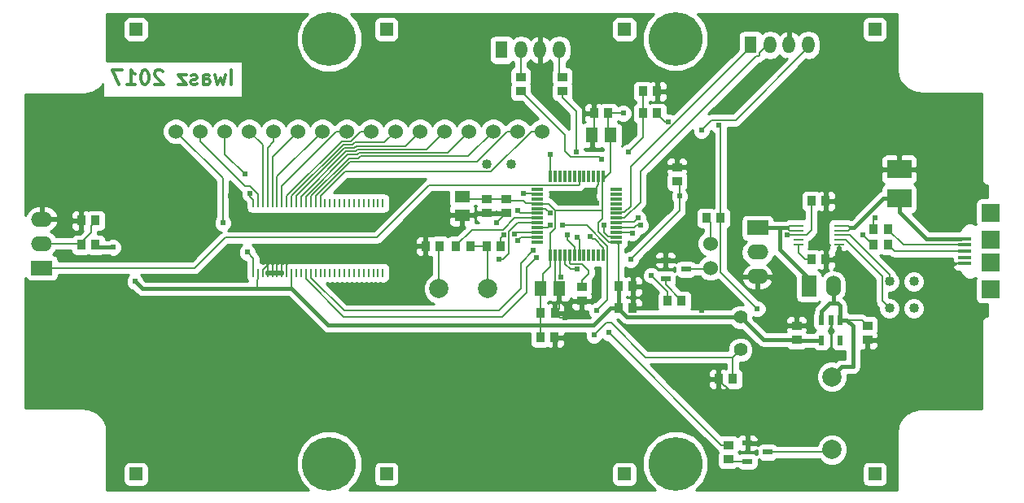
<source format=gbr>
%TF.GenerationSoftware,KiCad,Pcbnew,no-vcs-found-7613~57~ubuntu16.10.1*%
%TF.CreationDate,2017-03-07T09:53:51+01:00*%
%TF.ProjectId,gp8-clock,6770382D636C6F636B2E6B696361645F,rev?*%
%TF.FileFunction,Copper,L2,Bot,Signal*%
%TF.FilePolarity,Positive*%
%FSLAX46Y46*%
G04 Gerber Fmt 4.6, Leading zero omitted, Abs format (unit mm)*
G04 Created by KiCad (PCBNEW no-vcs-found-7613~57~ubuntu16.10.1) date Tue Mar  7 09:53:51 2017*
%MOMM*%
%LPD*%
G01*
G04 APERTURE LIST*
%ADD10C,0.100000*%
%ADD11C,0.300000*%
%ADD12R,0.200000X0.900000*%
%ADD13R,0.899160X1.000760*%
%ADD14C,5.600000*%
%ADD15R,1.350000X1.350000*%
%ADD16O,1.300000X1.800000*%
%ADD17R,1.300000X1.800000*%
%ADD18R,1.000760X0.899160*%
%ADD19R,0.599440X1.000760*%
%ADD20C,1.524000*%
%ADD21R,1.498600X1.300480*%
%ADD22R,1.300480X1.498600*%
%ADD23R,1.000760X0.599440*%
%ADD24R,2.199640X1.524000*%
%ADD25O,2.199640X1.524000*%
%ADD26R,1.300480X0.299720*%
%ADD27R,0.299720X1.300480*%
%ADD28R,1.897380X1.897380*%
%ADD29R,1.348740X0.398780*%
%ADD30R,1.346200X0.398780*%
%ADD31R,1.000000X0.250000*%
%ADD32R,2.499360X1.950720*%
%ADD33C,1.016000*%
%ADD34C,1.400000*%
%ADD35C,2.000000*%
%ADD36R,1.524000X2.199640*%
%ADD37O,1.524000X2.199640*%
%ADD38C,1.998980*%
%ADD39C,0.609600*%
%ADD40C,0.203200*%
%ADD41C,0.406400*%
%ADD42C,0.254000*%
G04 APERTURE END LIST*
D10*
D11*
X123582142Y-85133571D02*
X123582142Y-83633571D01*
X123010714Y-84133571D02*
X122725000Y-85133571D01*
X122439285Y-84419285D01*
X122153571Y-85133571D01*
X121867857Y-84133571D01*
X120653571Y-85133571D02*
X120653571Y-84347857D01*
X120725000Y-84205000D01*
X120867857Y-84133571D01*
X121153571Y-84133571D01*
X121296428Y-84205000D01*
X120653571Y-85062142D02*
X120796428Y-85133571D01*
X121153571Y-85133571D01*
X121296428Y-85062142D01*
X121367857Y-84919285D01*
X121367857Y-84776428D01*
X121296428Y-84633571D01*
X121153571Y-84562142D01*
X120796428Y-84562142D01*
X120653571Y-84490714D01*
X120010714Y-85062142D02*
X119867857Y-85133571D01*
X119582142Y-85133571D01*
X119439285Y-85062142D01*
X119367857Y-84919285D01*
X119367857Y-84847857D01*
X119439285Y-84705000D01*
X119582142Y-84633571D01*
X119796428Y-84633571D01*
X119939285Y-84562142D01*
X120010714Y-84419285D01*
X120010714Y-84347857D01*
X119939285Y-84205000D01*
X119796428Y-84133571D01*
X119582142Y-84133571D01*
X119439285Y-84205000D01*
X118867857Y-84133571D02*
X118082142Y-84133571D01*
X118867857Y-85133571D01*
X118082142Y-85133571D01*
X116439285Y-83776428D02*
X116367857Y-83705000D01*
X116225000Y-83633571D01*
X115867857Y-83633571D01*
X115725000Y-83705000D01*
X115653571Y-83776428D01*
X115582142Y-83919285D01*
X115582142Y-84062142D01*
X115653571Y-84276428D01*
X116510714Y-85133571D01*
X115582142Y-85133571D01*
X114653571Y-83633571D02*
X114510714Y-83633571D01*
X114367857Y-83705000D01*
X114296428Y-83776428D01*
X114225000Y-83919285D01*
X114153571Y-84205000D01*
X114153571Y-84562142D01*
X114225000Y-84847857D01*
X114296428Y-84990714D01*
X114367857Y-85062142D01*
X114510714Y-85133571D01*
X114653571Y-85133571D01*
X114796428Y-85062142D01*
X114867857Y-84990714D01*
X114939285Y-84847857D01*
X115010714Y-84562142D01*
X115010714Y-84205000D01*
X114939285Y-83919285D01*
X114867857Y-83776428D01*
X114796428Y-83705000D01*
X114653571Y-83633571D01*
X112725000Y-85133571D02*
X113582142Y-85133571D01*
X113153571Y-85133571D02*
X113153571Y-83633571D01*
X113296428Y-83847857D01*
X113439285Y-83990714D01*
X113582142Y-84062142D01*
X112225000Y-83633571D02*
X111225000Y-83633571D01*
X111867857Y-85133571D01*
D12*
X125838000Y-97492000D03*
X126338000Y-97492000D03*
X126838000Y-97492000D03*
X127338000Y-97492000D03*
X127838000Y-97492000D03*
X128338000Y-97492000D03*
X128838000Y-97492000D03*
X129338000Y-97492000D03*
X129838000Y-97492000D03*
X130338000Y-97492000D03*
X130838000Y-97492000D03*
X131338000Y-97492000D03*
X131838000Y-97492000D03*
X132338000Y-97492000D03*
X132838000Y-97492000D03*
X133338000Y-97492000D03*
X133838000Y-97492000D03*
X134338000Y-97492000D03*
X134838000Y-97492000D03*
X135338000Y-97492000D03*
X135838000Y-97492000D03*
X136338000Y-97492000D03*
X136838000Y-97492000D03*
X137338000Y-97492000D03*
X137838000Y-97492000D03*
X138338000Y-97492000D03*
X138838000Y-97492000D03*
X139338000Y-97492000D03*
X139338000Y-104752000D03*
X138838000Y-104752000D03*
X138338000Y-104752000D03*
X137838000Y-104752000D03*
X137338000Y-104752000D03*
X136838000Y-104752000D03*
X136338000Y-104752000D03*
X135838000Y-104752000D03*
X135338000Y-104752000D03*
X134838000Y-104752000D03*
X134338000Y-104752000D03*
X133838000Y-104752000D03*
X133338000Y-104752000D03*
X132838000Y-104752000D03*
X132338000Y-104752000D03*
X131838000Y-104752000D03*
X131338000Y-104752000D03*
X130838000Y-104752000D03*
X130338000Y-104752000D03*
X129838000Y-104752000D03*
X129338000Y-104752000D03*
X128838000Y-104752000D03*
X128338000Y-104752000D03*
X127838000Y-104752000D03*
X127338000Y-104752000D03*
X126838000Y-104752000D03*
X126338000Y-104752000D03*
X125838000Y-104752000D03*
D13*
X167883840Y-85852000D03*
X166380160Y-85852000D03*
X166380160Y-88138000D03*
X167883840Y-88138000D03*
X185409840Y-97282000D03*
X183906160Y-97282000D03*
D14*
X169773600Y-124637800D03*
X169773600Y-80365600D03*
X133756400Y-80416400D03*
X133731000Y-124637800D03*
D15*
X190500000Y-125730000D03*
X190500000Y-79375000D03*
X139700000Y-79375000D03*
X164465000Y-79375000D03*
X164465000Y-125730000D03*
X113665000Y-125730000D03*
X139700000Y-125730000D03*
X113665000Y-79375000D03*
D16*
X183594000Y-81026000D03*
X181594000Y-81026000D03*
X179594000Y-81026000D03*
D17*
X177594000Y-81026000D03*
X151686000Y-81534000D03*
D16*
X153686000Y-81534000D03*
X155686000Y-81534000D03*
X157686000Y-81534000D03*
D18*
X189738000Y-110246160D03*
X189738000Y-111749840D03*
X182372000Y-111749840D03*
X182372000Y-110246160D03*
D19*
X184975500Y-109687360D03*
X186880500Y-109687360D03*
X185928000Y-109687360D03*
X186880500Y-111800640D03*
X184975500Y-111800640D03*
D20*
X155904000Y-90011000D03*
X153364000Y-90011000D03*
X150824000Y-90011000D03*
X148284000Y-90011000D03*
X145744000Y-90011000D03*
X143204000Y-90011000D03*
X140664000Y-90011000D03*
X138124000Y-90011000D03*
X135584000Y-90011000D03*
X133044000Y-90011000D03*
X130504000Y-90011000D03*
X127964000Y-90011000D03*
X125424000Y-90011000D03*
X122884000Y-90011000D03*
X120344000Y-90011000D03*
X117804000Y-90011000D03*
X173414000Y-101711000D03*
X173414000Y-104251000D03*
D13*
X109463840Y-99314000D03*
X107960160Y-99314000D03*
X163840160Y-106172000D03*
X165343840Y-106172000D03*
X145277840Y-101981000D03*
X143774160Y-101981000D03*
X150124160Y-101981000D03*
X151627840Y-101981000D03*
X163840160Y-108458000D03*
X165343840Y-108458000D03*
D21*
X147574000Y-96837500D03*
X147574000Y-98742500D03*
D18*
X150114000Y-97038160D03*
X150114000Y-98541840D03*
X152146000Y-97038160D03*
X152146000Y-98541840D03*
D13*
X155712160Y-111506000D03*
X157215840Y-111506000D03*
X155722320Y-108966000D03*
X157226000Y-108966000D03*
D22*
X155765500Y-106426000D03*
X157670500Y-106426000D03*
D18*
X169926000Y-95239840D03*
X169926000Y-93736160D03*
D13*
X162803840Y-88138000D03*
X161300160Y-88138000D03*
D22*
X163004500Y-90424000D03*
X161099500Y-90424000D03*
D23*
X168742360Y-105346500D03*
X170855640Y-104394000D03*
X168742360Y-103441500D03*
D18*
X160020000Y-106182160D03*
X160020000Y-107685840D03*
D13*
X168920160Y-107696000D03*
X170423840Y-107696000D03*
X172974000Y-99060000D03*
X174477680Y-99060000D03*
X109453680Y-101854000D03*
X107950000Y-101854000D03*
X146949160Y-101981000D03*
X148452840Y-101981000D03*
X191886840Y-100203000D03*
X190383160Y-100203000D03*
X191886840Y-101854000D03*
X190383160Y-101854000D03*
X175757840Y-115824000D03*
X174254160Y-115824000D03*
D18*
X175260000Y-122692160D03*
X175260000Y-124195840D03*
D13*
X183906160Y-103378000D03*
X185409840Y-103378000D03*
D24*
X103854000Y-104251000D03*
D25*
X103854000Y-101711000D03*
X103854000Y-99171000D03*
D26*
X155412440Y-100055680D03*
X155412440Y-99555300D03*
X155412440Y-99054920D03*
X155412440Y-98557080D03*
X155412440Y-98056700D03*
X155412440Y-101556820D03*
X155412440Y-101056440D03*
X155412440Y-100556060D03*
D27*
X156761180Y-94706440D03*
X157261560Y-94706440D03*
X157761940Y-94706440D03*
X158262320Y-94706440D03*
X158762700Y-94706440D03*
X159263080Y-94706440D03*
X159760920Y-94706440D03*
X160261300Y-94706440D03*
D26*
X163611560Y-96055180D03*
X163611560Y-96555560D03*
X163611560Y-97055940D03*
X163611560Y-97556320D03*
X163611560Y-98056700D03*
X163611560Y-98557080D03*
X163611560Y-99054920D03*
X163611560Y-99555300D03*
D27*
X162262820Y-102905560D03*
X161762440Y-102905560D03*
X161262060Y-102905560D03*
X160761680Y-102905560D03*
X160261300Y-102905560D03*
X159760920Y-102905560D03*
X159263080Y-102905560D03*
X158762700Y-102905560D03*
D26*
X155412440Y-97556320D03*
X155412440Y-97055940D03*
X155412440Y-96555560D03*
X155412440Y-96055180D03*
D27*
X160761680Y-94706440D03*
X161262060Y-94706440D03*
X161762440Y-94706440D03*
X162262820Y-94706440D03*
D26*
X163611560Y-100055680D03*
X163611560Y-100556060D03*
X163611560Y-101056440D03*
X163611560Y-101556820D03*
D27*
X158262320Y-102905560D03*
X157761940Y-102905560D03*
X157261560Y-102905560D03*
X156761180Y-102905560D03*
D28*
X202539600Y-101290120D03*
X202539600Y-103687880D03*
X202539600Y-106438700D03*
X202539600Y-98539300D03*
D29*
X199864980Y-101188520D03*
D30*
X199864980Y-101841300D03*
X199864980Y-102489000D03*
X199864980Y-103136700D03*
X199864980Y-103789480D03*
D31*
X186771100Y-99838000D03*
X186771100Y-100338000D03*
X186771100Y-100838000D03*
X186771100Y-101338000D03*
X186771100Y-101838000D03*
X182544900Y-101838000D03*
X182544900Y-101338000D03*
X182544900Y-100838000D03*
X182544900Y-100338000D03*
X182544900Y-99838000D03*
D32*
X193040000Y-93980000D03*
X193040000Y-97028000D03*
D24*
X178308000Y-100076000D03*
D25*
X178308000Y-102616000D03*
X178308000Y-105156000D03*
D33*
X150114000Y-93472000D03*
X152654000Y-93472000D03*
X192024000Y-105664000D03*
X194564000Y-105664000D03*
X192024000Y-108458000D03*
X194564000Y-108458000D03*
D23*
X177251360Y-124396500D03*
X179364640Y-123444000D03*
X177251360Y-122491500D03*
D34*
X176530000Y-109376000D03*
X176530000Y-112776000D03*
D18*
X153670000Y-84338160D03*
X153670000Y-85841840D03*
X157988000Y-84338160D03*
X157988000Y-85841840D03*
D35*
X186055000Y-115580160D03*
X186055000Y-123179840D03*
D36*
X183642000Y-106172000D03*
D37*
X186182000Y-106172000D03*
D38*
X145161000Y-106426000D03*
X150241000Y-106426000D03*
D39*
X180594000Y-106426000D03*
X175514000Y-107188000D03*
X174244000Y-107188000D03*
X172212000Y-107188000D03*
X172466000Y-108712000D03*
X109982000Y-87884000D03*
X106680000Y-87884000D03*
X103378000Y-90678000D03*
X105156000Y-94234000D03*
X108204000Y-95758000D03*
X109982000Y-93980000D03*
X112522000Y-96774000D03*
X112522000Y-93218000D03*
X115062000Y-96012000D03*
X117602000Y-98552000D03*
X118364000Y-95758000D03*
X116332000Y-93472000D03*
X115062000Y-88900000D03*
X118364000Y-88138000D03*
X122682000Y-87376000D03*
X127254000Y-87630000D03*
X133096000Y-86868000D03*
X136906000Y-86614000D03*
X139954000Y-86360000D03*
X171958000Y-115824000D03*
X165354000Y-118618000D03*
X160782000Y-117094000D03*
X155956000Y-116078000D03*
X151638000Y-112776000D03*
X148336000Y-112268000D03*
X144526000Y-112522000D03*
X141224000Y-113030000D03*
X137160000Y-112268000D03*
X133350000Y-112522000D03*
X130556000Y-111252000D03*
X128270000Y-109982000D03*
X123444000Y-108966000D03*
X123952000Y-105156000D03*
X123190000Y-103124000D03*
X120904000Y-105156000D03*
X116332000Y-105410000D03*
X116332000Y-102362000D03*
X119380000Y-102870000D03*
X119888000Y-100330000D03*
X120650000Y-97028000D03*
X123444000Y-96774000D03*
X125476000Y-99568000D03*
X129032000Y-99568000D03*
X135382000Y-99568000D03*
X137160000Y-95504000D03*
X142494000Y-95250000D03*
X143002000Y-86360000D03*
X160528000Y-80010000D03*
X160528000Y-84836000D03*
X162306000Y-82042000D03*
X163830000Y-85344000D03*
X164846000Y-82296000D03*
X171958000Y-85090000D03*
X174244000Y-82296000D03*
X179324000Y-83312000D03*
X178308000Y-84328000D03*
X177292000Y-85090000D03*
X175768000Y-87376000D03*
X178562000Y-88392000D03*
X179324000Y-87884000D03*
X182626000Y-84836000D03*
X197866000Y-94996004D03*
X151130000Y-99568000D03*
X151892000Y-100838000D03*
X170688000Y-92456000D03*
X161544000Y-97536000D03*
X162306000Y-99822000D03*
X159766000Y-96774000D03*
X156718000Y-98552000D03*
X158242000Y-109474000D03*
X158496000Y-111506000D03*
X197866000Y-103632000D03*
X111252000Y-102108000D03*
X113538000Y-105664000D03*
X164338000Y-88138000D03*
X151384000Y-103378000D03*
X159511996Y-104394000D03*
X165100000Y-103378000D03*
X170180000Y-96774000D03*
X169022861Y-89012861D03*
X174244000Y-89408000D03*
X178293861Y-108508811D03*
X167242659Y-105012659D03*
X153924000Y-96520000D03*
X165862000Y-99060000D03*
X190500000Y-99060000D03*
X166116000Y-99822000D03*
X189230000Y-100838000D03*
X153026755Y-100696749D03*
X161290000Y-111252000D03*
X181356000Y-100838000D03*
X156718000Y-99822000D03*
X157988000Y-99822000D03*
X161544000Y-108712000D03*
X162814000Y-110998000D03*
X165291105Y-100614490D03*
X162052000Y-92964000D03*
X160859081Y-100943358D03*
X159430458Y-92151190D03*
X153365190Y-98298000D03*
X172466000Y-89916000D03*
X153365190Y-101379482D03*
X155273187Y-103158686D03*
X159512000Y-101092000D03*
X154990810Y-102450925D03*
X158496000Y-100838000D03*
X157820370Y-105164883D03*
X125476000Y-96520000D03*
X124968000Y-94488000D03*
X122682000Y-99568000D03*
X125222000Y-102616000D03*
X156718000Y-92456000D03*
X164846000Y-92202000D03*
D40*
X107950000Y-101854000D02*
X107950000Y-101600000D01*
X108966000Y-99862640D02*
X109463840Y-99364800D01*
X107950000Y-101600000D02*
X108966000Y-100584000D01*
X108966000Y-100584000D02*
X108966000Y-99862640D01*
X109463840Y-99364800D02*
X109463840Y-99314000D01*
X103854000Y-101711000D02*
X107807000Y-101711000D01*
X107807000Y-101711000D02*
X107950000Y-101854000D01*
X180594000Y-106426000D02*
X179324000Y-105156000D01*
X179324000Y-105156000D02*
X178308000Y-105156000D01*
X174244000Y-107188000D02*
X175514000Y-107188000D01*
X172466000Y-108712000D02*
X172466000Y-107442000D01*
X172466000Y-107442000D02*
X172212000Y-107188000D01*
X106680000Y-87884000D02*
X109982000Y-87884000D01*
X105156000Y-94234000D02*
X105156000Y-92456000D01*
X105156000Y-92456000D02*
X103378000Y-90678000D01*
X109982000Y-93980000D02*
X108204000Y-95758000D01*
X112522000Y-93218000D02*
X112522000Y-96774000D01*
X117602000Y-98552000D02*
X115062000Y-96012000D01*
X116332000Y-93472000D02*
X118364000Y-95504000D01*
X118364000Y-95504000D02*
X118364000Y-95758000D01*
X118364000Y-88138000D02*
X115824000Y-88138000D01*
X115824000Y-88138000D02*
X115062000Y-88900000D01*
X127254000Y-87630000D02*
X122936000Y-87630000D01*
X122936000Y-87630000D02*
X122682000Y-87376000D01*
X136906000Y-86614000D02*
X133350000Y-86614000D01*
X133350000Y-86614000D02*
X133096000Y-86868000D01*
X143002000Y-86360000D02*
X139954000Y-86360000D01*
X171958000Y-115824000D02*
X174254160Y-115824000D01*
X160782000Y-117094000D02*
X163830000Y-117094000D01*
X163830000Y-117094000D02*
X165354000Y-118618000D01*
X151638000Y-112776000D02*
X152654000Y-112776000D01*
X152654000Y-112776000D02*
X155956000Y-116078000D01*
X144526000Y-112522000D02*
X148082000Y-112522000D01*
X148082000Y-112522000D02*
X148336000Y-112268000D01*
X137160000Y-112268000D02*
X137922000Y-113030000D01*
X137922000Y-113030000D02*
X141224000Y-113030000D01*
X130556000Y-111252000D02*
X131826000Y-112522000D01*
X131826000Y-112522000D02*
X133350000Y-112522000D01*
X123444000Y-108966000D02*
X127254000Y-108966000D01*
X127254000Y-108966000D02*
X128270000Y-109982000D01*
X123190000Y-103124000D02*
X123190000Y-104394000D01*
X123190000Y-104394000D02*
X123952000Y-105156000D01*
X116332000Y-105410000D02*
X120650000Y-105410000D01*
X120650000Y-105410000D02*
X120904000Y-105156000D01*
X119380000Y-102870000D02*
X118872000Y-102362000D01*
X118872000Y-102362000D02*
X116332000Y-102362000D01*
X120650000Y-97028000D02*
X119888000Y-97790000D01*
X119888000Y-97790000D02*
X119888000Y-100330000D01*
X125476000Y-99568000D02*
X125476000Y-98806000D01*
X125476000Y-98806000D02*
X123444000Y-96774000D01*
X135382000Y-99568000D02*
X129032000Y-99568000D01*
X142494000Y-95250000D02*
X137414000Y-95250000D01*
X137414000Y-95250000D02*
X137160000Y-95504000D01*
X146050000Y-80772000D02*
X146050000Y-83312000D01*
X146050000Y-83312000D02*
X143002000Y-86360000D01*
X159258000Y-78740000D02*
X148082000Y-78740000D01*
X148082000Y-78740000D02*
X146050000Y-80772000D01*
X160528000Y-80010000D02*
X159258000Y-78740000D01*
X162306000Y-82042000D02*
X162306000Y-83058000D01*
X162306000Y-83058000D02*
X160528000Y-84836000D01*
X164846000Y-82296000D02*
X163830000Y-83312000D01*
X163830000Y-83312000D02*
X163830000Y-85344000D01*
X174244000Y-82296000D02*
X174244000Y-82804000D01*
X174244000Y-82804000D02*
X171958000Y-85090000D01*
X178308000Y-84328000D02*
X179324000Y-83312000D01*
X175768000Y-87376000D02*
X175768000Y-86614000D01*
X175768000Y-86614000D02*
X177292000Y-85090000D01*
X179324000Y-87884000D02*
X179070000Y-87884000D01*
X179070000Y-87884000D02*
X178562000Y-88392000D01*
X190246000Y-84582000D02*
X182880000Y-84582000D01*
X182880000Y-84582000D02*
X182626000Y-84836000D01*
X197866000Y-92202000D02*
X190246000Y-84582000D01*
X197866000Y-94996004D02*
X197866000Y-92202000D01*
X196849996Y-93980000D02*
X197866000Y-94996004D01*
X193040000Y-93980000D02*
X196849996Y-93980000D01*
X150114000Y-98541840D02*
X152146000Y-98541840D01*
X147574000Y-98742500D02*
X149913340Y-98742500D01*
X149913340Y-98742500D02*
X150114000Y-98541840D01*
X151130000Y-99568000D02*
X151130000Y-99557840D01*
X151130000Y-99557840D02*
X152146000Y-98541840D01*
X151627840Y-101102160D02*
X151892000Y-100838000D01*
X151627840Y-101981000D02*
X151627840Y-101102160D01*
X161300160Y-88138000D02*
X161300160Y-90223340D01*
X161300160Y-90223340D02*
X161099500Y-90424000D01*
X143774160Y-101981000D02*
X129286000Y-101981000D01*
X129286000Y-101981000D02*
X129159000Y-101981000D01*
X129338000Y-104752000D02*
X129338000Y-102033000D01*
X129338000Y-102033000D02*
X129286000Y-101981000D01*
X129159000Y-102081000D02*
X128878000Y-102362000D01*
X128878000Y-102362000D02*
X128370000Y-102870000D01*
X128838000Y-104752000D02*
X128838000Y-102402000D01*
X128838000Y-102402000D02*
X128878000Y-102362000D01*
X128370000Y-102870000D02*
X127862000Y-103378000D01*
X128338000Y-104752000D02*
X128338000Y-102902000D01*
X128338000Y-102902000D02*
X128370000Y-102870000D01*
X127862000Y-103378000D02*
X127508000Y-103732000D01*
X127838000Y-104752000D02*
X127838000Y-103402000D01*
X127838000Y-103402000D02*
X127862000Y-103378000D01*
X127508000Y-103732000D02*
X126838000Y-104402000D01*
X127338000Y-104752000D02*
X127338000Y-103902000D01*
X127338000Y-103902000D02*
X127508000Y-103732000D01*
X129159000Y-101981000D02*
X129159000Y-102081000D01*
X126838000Y-104402000D02*
X126838000Y-104752000D01*
X169926000Y-93736160D02*
X169926000Y-93218000D01*
X169926000Y-93218000D02*
X170688000Y-92456000D01*
X161544000Y-97536000D02*
X161544000Y-97104948D01*
X161544000Y-97104948D02*
X161290000Y-96850948D01*
X161290000Y-96850948D02*
X161290000Y-96774000D01*
X163611560Y-101056440D02*
X163515041Y-100959921D01*
X163515041Y-100959921D02*
X162758119Y-100959921D01*
X162758119Y-100959921D02*
X162306000Y-100507802D01*
X162306000Y-100507802D02*
X162306000Y-99822000D01*
X161762440Y-94706440D02*
X161762440Y-95559880D01*
X161762440Y-95559880D02*
X161544000Y-95778320D01*
X161544000Y-95778320D02*
X161544000Y-96520000D01*
X161290000Y-96774000D02*
X161544000Y-96520000D01*
X159766000Y-96774000D02*
X161290000Y-96774000D01*
X155412440Y-98056700D02*
X156222700Y-98056700D01*
X156222700Y-98056700D02*
X156718000Y-98552000D01*
X157670500Y-106426000D02*
X157670500Y-108521500D01*
X157670500Y-108521500D02*
X157226000Y-108966000D01*
X158242000Y-109474000D02*
X157734000Y-109474000D01*
X157734000Y-109474000D02*
X157226000Y-108966000D01*
X157215840Y-111506000D02*
X158496000Y-111506000D01*
X165343840Y-108458000D02*
X165343840Y-106172000D01*
X168742360Y-103441500D02*
X166814500Y-103441500D01*
X166814500Y-103441500D02*
X165343840Y-104912160D01*
X165343840Y-104912160D02*
X165343840Y-106172000D01*
X199425380Y-103800480D02*
X198034480Y-103800480D01*
X198034480Y-103800480D02*
X197866000Y-103632000D01*
X157261560Y-102905560D02*
X157261560Y-106017060D01*
X157261560Y-106017060D02*
X157670500Y-106426000D01*
X177251360Y-122491500D02*
X177251360Y-118821200D01*
X174957740Y-116527580D02*
X174906940Y-116527580D01*
X177251360Y-118821200D02*
X174957740Y-116527580D01*
X174906940Y-116527580D02*
X174254160Y-115874800D01*
X174254160Y-115874800D02*
X174254160Y-115824000D01*
X185409840Y-103378000D02*
X186062620Y-103378000D01*
X186062620Y-103378000D02*
X186771100Y-102669520D01*
X186771100Y-102669520D02*
X186771100Y-101838000D01*
X162166301Y-95156019D02*
X162166301Y-98298000D01*
X162166301Y-98298000D02*
X162166301Y-99134671D01*
X157276802Y-98283774D02*
X162152075Y-98283774D01*
X162152075Y-98283774D02*
X162166301Y-98298000D01*
X162852109Y-101556820D02*
X163611560Y-101556820D01*
X161747198Y-100451909D02*
X162852109Y-101556820D01*
X161747198Y-99553774D02*
X161747198Y-100451909D01*
X162166301Y-99134671D02*
X161747198Y-99553774D01*
X163004500Y-94317820D02*
X162166301Y-95156019D01*
X157276802Y-98283774D02*
X156549348Y-97556320D01*
X157276801Y-100090225D02*
X157276802Y-98283774D01*
X156549348Y-97556320D02*
X155412440Y-97556320D01*
X156761180Y-100605846D02*
X157276801Y-100090225D01*
X156761180Y-102905560D02*
X156761180Y-100605846D01*
D41*
X111252000Y-102108000D02*
X109707680Y-102108000D01*
X109707680Y-102108000D02*
X109453680Y-101854000D01*
X126238000Y-106426000D02*
X114300000Y-106426000D01*
X114300000Y-106426000D02*
X113538000Y-105664000D01*
D40*
X164338000Y-88138000D02*
X162803840Y-88138000D01*
X155412440Y-97556320D02*
X155392120Y-97536000D01*
X155392120Y-97536000D02*
X154178000Y-97536000D01*
X154178000Y-97536000D02*
X153924000Y-97282000D01*
X153924000Y-97282000D02*
X152389840Y-97282000D01*
X152389840Y-97282000D02*
X152146000Y-97038160D01*
X150114000Y-97038160D02*
X147774660Y-97038160D01*
X147774660Y-97038160D02*
X147574000Y-96837500D01*
X152146000Y-97038160D02*
X150114000Y-97038160D01*
X163004500Y-90424000D02*
X163004500Y-94317820D01*
X163004500Y-94317820D02*
X162615880Y-94706440D01*
X162615880Y-94706440D02*
X162262820Y-94706440D01*
X162803840Y-88138000D02*
X162803840Y-90223340D01*
X162803840Y-90223340D02*
X163004500Y-90424000D01*
X163840160Y-106172000D02*
X163840160Y-101785420D01*
X163840160Y-101785420D02*
X163611560Y-101556820D01*
X156761180Y-102905560D02*
X156718000Y-102948740D01*
X156718000Y-104140000D02*
X155956000Y-104902000D01*
X156718000Y-102948740D02*
X156718000Y-104140000D01*
X155956000Y-104902000D02*
X155956000Y-106235500D01*
X155956000Y-106235500D02*
X155765500Y-106426000D01*
X155722320Y-108966000D02*
X155722320Y-106469180D01*
X155722320Y-106469180D02*
X155765500Y-106426000D01*
D41*
X163840160Y-108458000D02*
X162984180Y-108458000D01*
X162984180Y-108458000D02*
X161206180Y-110236000D01*
X161206180Y-110236000D02*
X133604000Y-110236000D01*
X133604000Y-110236000D02*
X129794000Y-106426000D01*
D40*
X155712160Y-111506000D02*
X155712160Y-108976160D01*
X155712160Y-108976160D02*
X155722320Y-108966000D01*
X129838000Y-104752000D02*
X129838000Y-105405200D01*
X129838000Y-105405200D02*
X129794000Y-105449200D01*
X129794000Y-105449200D02*
X129794000Y-106426000D01*
X126338000Y-104752000D02*
X126338000Y-105405200D01*
X126338000Y-105405200D02*
X126238000Y-105505200D01*
X126238000Y-105505200D02*
X126238000Y-106426000D01*
D41*
X129794000Y-106426000D02*
X126238000Y-106426000D01*
X163840160Y-108458000D02*
X163840160Y-106172000D01*
X176530000Y-109376000D02*
X164707360Y-109376000D01*
X164707360Y-109376000D02*
X163840160Y-108508800D01*
X163840160Y-108508800D02*
X163840160Y-108458000D01*
X182372000Y-111749840D02*
X178903840Y-111749840D01*
X178903840Y-111749840D02*
X176530000Y-109376000D01*
X184975500Y-111800640D02*
X182422800Y-111800640D01*
X182422800Y-111800640D02*
X182372000Y-111749840D01*
D40*
X155412440Y-99555300D02*
X153341178Y-99555300D01*
X153341178Y-99555300D02*
X152450802Y-100445676D01*
X152450802Y-100445676D02*
X152450802Y-102742250D01*
X152450802Y-102742250D02*
X151815052Y-103378000D01*
X151815052Y-103378000D02*
X151384000Y-103378000D01*
X145161000Y-106426000D02*
X145161000Y-102097840D01*
X145161000Y-102097840D02*
X145277840Y-101981000D01*
X148452840Y-101981000D02*
X150124160Y-101981000D01*
X150241000Y-106426000D02*
X150241000Y-102097840D01*
X150241000Y-102097840D02*
X150124160Y-101981000D01*
X158262320Y-102905560D02*
X158262320Y-103829372D01*
X158826948Y-104394000D02*
X159511996Y-104394000D01*
X158262320Y-103829372D02*
X158826948Y-104394000D01*
X170180000Y-96774000D02*
X170180000Y-98298000D01*
X170180000Y-98298000D02*
X165100000Y-103378000D01*
X170180000Y-96774000D02*
X170180000Y-95493840D01*
X170180000Y-95493840D02*
X169926000Y-95239840D01*
X186771100Y-100338000D02*
X187698000Y-100338000D01*
X187698000Y-100338000D02*
X187960000Y-100076000D01*
X186771100Y-99838000D02*
X187722000Y-99838000D01*
X187722000Y-99838000D02*
X187960000Y-100076000D01*
D41*
X188335920Y-100076000D02*
X187960000Y-100076000D01*
X193040000Y-97028000D02*
X191383920Y-97028000D01*
X191383920Y-97028000D02*
X188335920Y-100076000D01*
X199425380Y-101199520D02*
X195829760Y-101199520D01*
X195829760Y-101199520D02*
X193040000Y-98409760D01*
X193040000Y-98409760D02*
X193040000Y-97028000D01*
D40*
X170855640Y-104394000D02*
X173271000Y-104394000D01*
X173271000Y-104394000D02*
X173414000Y-104251000D01*
X173414000Y-101711000D02*
X173414000Y-99500000D01*
X173414000Y-99500000D02*
X172974000Y-99060000D01*
X170423840Y-107696000D02*
X170423840Y-107645200D01*
X170423840Y-107645200D02*
X168742360Y-105963720D01*
X168742360Y-105963720D02*
X168742360Y-105346500D01*
X168707901Y-89012861D02*
X169022861Y-89012861D01*
X167883840Y-88138000D02*
X167883840Y-88188800D01*
X167883840Y-88188800D02*
X168707901Y-89012861D01*
X186182000Y-107950000D02*
X185806080Y-107950000D01*
X174477680Y-99060000D02*
X174477680Y-89641680D01*
X174477680Y-89641680D02*
X174244000Y-89408000D01*
D41*
X186182000Y-106172000D02*
X186182000Y-107950000D01*
X186880500Y-108204000D02*
X186626500Y-107950000D01*
X186626500Y-107950000D02*
X185806080Y-107950000D01*
X185806080Y-107950000D02*
X184975500Y-108780580D01*
X184975500Y-108780580D02*
X184975500Y-109687360D01*
X186880500Y-108204000D02*
X186880500Y-109687360D01*
X186880500Y-109687360D02*
X187586620Y-109687360D01*
X187586620Y-109687360D02*
X188214000Y-110314740D01*
X188214000Y-110314740D02*
X188214000Y-114554000D01*
X188214000Y-114554000D02*
X187081160Y-114554000D01*
X187081160Y-114554000D02*
X186055000Y-115580160D01*
D40*
X186880500Y-109687360D02*
X189179200Y-109687360D01*
X189179200Y-109687360D02*
X189738000Y-110246160D01*
X174477680Y-104692630D02*
X178293861Y-108508811D01*
X174477680Y-99060000D02*
X174477680Y-104692630D01*
X168920160Y-106690160D02*
X167242659Y-105012659D01*
X168920160Y-107696000D02*
X168920160Y-106690160D01*
X153924000Y-96520000D02*
X155376880Y-96520000D01*
X155376880Y-96520000D02*
X155412440Y-96555560D01*
X148600162Y-100279198D02*
X151815804Y-100279198D01*
X146949160Y-101930200D02*
X148600162Y-100279198D01*
X146949160Y-101981000D02*
X146949160Y-101930200D01*
X153040082Y-99054920D02*
X155412440Y-99054920D01*
X151815804Y-100279198D02*
X153040082Y-99054920D01*
X199425380Y-101852300D02*
X193485340Y-101852300D01*
X193485340Y-101852300D02*
X191886840Y-100253800D01*
X191886840Y-100253800D02*
X191886840Y-100203000D01*
X165862000Y-99060000D02*
X165455611Y-99466389D01*
X165455611Y-99466389D02*
X163700471Y-99466389D01*
X163700471Y-99466389D02*
X163611560Y-99555300D01*
X190383160Y-100203000D02*
X190383160Y-99176840D01*
X190383160Y-99176840D02*
X190500000Y-99060000D01*
X199425380Y-102500000D02*
X192532840Y-102500000D01*
X192532840Y-102500000D02*
X191886840Y-101854000D01*
X166116000Y-99822000D02*
X165684948Y-99822000D01*
X165684948Y-99822000D02*
X165451268Y-100055680D01*
X165451268Y-100055680D02*
X163611560Y-100055680D01*
X190383160Y-101854000D02*
X190246000Y-101854000D01*
X190246000Y-101854000D02*
X189230000Y-100838000D01*
X153167444Y-100556060D02*
X153026755Y-100696749D01*
X155412440Y-100556060D02*
X153167444Y-100556060D01*
X163068000Y-109982000D02*
X162560000Y-109982000D01*
X162560000Y-109982000D02*
X161290000Y-111252000D01*
X166634160Y-113548160D02*
X163068000Y-109982000D01*
X175757840Y-113548160D02*
X166634160Y-113548160D01*
X175757840Y-115824000D02*
X175757840Y-113548160D01*
X175757840Y-113548160D02*
X176530000Y-112776000D01*
X183906160Y-103378000D02*
X183253380Y-103378000D01*
X183253380Y-103378000D02*
X182544900Y-102669520D01*
X182544900Y-102669520D02*
X182544900Y-101838000D01*
X119777000Y-104251000D02*
X103854000Y-104251000D01*
X122936000Y-101092000D02*
X119777000Y-104251000D01*
X138684000Y-101092000D02*
X122936000Y-101092000D01*
X144165319Y-95610681D02*
X138684000Y-101092000D01*
X159710119Y-95610681D02*
X144165319Y-95610681D01*
X159760920Y-94706440D02*
X159760920Y-95559880D01*
X159760920Y-95559880D02*
X159710119Y-95610681D01*
D41*
X180594000Y-100076000D02*
X180594000Y-102362000D01*
X180594000Y-102362000D02*
X183642000Y-105410000D01*
X183642000Y-105410000D02*
X183642000Y-106172000D01*
X180594000Y-100076000D02*
X181356000Y-100076000D01*
X178308000Y-100076000D02*
X180594000Y-100076000D01*
D40*
X182544900Y-100338000D02*
X181618000Y-100338000D01*
X181618000Y-100338000D02*
X181356000Y-100076000D01*
X182544900Y-99838000D02*
X181594000Y-99838000D01*
X181594000Y-99838000D02*
X181356000Y-100076000D01*
X181356000Y-100838000D02*
X182544900Y-100838000D01*
X183906160Y-97282000D02*
X183906160Y-100319840D01*
X183388000Y-100838000D02*
X182544900Y-100838000D01*
X183906160Y-100319840D02*
X183388000Y-100838000D01*
X153670000Y-84338160D02*
X153670000Y-81550000D01*
X153670000Y-81550000D02*
X153686000Y-81534000D01*
X157686000Y-81534000D02*
X157686000Y-84036160D01*
X157686000Y-84036160D02*
X157988000Y-84338160D01*
X177251360Y-124396500D02*
X175460660Y-124396500D01*
X175460660Y-124396500D02*
X175260000Y-124195840D01*
X179364640Y-123444000D02*
X185790840Y-123444000D01*
X185790840Y-123444000D02*
X186055000Y-123179840D01*
X156718000Y-99822000D02*
X156484320Y-100055680D01*
X156484320Y-100055680D02*
X155412440Y-100055680D01*
X160528000Y-99822000D02*
X157988000Y-99822000D01*
X162666681Y-101960681D02*
X160528000Y-99822000D01*
X161544000Y-108712000D02*
X162666681Y-107589319D01*
X162666681Y-107589319D02*
X162666681Y-101960681D01*
X175260000Y-122692160D02*
X174508160Y-122692160D01*
X174508160Y-122692160D02*
X162814000Y-110998000D01*
X153720800Y-85841840D02*
X158242000Y-90363040D01*
X158242000Y-90363040D02*
X158242000Y-92093733D01*
X153670000Y-85841840D02*
X153720800Y-85841840D01*
X161798000Y-92710000D02*
X162052000Y-92964000D01*
X158242000Y-92093733D02*
X158858267Y-92710000D01*
X158858267Y-92710000D02*
X161798000Y-92710000D01*
X165232675Y-100556060D02*
X165291105Y-100614490D01*
X163611560Y-100556060D02*
X165232675Y-100556060D01*
X161395347Y-101248157D02*
X161163880Y-101248157D01*
X162262820Y-102905560D02*
X162262820Y-102115630D01*
X161163880Y-101248157D02*
X160859081Y-100943358D01*
X162262820Y-102115630D02*
X161395347Y-101248157D01*
X159430458Y-87937078D02*
X159430458Y-92151190D01*
X157988000Y-85841840D02*
X157988000Y-86494620D01*
X157988000Y-86494620D02*
X159430458Y-87937078D01*
X160020000Y-106182160D02*
X160020000Y-105529380D01*
X160723580Y-104825800D02*
X160723580Y-104524540D01*
X160723580Y-104524540D02*
X160034225Y-103835185D01*
X160020000Y-105529380D02*
X160723580Y-104825800D01*
X160034225Y-103835185D02*
X158838885Y-103835185D01*
X158838885Y-103835185D02*
X158762700Y-103759000D01*
X158762700Y-103759000D02*
X158762700Y-102905560D01*
X155412440Y-98557080D02*
X153624270Y-98557080D01*
X153624270Y-98557080D02*
X153365190Y-98298000D01*
X173532802Y-88849198D02*
X172466000Y-89916000D01*
X176020802Y-88849198D02*
X173532802Y-88849198D01*
X183594000Y-81276000D02*
X176020802Y-88849198D01*
X183594000Y-81026000D02*
X183594000Y-81276000D01*
X153688232Y-101056440D02*
X153365190Y-101379482D01*
X155412440Y-101056440D02*
X153688232Y-101056440D01*
X192024000Y-108458000D02*
X191261999Y-107695999D01*
X191261999Y-107695999D02*
X191261999Y-105125699D01*
X191261999Y-105125699D02*
X187474300Y-101338000D01*
X187474300Y-101338000D02*
X186771100Y-101338000D01*
X164465001Y-98460561D02*
X163708079Y-98460561D01*
X163708079Y-98460561D02*
X163611560Y-98557080D01*
X177594000Y-81026000D02*
X177594000Y-81232000D01*
X177594000Y-81232000D02*
X165100000Y-93726000D01*
X165100000Y-93726000D02*
X165100000Y-97825562D01*
X165100000Y-97825562D02*
X164465001Y-98460561D01*
X179594000Y-81026000D02*
X179324000Y-81026000D01*
X178498001Y-81851999D02*
X178498001Y-82129201D01*
X179324000Y-81026000D02*
X178498001Y-81851999D01*
X178498001Y-82129201D02*
X178447201Y-82180001D01*
X164465000Y-99054920D02*
X163611560Y-99054920D01*
X178447201Y-82180001D02*
X178169999Y-82180001D01*
X178169999Y-82180001D02*
X166116000Y-94234000D01*
X166116000Y-94234000D02*
X166116000Y-97403920D01*
X166116000Y-97403920D02*
X164465000Y-99054920D01*
X154279611Y-106832389D02*
X154279611Y-104152262D01*
X131338000Y-105405200D02*
X135254411Y-109321611D01*
X154279611Y-104152262D02*
X155273187Y-103158686D01*
X151790389Y-109321611D02*
X154279611Y-106832389D01*
X131338000Y-104752000D02*
X131338000Y-105405200D01*
X135254411Y-109321611D02*
X151790389Y-109321611D01*
X159512000Y-101092000D02*
X159760920Y-101340920D01*
X159760920Y-101340920D02*
X159760920Y-102905560D01*
X153670011Y-106425989D02*
X153670011Y-103771724D01*
X153670011Y-103771724D02*
X154990810Y-102450925D01*
X131838000Y-105259202D02*
X135290798Y-108712000D01*
X131838000Y-104752000D02*
X131838000Y-105259202D01*
X151384000Y-108712000D02*
X153670011Y-106425989D01*
X135290798Y-108712000D02*
X151384000Y-108712000D01*
X158496000Y-100838000D02*
X158496000Y-101269052D01*
X158496000Y-101269052D02*
X159263080Y-102036132D01*
X159263080Y-102036132D02*
X159263080Y-102905560D01*
X157761940Y-102905560D02*
X157761940Y-105106453D01*
X157761940Y-105106453D02*
X157820370Y-105164883D01*
X192024000Y-105664000D02*
X192024000Y-104945580D01*
X192024000Y-104945580D02*
X187916420Y-100838000D01*
X187916420Y-100838000D02*
X186771100Y-100838000D01*
X125476000Y-96780000D02*
X125476000Y-96520000D01*
X125838000Y-97142000D02*
X125476000Y-96780000D01*
X125838000Y-97492000D02*
X125838000Y-97142000D01*
X122884000Y-90011000D02*
X122884000Y-92404000D01*
X122884000Y-92404000D02*
X124968000Y-94488000D01*
X126338000Y-96554974D02*
X126338000Y-97492000D01*
X124962569Y-95707199D02*
X125490225Y-95707199D01*
X120344000Y-91088630D02*
X124962569Y-95707199D01*
X120344000Y-90011000D02*
X120344000Y-91088630D01*
X125490225Y-95707199D02*
X126338000Y-96554974D01*
X125424000Y-90011000D02*
X126838000Y-91425000D01*
X126838000Y-91425000D02*
X126838000Y-97492000D01*
X127964000Y-90011000D02*
X127964000Y-91088630D01*
X127964000Y-91088630D02*
X127338000Y-91714630D01*
X127338000Y-91714630D02*
X127338000Y-97492000D01*
X130504000Y-90011000D02*
X127838000Y-92677000D01*
X127838000Y-92677000D02*
X127838000Y-97492000D01*
X133044000Y-90011000D02*
X128338000Y-94717000D01*
X128338000Y-94717000D02*
X128338000Y-97492000D01*
X134506370Y-90011000D02*
X135584000Y-90011000D01*
X128838000Y-97492000D02*
X128838000Y-95679370D01*
X128838000Y-95679370D02*
X134506370Y-90011000D01*
X129338000Y-96757637D02*
X129338000Y-97492000D01*
X135068636Y-91027001D02*
X129338000Y-96757637D01*
X138124000Y-90011000D02*
X137046370Y-90011000D01*
X136030369Y-91027001D02*
X135068636Y-91027001D01*
X137046370Y-90011000D02*
X136030369Y-91027001D01*
X129838000Y-96760547D02*
X135215935Y-91382612D01*
X139489055Y-91185945D02*
X140664000Y-90011000D01*
X129838000Y-97492000D02*
X129838000Y-96760547D01*
X136415647Y-91185945D02*
X139489055Y-91185945D01*
X136218979Y-91382612D02*
X136415647Y-91185945D01*
X135215935Y-91382612D02*
X136218979Y-91382612D01*
X141673444Y-91541556D02*
X143204000Y-90011000D01*
X136562945Y-91541556D02*
X141673444Y-91541556D01*
X136366278Y-91738222D02*
X136562945Y-91541556D01*
X135363234Y-91738222D02*
X136366278Y-91738222D01*
X130338000Y-97492000D02*
X130338000Y-96763456D01*
X130338000Y-96763456D02*
X135363234Y-91738222D01*
X130810000Y-97464000D02*
X130838000Y-97492000D01*
X145744000Y-90011000D02*
X143857833Y-91897167D01*
X136513576Y-92093833D02*
X135510532Y-92093833D01*
X143857833Y-91897167D02*
X136710243Y-91897167D01*
X136710243Y-91897167D02*
X136513576Y-92093833D01*
X135510532Y-92093833D02*
X130810000Y-96794365D01*
X130810000Y-96794365D02*
X130810000Y-97464000D01*
X131338000Y-97492000D02*
X131318000Y-97472000D01*
X131318000Y-97472000D02*
X131318000Y-96789274D01*
X131318000Y-96789274D02*
X135657830Y-92449444D01*
X135657830Y-92449444D02*
X136660874Y-92449444D01*
X136660874Y-92449444D02*
X136857541Y-92252778D01*
X136857541Y-92252778D02*
X146042222Y-92252778D01*
X146042222Y-92252778D02*
X148284000Y-90011000D01*
X148226612Y-92608388D02*
X150824000Y-90011000D01*
X137004838Y-92608388D02*
X148226612Y-92608388D01*
X136808173Y-92805053D02*
X137004838Y-92608388D01*
X135805130Y-92805053D02*
X136808173Y-92805053D01*
X131838000Y-96772183D02*
X135805130Y-92805053D01*
X131838000Y-97492000D02*
X131838000Y-96772183D01*
X152286370Y-90011000D02*
X153364000Y-90011000D01*
X136162134Y-93160664D02*
X146140165Y-93160651D01*
X135952428Y-93160664D02*
X136162134Y-93160664D01*
X132338000Y-96775092D02*
X135952428Y-93160664D01*
X132338000Y-97492000D02*
X132338000Y-96775092D01*
X149136719Y-93160651D02*
X152286370Y-90011000D01*
X146140165Y-93160651D02*
X149136719Y-93160651D01*
X132838000Y-96778000D02*
X135381999Y-94234001D01*
X135381999Y-94234001D02*
X150603369Y-94234001D01*
X150603369Y-94234001D02*
X154826370Y-90011000D01*
X154826370Y-90011000D02*
X155904000Y-90011000D01*
X132838000Y-97492000D02*
X132838000Y-96778000D01*
X122682000Y-99568000D02*
X122682000Y-94889000D01*
X122682000Y-94889000D02*
X117804000Y-90011000D01*
X125838000Y-104752000D02*
X125838000Y-103232000D01*
X125838000Y-103232000D02*
X125222000Y-102616000D01*
X156718000Y-92456000D02*
X156718000Y-94663260D01*
X156718000Y-94663260D02*
X156761180Y-94706440D01*
X166380160Y-88138000D02*
X166380160Y-90667840D01*
X166380160Y-90667840D02*
X164846000Y-92202000D01*
X166380160Y-88138000D02*
X166380160Y-85852000D01*
D42*
G36*
X130846046Y-78468088D02*
X130321997Y-79730139D01*
X130320805Y-81096666D01*
X130842650Y-82359629D01*
X131808088Y-83326754D01*
X133070139Y-83850803D01*
X134436666Y-83851995D01*
X135699629Y-83330150D01*
X136666754Y-82364712D01*
X137190803Y-81102661D01*
X137191995Y-79736134D01*
X136763874Y-78700000D01*
X138377560Y-78700000D01*
X138377560Y-80050000D01*
X138426843Y-80297765D01*
X138567191Y-80507809D01*
X138777235Y-80648157D01*
X139025000Y-80697440D01*
X140375000Y-80697440D01*
X140622765Y-80648157D01*
X140832809Y-80507809D01*
X140973157Y-80297765D01*
X141022440Y-80050000D01*
X141022440Y-78700000D01*
X163142560Y-78700000D01*
X163142560Y-80050000D01*
X163191843Y-80297765D01*
X163332191Y-80507809D01*
X163542235Y-80648157D01*
X163790000Y-80697440D01*
X165140000Y-80697440D01*
X165387765Y-80648157D01*
X165597809Y-80507809D01*
X165738157Y-80297765D01*
X165787440Y-80050000D01*
X165787440Y-78700000D01*
X165738157Y-78452235D01*
X165597809Y-78242191D01*
X165387765Y-78101843D01*
X165140000Y-78052560D01*
X163790000Y-78052560D01*
X163542235Y-78101843D01*
X163332191Y-78242191D01*
X163191843Y-78452235D01*
X163142560Y-78700000D01*
X141022440Y-78700000D01*
X140973157Y-78452235D01*
X140832809Y-78242191D01*
X140622765Y-78101843D01*
X140375000Y-78052560D01*
X139025000Y-78052560D01*
X138777235Y-78101843D01*
X138567191Y-78242191D01*
X138426843Y-78452235D01*
X138377560Y-78700000D01*
X136763874Y-78700000D01*
X136670150Y-78473171D01*
X135985110Y-77786934D01*
X167494701Y-77786934D01*
X166863246Y-78417288D01*
X166339197Y-79679339D01*
X166338005Y-81045866D01*
X166859850Y-82308829D01*
X167825288Y-83275954D01*
X169087339Y-83800003D01*
X170453866Y-83801195D01*
X171716829Y-83279350D01*
X172683954Y-82313912D01*
X173208003Y-81051861D01*
X173209195Y-79685334D01*
X172802064Y-78700000D01*
X189177560Y-78700000D01*
X189177560Y-80050000D01*
X189226843Y-80297765D01*
X189367191Y-80507809D01*
X189577235Y-80648157D01*
X189825000Y-80697440D01*
X191175000Y-80697440D01*
X191422765Y-80648157D01*
X191632809Y-80507809D01*
X191773157Y-80297765D01*
X191822440Y-80050000D01*
X191822440Y-78700000D01*
X191773157Y-78452235D01*
X191632809Y-78242191D01*
X191422765Y-78101843D01*
X191175000Y-78052560D01*
X189825000Y-78052560D01*
X189577235Y-78101843D01*
X189367191Y-78242191D01*
X189226843Y-78452235D01*
X189177560Y-78700000D01*
X172802064Y-78700000D01*
X172687350Y-78422371D01*
X172053021Y-77786934D01*
X192838584Y-77786934D01*
X192838584Y-83658088D01*
X192846107Y-83695906D01*
X192842840Y-83734324D01*
X192881606Y-84080481D01*
X192904593Y-84152769D01*
X192914899Y-84227924D01*
X193026143Y-84549926D01*
X193062795Y-84612625D01*
X193087551Y-84680900D01*
X193263691Y-84971960D01*
X193310126Y-85022758D01*
X193345995Y-85081497D01*
X193579448Y-85334842D01*
X193632446Y-85373474D01*
X193676616Y-85421946D01*
X193959804Y-85630794D01*
X194017205Y-85657754D01*
X194067788Y-85695999D01*
X194393125Y-85853569D01*
X194453459Y-85869276D01*
X194509159Y-85897298D01*
X194869064Y-85996812D01*
X194930936Y-86001362D01*
X194990460Y-86018850D01*
X195377350Y-86053529D01*
X195408136Y-86050224D01*
X195438507Y-86056265D01*
X201615000Y-86056265D01*
X201615000Y-95000000D01*
X201667143Y-95262138D01*
X201815632Y-95484368D01*
X202037862Y-95632857D01*
X202184000Y-95661926D01*
X202184000Y-96943170D01*
X201590910Y-96943170D01*
X201343145Y-96992453D01*
X201133101Y-97132801D01*
X200992753Y-97342845D01*
X200943470Y-97590610D01*
X200943470Y-99487990D01*
X200991041Y-99727146D01*
X200977114Y-99713195D01*
X200597294Y-99555480D01*
X200186031Y-99555121D01*
X199805936Y-99712173D01*
X199514875Y-100002726D01*
X199374125Y-100341690D01*
X199190610Y-100341690D01*
X199091922Y-100361320D01*
X196176954Y-100361320D01*
X194437109Y-98621475D01*
X194537445Y-98601517D01*
X194747489Y-98461169D01*
X194887837Y-98251125D01*
X194937120Y-98003360D01*
X194937120Y-96052640D01*
X194887837Y-95804875D01*
X194747489Y-95594831D01*
X194616500Y-95507306D01*
X194649379Y-95493687D01*
X194828007Y-95315058D01*
X194924680Y-95081669D01*
X194924680Y-94265750D01*
X194765930Y-94107000D01*
X193167000Y-94107000D01*
X193167000Y-94127000D01*
X192913000Y-94127000D01*
X192913000Y-94107000D01*
X191314070Y-94107000D01*
X191155320Y-94265750D01*
X191155320Y-95081669D01*
X191251993Y-95315058D01*
X191430621Y-95493687D01*
X191463500Y-95507306D01*
X191332511Y-95594831D01*
X191192163Y-95804875D01*
X191142880Y-96052640D01*
X191142880Y-96237746D01*
X191063154Y-96253604D01*
X190791223Y-96435303D01*
X188042952Y-99183574D01*
X188003885Y-99157470D01*
X187722000Y-99101400D01*
X187451282Y-99101400D01*
X187271100Y-99065560D01*
X186271100Y-99065560D01*
X186023335Y-99114843D01*
X185813291Y-99255191D01*
X185672943Y-99465235D01*
X185623660Y-99713000D01*
X185623660Y-99963000D01*
X185648524Y-100088000D01*
X185623660Y-100213000D01*
X185623660Y-100463000D01*
X185648524Y-100588000D01*
X185623660Y-100713000D01*
X185623660Y-100963000D01*
X185648524Y-101088000D01*
X185623660Y-101213000D01*
X185623660Y-101463000D01*
X185644317Y-101566853D01*
X185636100Y-101586691D01*
X185636100Y-101616750D01*
X185658747Y-101639397D01*
X185672943Y-101710765D01*
X185799721Y-101900500D01*
X185794850Y-101900500D01*
X185636100Y-102059250D01*
X185636100Y-102089309D01*
X185699604Y-102242620D01*
X185695590Y-102242620D01*
X185536840Y-102401370D01*
X185536840Y-103251000D01*
X186335670Y-103251000D01*
X186494420Y-103092250D01*
X186494420Y-102751310D01*
X186430917Y-102598000D01*
X186485350Y-102598000D01*
X186644100Y-102439250D01*
X186644100Y-102110440D01*
X186898100Y-102110440D01*
X186898100Y-102439250D01*
X187056850Y-102598000D01*
X187397410Y-102598000D01*
X187606134Y-102511544D01*
X190525399Y-105430809D01*
X190525399Y-107695999D01*
X190581469Y-107977884D01*
X190741144Y-108216854D01*
X190881088Y-108356798D01*
X190880802Y-108684359D01*
X191054446Y-109104612D01*
X191375697Y-109426423D01*
X191795646Y-109600801D01*
X192250359Y-109601198D01*
X192670612Y-109427554D01*
X192992423Y-109106303D01*
X193166801Y-108686354D01*
X193166802Y-108684359D01*
X193420802Y-108684359D01*
X193594446Y-109104612D01*
X193915697Y-109426423D01*
X194335646Y-109600801D01*
X194790359Y-109601198D01*
X195210612Y-109427554D01*
X195532423Y-109106303D01*
X195706801Y-108686354D01*
X195707198Y-108231641D01*
X195533554Y-107811388D01*
X195212303Y-107489577D01*
X194792354Y-107315199D01*
X194337641Y-107314802D01*
X193917388Y-107488446D01*
X193595577Y-107809697D01*
X193421199Y-108229646D01*
X193420802Y-108684359D01*
X193166802Y-108684359D01*
X193167198Y-108231641D01*
X192993554Y-107811388D01*
X192672303Y-107489577D01*
X192252354Y-107315199D01*
X191998599Y-107314977D01*
X191998599Y-106806978D01*
X192250359Y-106807198D01*
X192670612Y-106633554D01*
X192992423Y-106312303D01*
X193166801Y-105892354D01*
X193166802Y-105890359D01*
X193420802Y-105890359D01*
X193594446Y-106310612D01*
X193915697Y-106632423D01*
X194335646Y-106806801D01*
X194790359Y-106807198D01*
X195210612Y-106633554D01*
X195532423Y-106312303D01*
X195706801Y-105892354D01*
X195707198Y-105437641D01*
X195533554Y-105017388D01*
X195212303Y-104695577D01*
X194792354Y-104521199D01*
X194337641Y-104520802D01*
X193917388Y-104694446D01*
X193595577Y-105015697D01*
X193421199Y-105435646D01*
X193420802Y-105890359D01*
X193166802Y-105890359D01*
X193167198Y-105437641D01*
X192993554Y-105017388D01*
X192720469Y-104743827D01*
X192704530Y-104663695D01*
X192544855Y-104424725D01*
X191073967Y-102953837D01*
X191080505Y-102952537D01*
X191135000Y-102916124D01*
X191189495Y-102952537D01*
X191437260Y-103001820D01*
X191992950Y-103001820D01*
X192011985Y-103020855D01*
X192250955Y-103180530D01*
X192532840Y-103236600D01*
X198544440Y-103236600D01*
X198544440Y-103336090D01*
X198565635Y-103442645D01*
X198556880Y-103463781D01*
X198556880Y-103531035D01*
X198589756Y-103563911D01*
X198593723Y-103583855D01*
X198734071Y-103793899D01*
X198876661Y-103889175D01*
X198715630Y-103889175D01*
X198556880Y-104047925D01*
X198556880Y-104115179D01*
X198653553Y-104348568D01*
X198832181Y-104527197D01*
X199065570Y-104623870D01*
X199372878Y-104623870D01*
X199516393Y-104971204D01*
X199806946Y-105262265D01*
X200186766Y-105419980D01*
X200598029Y-105420339D01*
X200978124Y-105263287D01*
X200991155Y-105250279D01*
X200943470Y-105490010D01*
X200943470Y-107387390D01*
X200992753Y-107635155D01*
X201133101Y-107845199D01*
X201343145Y-107985547D01*
X201590910Y-108034830D01*
X202184000Y-108034830D01*
X202184000Y-109238074D01*
X202037862Y-109267143D01*
X201815632Y-109415632D01*
X201667143Y-109637862D01*
X201615000Y-109900000D01*
X201615000Y-118905709D01*
X195438507Y-118905709D01*
X195408119Y-118911754D01*
X195377312Y-118908448D01*
X194990422Y-118943150D01*
X194930865Y-118960651D01*
X194868956Y-118965214D01*
X194509052Y-119064791D01*
X194453342Y-119092829D01*
X194392987Y-119108556D01*
X194067650Y-119266216D01*
X194017069Y-119304477D01*
X193959677Y-119331449D01*
X193676488Y-119540398D01*
X193632334Y-119588874D01*
X193579355Y-119627509D01*
X193345901Y-119880956D01*
X193310054Y-119939686D01*
X193263642Y-119990473D01*
X193087502Y-120281624D01*
X193062764Y-120349876D01*
X193026130Y-120412553D01*
X192914887Y-120734613D01*
X192904587Y-120809749D01*
X192881605Y-120882025D01*
X192842839Y-121228208D01*
X192846106Y-121266624D01*
X192838584Y-121304439D01*
X192838584Y-127365210D01*
X171903495Y-127365210D01*
X172683954Y-126586112D01*
X173208003Y-125324061D01*
X173209195Y-123957534D01*
X172687350Y-122694571D01*
X171721912Y-121727446D01*
X170459861Y-121203397D01*
X169093334Y-121202205D01*
X167830371Y-121724050D01*
X166863246Y-122689488D01*
X166339197Y-123951539D01*
X166338005Y-125318066D01*
X166859850Y-126581029D01*
X167642663Y-127365210D01*
X135860895Y-127365210D01*
X136641354Y-126586112D01*
X137165403Y-125324061D01*
X137165637Y-125055000D01*
X138377560Y-125055000D01*
X138377560Y-126405000D01*
X138426843Y-126652765D01*
X138567191Y-126862809D01*
X138777235Y-127003157D01*
X139025000Y-127052440D01*
X140375000Y-127052440D01*
X140622765Y-127003157D01*
X140832809Y-126862809D01*
X140973157Y-126652765D01*
X141022440Y-126405000D01*
X141022440Y-125055000D01*
X163142560Y-125055000D01*
X163142560Y-126405000D01*
X163191843Y-126652765D01*
X163332191Y-126862809D01*
X163542235Y-127003157D01*
X163790000Y-127052440D01*
X165140000Y-127052440D01*
X165387765Y-127003157D01*
X165597809Y-126862809D01*
X165738157Y-126652765D01*
X165787440Y-126405000D01*
X165787440Y-125055000D01*
X165738157Y-124807235D01*
X165597809Y-124597191D01*
X165387765Y-124456843D01*
X165140000Y-124407560D01*
X163790000Y-124407560D01*
X163542235Y-124456843D01*
X163332191Y-124597191D01*
X163191843Y-124807235D01*
X163142560Y-125055000D01*
X141022440Y-125055000D01*
X140973157Y-124807235D01*
X140832809Y-124597191D01*
X140622765Y-124456843D01*
X140375000Y-124407560D01*
X139025000Y-124407560D01*
X138777235Y-124456843D01*
X138567191Y-124597191D01*
X138426843Y-124807235D01*
X138377560Y-125055000D01*
X137165637Y-125055000D01*
X137166595Y-123957534D01*
X136644750Y-122694571D01*
X135679312Y-121727446D01*
X134417261Y-121203397D01*
X133050734Y-121202205D01*
X131787771Y-121724050D01*
X130820646Y-122689488D01*
X130296597Y-123951539D01*
X130295405Y-125318066D01*
X130817250Y-126581029D01*
X131600063Y-127365210D01*
X110650410Y-127365210D01*
X110650410Y-125055000D01*
X112342560Y-125055000D01*
X112342560Y-126405000D01*
X112391843Y-126652765D01*
X112532191Y-126862809D01*
X112742235Y-127003157D01*
X112990000Y-127052440D01*
X114340000Y-127052440D01*
X114587765Y-127003157D01*
X114797809Y-126862809D01*
X114938157Y-126652765D01*
X114987440Y-126405000D01*
X114987440Y-125055000D01*
X114938157Y-124807235D01*
X114797809Y-124597191D01*
X114587765Y-124456843D01*
X114340000Y-124407560D01*
X112990000Y-124407560D01*
X112742235Y-124456843D01*
X112532191Y-124597191D01*
X112391843Y-124807235D01*
X112342560Y-125055000D01*
X110650410Y-125055000D01*
X110650410Y-121253726D01*
X110642887Y-121215908D01*
X110646154Y-121177490D01*
X110607388Y-120831333D01*
X110584401Y-120759044D01*
X110574095Y-120683891D01*
X110462852Y-120361890D01*
X110426200Y-120299190D01*
X110401443Y-120230914D01*
X110225302Y-119939853D01*
X110178867Y-119889055D01*
X110143000Y-119830319D01*
X109909546Y-119576973D01*
X109856553Y-119538344D01*
X109812380Y-119489869D01*
X109529195Y-119281022D01*
X109471793Y-119254062D01*
X109421208Y-119215815D01*
X109095872Y-119058246D01*
X109035538Y-119042539D01*
X108979840Y-119014518D01*
X108619935Y-118915003D01*
X108558062Y-118910453D01*
X108498535Y-118892964D01*
X108111645Y-118858285D01*
X108080857Y-118861591D01*
X108050490Y-118855550D01*
X102180439Y-118855550D01*
X102180439Y-105297306D01*
X102296371Y-105470809D01*
X102506415Y-105611157D01*
X102754180Y-105660440D01*
X104953820Y-105660440D01*
X105201585Y-105611157D01*
X105411629Y-105470809D01*
X105551977Y-105260765D01*
X105601260Y-105013000D01*
X105601260Y-104987600D01*
X112885342Y-104987600D01*
X112741741Y-105130951D01*
X112598363Y-105476242D01*
X112598037Y-105850118D01*
X112740812Y-106195659D01*
X113004951Y-106460259D01*
X113251058Y-106562452D01*
X113707303Y-107018697D01*
X113979235Y-107200396D01*
X114300000Y-107264200D01*
X129446806Y-107264200D01*
X133011303Y-110828697D01*
X133283235Y-111010396D01*
X133604000Y-111074200D01*
X154615140Y-111074200D01*
X154615140Y-112006380D01*
X154664423Y-112254145D01*
X154804771Y-112464189D01*
X155014815Y-112604537D01*
X155262580Y-112653820D01*
X156161740Y-112653820D01*
X156409505Y-112604537D01*
X156463654Y-112568355D01*
X156639951Y-112641380D01*
X156930090Y-112641380D01*
X157088840Y-112482630D01*
X157088840Y-111633000D01*
X157342840Y-111633000D01*
X157342840Y-112482630D01*
X157501590Y-112641380D01*
X157791729Y-112641380D01*
X158025118Y-112544707D01*
X158203747Y-112366079D01*
X158300420Y-112132690D01*
X158300420Y-111791750D01*
X158141670Y-111633000D01*
X157342840Y-111633000D01*
X157088840Y-111633000D01*
X157068840Y-111633000D01*
X157068840Y-111379000D01*
X157088840Y-111379000D01*
X157088840Y-111359000D01*
X157342840Y-111359000D01*
X157342840Y-111379000D01*
X158141670Y-111379000D01*
X158300420Y-111220250D01*
X158300420Y-111074200D01*
X160350354Y-111074200D01*
X160350037Y-111438118D01*
X160492812Y-111783659D01*
X160756951Y-112048259D01*
X161102242Y-112191637D01*
X161476118Y-112191963D01*
X161821659Y-112049188D01*
X162086259Y-111785049D01*
X162140752Y-111653815D01*
X162280951Y-111794259D01*
X162626242Y-111937637D01*
X162712002Y-111937712D01*
X173987305Y-123213015D01*
X174147671Y-123320169D01*
X174161463Y-123389505D01*
X174197876Y-123444000D01*
X174161463Y-123498495D01*
X174112180Y-123746260D01*
X174112180Y-124645420D01*
X174161463Y-124893185D01*
X174301811Y-125103229D01*
X174511855Y-125243577D01*
X174759620Y-125292860D01*
X175760380Y-125292860D01*
X176008145Y-125243577D01*
X176173484Y-125133100D01*
X176279187Y-125133100D01*
X176293171Y-125154029D01*
X176503215Y-125294377D01*
X176750980Y-125343660D01*
X177751740Y-125343660D01*
X177999505Y-125294377D01*
X178209549Y-125154029D01*
X178275718Y-125055000D01*
X189177560Y-125055000D01*
X189177560Y-126405000D01*
X189226843Y-126652765D01*
X189367191Y-126862809D01*
X189577235Y-127003157D01*
X189825000Y-127052440D01*
X191175000Y-127052440D01*
X191422765Y-127003157D01*
X191632809Y-126862809D01*
X191773157Y-126652765D01*
X191822440Y-126405000D01*
X191822440Y-125055000D01*
X191773157Y-124807235D01*
X191632809Y-124597191D01*
X191422765Y-124456843D01*
X191175000Y-124407560D01*
X189825000Y-124407560D01*
X189577235Y-124456843D01*
X189367191Y-124597191D01*
X189226843Y-124807235D01*
X189177560Y-125055000D01*
X178275718Y-125055000D01*
X178349897Y-124943985D01*
X178399180Y-124696220D01*
X178399180Y-124190647D01*
X178406451Y-124201529D01*
X178616495Y-124341877D01*
X178864260Y-124391160D01*
X179865020Y-124391160D01*
X180112785Y-124341877D01*
X180322829Y-124201529D01*
X180336813Y-124180600D01*
X184743791Y-124180600D01*
X185127637Y-124565118D01*
X185728352Y-124814556D01*
X186378795Y-124815124D01*
X186979943Y-124566734D01*
X187440278Y-124107203D01*
X187689716Y-123506488D01*
X187690284Y-122856045D01*
X187441894Y-122254897D01*
X186982363Y-121794562D01*
X186381648Y-121545124D01*
X185731205Y-121544556D01*
X185130057Y-121792946D01*
X184669722Y-122252477D01*
X184480822Y-122707400D01*
X180336813Y-122707400D01*
X180322829Y-122686471D01*
X180112785Y-122546123D01*
X179865020Y-122496840D01*
X178864260Y-122496840D01*
X178616495Y-122546123D01*
X178406451Y-122686471D01*
X178362195Y-122752705D01*
X178227990Y-122618500D01*
X177378360Y-122618500D01*
X177378360Y-123267470D01*
X177537110Y-123426220D01*
X177878050Y-123426220D01*
X178111439Y-123329547D01*
X178216820Y-123224165D01*
X178216820Y-123649853D01*
X178209549Y-123638971D01*
X177999505Y-123498623D01*
X177751740Y-123449340D01*
X176750980Y-123449340D01*
X176503215Y-123498623D01*
X176375533Y-123583938D01*
X176358537Y-123498495D01*
X176322124Y-123444000D01*
X176358537Y-123389505D01*
X176373917Y-123312183D01*
X176391281Y-123329547D01*
X176624670Y-123426220D01*
X176965610Y-123426220D01*
X177124360Y-123267470D01*
X177124360Y-122618500D01*
X177104360Y-122618500D01*
X177104360Y-122364500D01*
X177124360Y-122364500D01*
X177124360Y-121715530D01*
X177378360Y-121715530D01*
X177378360Y-122364500D01*
X178227990Y-122364500D01*
X178386740Y-122205750D01*
X178386740Y-122065471D01*
X178290067Y-121832082D01*
X178111439Y-121653453D01*
X177878050Y-121556780D01*
X177537110Y-121556780D01*
X177378360Y-121715530D01*
X177124360Y-121715530D01*
X176965610Y-121556780D01*
X176624670Y-121556780D01*
X176391281Y-121653453D01*
X176234922Y-121809813D01*
X176218189Y-121784771D01*
X176008145Y-121644423D01*
X175760380Y-121595140D01*
X174759620Y-121595140D01*
X174511855Y-121644423D01*
X174506027Y-121648317D01*
X168967460Y-116109750D01*
X173169580Y-116109750D01*
X173169580Y-116450690D01*
X173266253Y-116684079D01*
X173444882Y-116862707D01*
X173678271Y-116959380D01*
X173968410Y-116959380D01*
X174127160Y-116800630D01*
X174127160Y-115951000D01*
X173328330Y-115951000D01*
X173169580Y-116109750D01*
X168967460Y-116109750D01*
X168055020Y-115197310D01*
X173169580Y-115197310D01*
X173169580Y-115538250D01*
X173328330Y-115697000D01*
X174127160Y-115697000D01*
X174127160Y-114847370D01*
X173968410Y-114688620D01*
X173678271Y-114688620D01*
X173444882Y-114785293D01*
X173266253Y-114963921D01*
X173169580Y-115197310D01*
X168055020Y-115197310D01*
X167142470Y-114284760D01*
X175021240Y-114284760D01*
X175021240Y-114751693D01*
X175006346Y-114761645D01*
X174830049Y-114688620D01*
X174539910Y-114688620D01*
X174381160Y-114847370D01*
X174381160Y-115697000D01*
X174401160Y-115697000D01*
X174401160Y-115951000D01*
X174381160Y-115951000D01*
X174381160Y-116800630D01*
X174539910Y-116959380D01*
X174830049Y-116959380D01*
X175006346Y-116886355D01*
X175060495Y-116922537D01*
X175308260Y-116971820D01*
X176207420Y-116971820D01*
X176455185Y-116922537D01*
X176665229Y-116782189D01*
X176805577Y-116572145D01*
X176854860Y-116324380D01*
X176854860Y-115323620D01*
X176805577Y-115075855D01*
X176665229Y-114865811D01*
X176494440Y-114751693D01*
X176494440Y-114110970D01*
X176794383Y-114111231D01*
X177285229Y-113908418D01*
X177661098Y-113533204D01*
X177864768Y-113042713D01*
X177865231Y-112511617D01*
X177662418Y-112020771D01*
X177287204Y-111644902D01*
X176796713Y-111441232D01*
X176265617Y-111440769D01*
X175774771Y-111643582D01*
X175398902Y-112018796D01*
X175195232Y-112509287D01*
X175194968Y-112811560D01*
X166939270Y-112811560D01*
X163733530Y-109605820D01*
X163751786Y-109605820D01*
X164114663Y-109968697D01*
X164386594Y-110150396D01*
X164707360Y-110214200D01*
X175480408Y-110214200D01*
X175772796Y-110507098D01*
X176263287Y-110710768D01*
X176679737Y-110711131D01*
X178311143Y-112342537D01*
X178583075Y-112524236D01*
X178903840Y-112588040D01*
X181367580Y-112588040D01*
X181413811Y-112657229D01*
X181623855Y-112797577D01*
X181871620Y-112846860D01*
X182872380Y-112846860D01*
X183120145Y-112797577D01*
X183330189Y-112657229D01*
X183342476Y-112638840D01*
X184137796Y-112638840D01*
X184217971Y-112758829D01*
X184428015Y-112899177D01*
X184675780Y-112948460D01*
X185275220Y-112948460D01*
X185522985Y-112899177D01*
X185733029Y-112758829D01*
X185873377Y-112548785D01*
X185922660Y-112301020D01*
X185922660Y-111300260D01*
X185873377Y-111052495D01*
X185733029Y-110842451D01*
X185666795Y-110798195D01*
X185801000Y-110663990D01*
X185801000Y-110543824D01*
X185873377Y-110435505D01*
X185922660Y-110187740D01*
X185922660Y-109540360D01*
X185933340Y-109540360D01*
X185933340Y-110187740D01*
X185982623Y-110435505D01*
X186055000Y-110543824D01*
X186055000Y-110663990D01*
X186189205Y-110798195D01*
X186122971Y-110842451D01*
X185982623Y-111052495D01*
X185933340Y-111300260D01*
X185933340Y-112301020D01*
X185982623Y-112548785D01*
X186122971Y-112758829D01*
X186333015Y-112899177D01*
X186580780Y-112948460D01*
X187180220Y-112948460D01*
X187375800Y-112909557D01*
X187375800Y-113715800D01*
X187081160Y-113715800D01*
X186760395Y-113779604D01*
X186760393Y-113779605D01*
X186760394Y-113779605D01*
X186488463Y-113961303D01*
X186468329Y-113981437D01*
X186381648Y-113945444D01*
X185731205Y-113944876D01*
X185130057Y-114193266D01*
X184669722Y-114652797D01*
X184420284Y-115253512D01*
X184419716Y-115903955D01*
X184668106Y-116505103D01*
X185127637Y-116965438D01*
X185728352Y-117214876D01*
X186378795Y-117215444D01*
X186979943Y-116967054D01*
X187440278Y-116507523D01*
X187689716Y-115906808D01*
X187690165Y-115392200D01*
X188214000Y-115392200D01*
X188534765Y-115328396D01*
X188806697Y-115146697D01*
X188988396Y-114874765D01*
X189052200Y-114554000D01*
X189052200Y-112809936D01*
X189111310Y-112834420D01*
X189452250Y-112834420D01*
X189611000Y-112675670D01*
X189611000Y-111876840D01*
X189865000Y-111876840D01*
X189865000Y-112675670D01*
X190023750Y-112834420D01*
X190364690Y-112834420D01*
X190598079Y-112737747D01*
X190776707Y-112559118D01*
X190873380Y-112325729D01*
X190873380Y-112035590D01*
X190714630Y-111876840D01*
X189865000Y-111876840D01*
X189611000Y-111876840D01*
X189591000Y-111876840D01*
X189591000Y-111622840D01*
X189611000Y-111622840D01*
X189611000Y-111602840D01*
X189865000Y-111602840D01*
X189865000Y-111622840D01*
X190714630Y-111622840D01*
X190873380Y-111464090D01*
X190873380Y-111173951D01*
X190800355Y-110997654D01*
X190836537Y-110943505D01*
X190885820Y-110695740D01*
X190885820Y-109796580D01*
X190836537Y-109548815D01*
X190696189Y-109338771D01*
X190486145Y-109198423D01*
X190238380Y-109149140D01*
X189674066Y-109149140D01*
X189461085Y-109006830D01*
X189179200Y-108950760D01*
X187963952Y-108950760D01*
X187907386Y-108912964D01*
X187738373Y-108879345D01*
X187718700Y-108849903D01*
X187718700Y-108204000D01*
X187690098Y-108060206D01*
X187654896Y-107883234D01*
X187473197Y-107611303D01*
X187259430Y-107397536D01*
X187472660Y-107078416D01*
X187579000Y-106543807D01*
X187579000Y-105800193D01*
X187472660Y-105265584D01*
X187169828Y-104812365D01*
X186716609Y-104509533D01*
X186224232Y-104411593D01*
X186397747Y-104238079D01*
X186494420Y-104004690D01*
X186494420Y-103663750D01*
X186335670Y-103505000D01*
X185536840Y-103505000D01*
X185536840Y-104354630D01*
X185684385Y-104502175D01*
X185647391Y-104509533D01*
X185194172Y-104812365D01*
X185044358Y-105036577D01*
X185002157Y-104824415D01*
X184861809Y-104614371D01*
X184651765Y-104474023D01*
X184617475Y-104467202D01*
X184657654Y-104440355D01*
X184833951Y-104513380D01*
X185124090Y-104513380D01*
X185282840Y-104354630D01*
X185282840Y-103505000D01*
X185262840Y-103505000D01*
X185262840Y-103251000D01*
X185282840Y-103251000D01*
X185282840Y-102401370D01*
X185124090Y-102242620D01*
X184833951Y-102242620D01*
X184657654Y-102315645D01*
X184603505Y-102279463D01*
X184355740Y-102230180D01*
X183630084Y-102230180D01*
X183643057Y-102210765D01*
X183692340Y-101963000D01*
X183692340Y-101713000D01*
X183667476Y-101588000D01*
X183683043Y-101509738D01*
X183908855Y-101358855D01*
X184427015Y-100840695D01*
X184586690Y-100601725D01*
X184642760Y-100319840D01*
X184642760Y-98354307D01*
X184657654Y-98344355D01*
X184833951Y-98417380D01*
X185124090Y-98417380D01*
X185282840Y-98258630D01*
X185282840Y-97409000D01*
X185536840Y-97409000D01*
X185536840Y-98258630D01*
X185695590Y-98417380D01*
X185985729Y-98417380D01*
X186219118Y-98320707D01*
X186397747Y-98142079D01*
X186494420Y-97908690D01*
X186494420Y-97567750D01*
X186335670Y-97409000D01*
X185536840Y-97409000D01*
X185282840Y-97409000D01*
X185262840Y-97409000D01*
X185262840Y-97155000D01*
X185282840Y-97155000D01*
X185282840Y-96305370D01*
X185536840Y-96305370D01*
X185536840Y-97155000D01*
X186335670Y-97155000D01*
X186494420Y-96996250D01*
X186494420Y-96655310D01*
X186397747Y-96421921D01*
X186219118Y-96243293D01*
X185985729Y-96146620D01*
X185695590Y-96146620D01*
X185536840Y-96305370D01*
X185282840Y-96305370D01*
X185124090Y-96146620D01*
X184833951Y-96146620D01*
X184657654Y-96219645D01*
X184603505Y-96183463D01*
X184355740Y-96134180D01*
X183456580Y-96134180D01*
X183208815Y-96183463D01*
X182998771Y-96323811D01*
X182858423Y-96533855D01*
X182809140Y-96781620D01*
X182809140Y-97782380D01*
X182858423Y-98030145D01*
X182998771Y-98240189D01*
X183169560Y-98354307D01*
X183169560Y-99090356D01*
X183044900Y-99065560D01*
X182044900Y-99065560D01*
X181864718Y-99101400D01*
X181594000Y-99101400D01*
X181312115Y-99157470D01*
X181191893Y-99237800D01*
X180040103Y-99237800D01*
X180005977Y-99066235D01*
X179865629Y-98856191D01*
X179655585Y-98715843D01*
X179407820Y-98666560D01*
X177208180Y-98666560D01*
X176960415Y-98715843D01*
X176750371Y-98856191D01*
X176610023Y-99066235D01*
X176560740Y-99314000D01*
X176560740Y-100838000D01*
X176610023Y-101085765D01*
X176750371Y-101295809D01*
X176960415Y-101436157D01*
X177172577Y-101478358D01*
X176948365Y-101628172D01*
X176645533Y-102081391D01*
X176539193Y-102616000D01*
X176645533Y-103150609D01*
X176948365Y-103603828D01*
X177383606Y-103894647D01*
X177318239Y-103913941D01*
X176892550Y-104257974D01*
X176630920Y-104738723D01*
X176615960Y-104812930D01*
X176738460Y-105029000D01*
X178181000Y-105029000D01*
X178181000Y-105009000D01*
X178435000Y-105009000D01*
X178435000Y-105029000D01*
X179877540Y-105029000D01*
X180000040Y-104812930D01*
X179985080Y-104738723D01*
X179723450Y-104257974D01*
X179297761Y-103913941D01*
X179232394Y-103894647D01*
X179667635Y-103603828D01*
X179970467Y-103150609D01*
X180008087Y-102961481D01*
X182232560Y-105185954D01*
X182232560Y-107271820D01*
X182281843Y-107519585D01*
X182422191Y-107729629D01*
X182632235Y-107869977D01*
X182880000Y-107919260D01*
X184404000Y-107919260D01*
X184651765Y-107869977D01*
X184799268Y-107771418D01*
X184382803Y-108187883D01*
X184201104Y-108459814D01*
X184156043Y-108686354D01*
X184137300Y-108780580D01*
X184137300Y-108849903D01*
X184077623Y-108939215D01*
X184028340Y-109186980D01*
X184028340Y-110187740D01*
X184077623Y-110435505D01*
X184217971Y-110645549D01*
X184365312Y-110744000D01*
X184217971Y-110842451D01*
X184137796Y-110962440D01*
X183449228Y-110962440D01*
X183507380Y-110822049D01*
X183507380Y-110531910D01*
X183348630Y-110373160D01*
X182499000Y-110373160D01*
X182499000Y-110393160D01*
X182245000Y-110393160D01*
X182245000Y-110373160D01*
X181395370Y-110373160D01*
X181236620Y-110531910D01*
X181236620Y-110822049D01*
X181273730Y-110911640D01*
X179251034Y-110911640D01*
X178009665Y-109670271D01*
X181236620Y-109670271D01*
X181236620Y-109960410D01*
X181395370Y-110119160D01*
X182245000Y-110119160D01*
X182245000Y-109320330D01*
X182499000Y-109320330D01*
X182499000Y-110119160D01*
X183348630Y-110119160D01*
X183507380Y-109960410D01*
X183507380Y-109670271D01*
X183410707Y-109436882D01*
X183232079Y-109258253D01*
X182998690Y-109161580D01*
X182657750Y-109161580D01*
X182499000Y-109320330D01*
X182245000Y-109320330D01*
X182086250Y-109161580D01*
X181745310Y-109161580D01*
X181511921Y-109258253D01*
X181333293Y-109436882D01*
X181236620Y-109670271D01*
X178009665Y-109670271D01*
X177864870Y-109525476D01*
X177865025Y-109348343D01*
X178106103Y-109448448D01*
X178479979Y-109448774D01*
X178825520Y-109305999D01*
X179090120Y-109041860D01*
X179233498Y-108696569D01*
X179233824Y-108322693D01*
X179091049Y-107977152D01*
X178826910Y-107712552D01*
X178481619Y-107569174D01*
X178395859Y-107569099D01*
X176325830Y-105499070D01*
X176615960Y-105499070D01*
X176630920Y-105573277D01*
X176892550Y-106054026D01*
X177318239Y-106398059D01*
X177843180Y-106553000D01*
X178181000Y-106553000D01*
X178181000Y-105283000D01*
X178435000Y-105283000D01*
X178435000Y-106553000D01*
X178772820Y-106553000D01*
X179297761Y-106398059D01*
X179723450Y-106054026D01*
X179985080Y-105573277D01*
X180000040Y-105499070D01*
X179877540Y-105283000D01*
X178435000Y-105283000D01*
X178181000Y-105283000D01*
X176738460Y-105283000D01*
X176615960Y-105499070D01*
X176325830Y-105499070D01*
X175214280Y-104387520D01*
X175214280Y-100132307D01*
X175385069Y-100018189D01*
X175525417Y-99808145D01*
X175574700Y-99560380D01*
X175574700Y-98559620D01*
X175525417Y-98311855D01*
X175385069Y-98101811D01*
X175214280Y-97987693D01*
X175214280Y-92878331D01*
X191155320Y-92878331D01*
X191155320Y-93694250D01*
X191314070Y-93853000D01*
X192913000Y-93853000D01*
X192913000Y-92528390D01*
X193167000Y-92528390D01*
X193167000Y-93853000D01*
X194765930Y-93853000D01*
X194924680Y-93694250D01*
X194924680Y-92878331D01*
X194828007Y-92644942D01*
X194649379Y-92466313D01*
X194415990Y-92369640D01*
X193325750Y-92369640D01*
X193167000Y-92528390D01*
X192913000Y-92528390D01*
X192754250Y-92369640D01*
X191664010Y-92369640D01*
X191430621Y-92466313D01*
X191251993Y-92644942D01*
X191155320Y-92878331D01*
X175214280Y-92878331D01*
X175214280Y-89641680D01*
X175203164Y-89585798D01*
X176020802Y-89585798D01*
X176302687Y-89529728D01*
X176541657Y-89370053D01*
X183365992Y-82545718D01*
X183594000Y-82591072D01*
X184085748Y-82493257D01*
X184502632Y-82214704D01*
X184781185Y-81797820D01*
X184879000Y-81306072D01*
X184879000Y-80745928D01*
X184781185Y-80254180D01*
X184502632Y-79837296D01*
X184085748Y-79558743D01*
X183594000Y-79460928D01*
X183102252Y-79558743D01*
X182685368Y-79837296D01*
X182588432Y-79982371D01*
X182452370Y-79803814D01*
X182014991Y-79549333D01*
X181919471Y-79532901D01*
X181721000Y-79656933D01*
X181721000Y-80899000D01*
X181741000Y-80899000D01*
X181741000Y-81153000D01*
X181721000Y-81153000D01*
X181721000Y-81173000D01*
X181467000Y-81173000D01*
X181467000Y-81153000D01*
X181447000Y-81153000D01*
X181447000Y-80899000D01*
X181467000Y-80899000D01*
X181467000Y-79656933D01*
X181268529Y-79532901D01*
X181173009Y-79549333D01*
X180735630Y-79803814D01*
X180599568Y-79982371D01*
X180502632Y-79837296D01*
X180085748Y-79558743D01*
X179594000Y-79460928D01*
X179102252Y-79558743D01*
X178774851Y-79777505D01*
X178701809Y-79668191D01*
X178491765Y-79527843D01*
X178244000Y-79478560D01*
X176944000Y-79478560D01*
X176696235Y-79527843D01*
X176486191Y-79668191D01*
X176345843Y-79878235D01*
X176296560Y-80126000D01*
X176296560Y-81487730D01*
X169561794Y-88222496D01*
X169555910Y-88216602D01*
X169210619Y-88073224D01*
X168980860Y-88073024D01*
X168980860Y-87637620D01*
X168931577Y-87389855D01*
X168791229Y-87179811D01*
X168581185Y-87039463D01*
X168333420Y-86990180D01*
X167434260Y-86990180D01*
X167186495Y-87039463D01*
X167132000Y-87075876D01*
X167116760Y-87065693D01*
X167116760Y-86924307D01*
X167131654Y-86914355D01*
X167307951Y-86987380D01*
X167598090Y-86987380D01*
X167756840Y-86828630D01*
X167756840Y-85979000D01*
X168010840Y-85979000D01*
X168010840Y-86828630D01*
X168169590Y-86987380D01*
X168459729Y-86987380D01*
X168693118Y-86890707D01*
X168871747Y-86712079D01*
X168968420Y-86478690D01*
X168968420Y-86137750D01*
X168809670Y-85979000D01*
X168010840Y-85979000D01*
X167756840Y-85979000D01*
X167736840Y-85979000D01*
X167736840Y-85725000D01*
X167756840Y-85725000D01*
X167756840Y-84875370D01*
X168010840Y-84875370D01*
X168010840Y-85725000D01*
X168809670Y-85725000D01*
X168968420Y-85566250D01*
X168968420Y-85225310D01*
X168871747Y-84991921D01*
X168693118Y-84813293D01*
X168459729Y-84716620D01*
X168169590Y-84716620D01*
X168010840Y-84875370D01*
X167756840Y-84875370D01*
X167598090Y-84716620D01*
X167307951Y-84716620D01*
X167131654Y-84789645D01*
X167077505Y-84753463D01*
X166829740Y-84704180D01*
X165930580Y-84704180D01*
X165682815Y-84753463D01*
X165472771Y-84893811D01*
X165332423Y-85103855D01*
X165283140Y-85351620D01*
X165283140Y-86352380D01*
X165332423Y-86600145D01*
X165472771Y-86810189D01*
X165643560Y-86924307D01*
X165643560Y-87065693D01*
X165472771Y-87179811D01*
X165332423Y-87389855D01*
X165283140Y-87637620D01*
X165283140Y-88638380D01*
X165332423Y-88886145D01*
X165472771Y-89096189D01*
X165643560Y-89210307D01*
X165643560Y-90362730D01*
X164744179Y-91262111D01*
X164659882Y-91262037D01*
X164314341Y-91404812D01*
X164162428Y-91556460D01*
X164252897Y-91421065D01*
X164302180Y-91173300D01*
X164302180Y-89674700D01*
X164252897Y-89426935D01*
X164112549Y-89216891D01*
X163902505Y-89076543D01*
X163745256Y-89045265D01*
X163816284Y-88938965D01*
X164150242Y-89077637D01*
X164524118Y-89077963D01*
X164869659Y-88935188D01*
X165134259Y-88671049D01*
X165277637Y-88325758D01*
X165277963Y-87951882D01*
X165135188Y-87606341D01*
X164871049Y-87341741D01*
X164525758Y-87198363D01*
X164151882Y-87198037D01*
X163816110Y-87336775D01*
X163711229Y-87179811D01*
X163501185Y-87039463D01*
X163253420Y-86990180D01*
X162354260Y-86990180D01*
X162106495Y-87039463D01*
X162052346Y-87075645D01*
X161876049Y-87002620D01*
X161585910Y-87002620D01*
X161427160Y-87161370D01*
X161427160Y-88011000D01*
X161447160Y-88011000D01*
X161447160Y-88265000D01*
X161427160Y-88265000D01*
X161427160Y-88285000D01*
X161173160Y-88285000D01*
X161173160Y-88265000D01*
X160374330Y-88265000D01*
X160215580Y-88423750D01*
X160215580Y-88764690D01*
X160312253Y-88998079D01*
X160353874Y-89039700D01*
X160322951Y-89039700D01*
X160167058Y-89104273D01*
X160167058Y-87937078D01*
X160110988Y-87655193D01*
X160014849Y-87511310D01*
X160215580Y-87511310D01*
X160215580Y-87852250D01*
X160374330Y-88011000D01*
X161173160Y-88011000D01*
X161173160Y-87161370D01*
X161014410Y-87002620D01*
X160724271Y-87002620D01*
X160490882Y-87099293D01*
X160312253Y-87277921D01*
X160215580Y-87511310D01*
X160014849Y-87511310D01*
X159951313Y-87416223D01*
X159081626Y-86546536D01*
X159086537Y-86539185D01*
X159135820Y-86291420D01*
X159135820Y-85392260D01*
X159086537Y-85144495D01*
X159050124Y-85090000D01*
X159086537Y-85035505D01*
X159135820Y-84787740D01*
X159135820Y-83888580D01*
X159086537Y-83640815D01*
X158946189Y-83430771D01*
X158736145Y-83290423D01*
X158488380Y-83241140D01*
X158422600Y-83241140D01*
X158422600Y-82837652D01*
X158594632Y-82722704D01*
X158873185Y-82305820D01*
X158971000Y-81814072D01*
X158971000Y-81253928D01*
X158873185Y-80762180D01*
X158594632Y-80345296D01*
X158177748Y-80066743D01*
X157686000Y-79968928D01*
X157194252Y-80066743D01*
X156777368Y-80345296D01*
X156680432Y-80490371D01*
X156544370Y-80311814D01*
X156106991Y-80057333D01*
X156011471Y-80040901D01*
X155813000Y-80164933D01*
X155813000Y-81407000D01*
X155833000Y-81407000D01*
X155833000Y-81661000D01*
X155813000Y-81661000D01*
X155813000Y-82903067D01*
X156011471Y-83027099D01*
X156106991Y-83010667D01*
X156544370Y-82756186D01*
X156680432Y-82577629D01*
X156777368Y-82722704D01*
X156949400Y-82837652D01*
X156949400Y-83551114D01*
X156889463Y-83640815D01*
X156840180Y-83888580D01*
X156840180Y-84787740D01*
X156889463Y-85035505D01*
X156925876Y-85090000D01*
X156889463Y-85144495D01*
X156840180Y-85392260D01*
X156840180Y-86291420D01*
X156889463Y-86539185D01*
X157029811Y-86749229D01*
X157239855Y-86889577D01*
X157404967Y-86922420D01*
X157467145Y-87015475D01*
X158693858Y-88242188D01*
X158693858Y-89773188D01*
X154817820Y-85897150D01*
X154817820Y-85392260D01*
X154768537Y-85144495D01*
X154732124Y-85090000D01*
X154768537Y-85035505D01*
X154817820Y-84787740D01*
X154817820Y-83888580D01*
X154768537Y-83640815D01*
X154628189Y-83430771D01*
X154418145Y-83290423D01*
X154406600Y-83288127D01*
X154406600Y-82848343D01*
X154594632Y-82722704D01*
X154691568Y-82577629D01*
X154827630Y-82756186D01*
X155265009Y-83010667D01*
X155360529Y-83027099D01*
X155559000Y-82903067D01*
X155559000Y-81661000D01*
X155539000Y-81661000D01*
X155539000Y-81407000D01*
X155559000Y-81407000D01*
X155559000Y-80164933D01*
X155360529Y-80040901D01*
X155265009Y-80057333D01*
X154827630Y-80311814D01*
X154691568Y-80490371D01*
X154594632Y-80345296D01*
X154177748Y-80066743D01*
X153686000Y-79968928D01*
X153194252Y-80066743D01*
X152866851Y-80285505D01*
X152793809Y-80176191D01*
X152583765Y-80035843D01*
X152336000Y-79986560D01*
X151036000Y-79986560D01*
X150788235Y-80035843D01*
X150578191Y-80176191D01*
X150437843Y-80386235D01*
X150388560Y-80634000D01*
X150388560Y-82434000D01*
X150437843Y-82681765D01*
X150578191Y-82891809D01*
X150788235Y-83032157D01*
X151036000Y-83081440D01*
X152336000Y-83081440D01*
X152583765Y-83032157D01*
X152793809Y-82891809D01*
X152866851Y-82782495D01*
X152933400Y-82826961D01*
X152933400Y-83288127D01*
X152921855Y-83290423D01*
X152711811Y-83430771D01*
X152571463Y-83640815D01*
X152522180Y-83888580D01*
X152522180Y-84787740D01*
X152571463Y-85035505D01*
X152607876Y-85090000D01*
X152571463Y-85144495D01*
X152522180Y-85392260D01*
X152522180Y-86291420D01*
X152571463Y-86539185D01*
X152711811Y-86749229D01*
X152921855Y-86889577D01*
X153169620Y-86938860D01*
X153776110Y-86938860D01*
X155502564Y-88665314D01*
X155113697Y-88825990D01*
X154720371Y-89218630D01*
X154685585Y-89302404D01*
X154590579Y-89321301D01*
X154549010Y-89220697D01*
X154156370Y-88827371D01*
X153643100Y-88614243D01*
X153087339Y-88613758D01*
X152573697Y-88825990D01*
X152180371Y-89218630D01*
X152145585Y-89302404D01*
X152050579Y-89321301D01*
X152009010Y-89220697D01*
X151616370Y-88827371D01*
X151103100Y-88614243D01*
X150547339Y-88613758D01*
X150033697Y-88825990D01*
X149640371Y-89218630D01*
X149554051Y-89426512D01*
X149469010Y-89220697D01*
X149076370Y-88827371D01*
X148563100Y-88614243D01*
X148007339Y-88613758D01*
X147493697Y-88825990D01*
X147100371Y-89218630D01*
X147014051Y-89426512D01*
X146929010Y-89220697D01*
X146536370Y-88827371D01*
X146023100Y-88614243D01*
X145467339Y-88613758D01*
X144953697Y-88825990D01*
X144560371Y-89218630D01*
X144474051Y-89426512D01*
X144389010Y-89220697D01*
X143996370Y-88827371D01*
X143483100Y-88614243D01*
X142927339Y-88613758D01*
X142413697Y-88825990D01*
X142020371Y-89218630D01*
X141934051Y-89426512D01*
X141849010Y-89220697D01*
X141456370Y-88827371D01*
X140943100Y-88614243D01*
X140387339Y-88613758D01*
X139873697Y-88825990D01*
X139480371Y-89218630D01*
X139394051Y-89426512D01*
X139309010Y-89220697D01*
X138916370Y-88827371D01*
X138403100Y-88614243D01*
X137847339Y-88613758D01*
X137333697Y-88825990D01*
X136940371Y-89218630D01*
X136905585Y-89302404D01*
X136810579Y-89321301D01*
X136769010Y-89220697D01*
X136376370Y-88827371D01*
X135863100Y-88614243D01*
X135307339Y-88613758D01*
X134793697Y-88825990D01*
X134400371Y-89218630D01*
X134365585Y-89302404D01*
X134270579Y-89321301D01*
X134229010Y-89220697D01*
X133836370Y-88827371D01*
X133323100Y-88614243D01*
X132767339Y-88613758D01*
X132253697Y-88825990D01*
X131860371Y-89218630D01*
X131774051Y-89426512D01*
X131689010Y-89220697D01*
X131296370Y-88827371D01*
X130783100Y-88614243D01*
X130227339Y-88613758D01*
X129713697Y-88825990D01*
X129320371Y-89218630D01*
X129234051Y-89426512D01*
X129149010Y-89220697D01*
X128756370Y-88827371D01*
X128243100Y-88614243D01*
X127687339Y-88613758D01*
X127173697Y-88825990D01*
X126780371Y-89218630D01*
X126694051Y-89426512D01*
X126609010Y-89220697D01*
X126216370Y-88827371D01*
X125703100Y-88614243D01*
X125147339Y-88613758D01*
X124633697Y-88825990D01*
X124240371Y-89218630D01*
X124154051Y-89426512D01*
X124069010Y-89220697D01*
X123676370Y-88827371D01*
X123163100Y-88614243D01*
X122607339Y-88613758D01*
X122093697Y-88825990D01*
X121700371Y-89218630D01*
X121614051Y-89426512D01*
X121529010Y-89220697D01*
X121136370Y-88827371D01*
X120623100Y-88614243D01*
X120067339Y-88613758D01*
X119553697Y-88825990D01*
X119160371Y-89218630D01*
X119074051Y-89426512D01*
X118989010Y-89220697D01*
X118596370Y-88827371D01*
X118083100Y-88614243D01*
X117527339Y-88613758D01*
X117013697Y-88825990D01*
X116620371Y-89218630D01*
X116407243Y-89731900D01*
X116406758Y-90287661D01*
X116618990Y-90801303D01*
X117011630Y-91194629D01*
X117524900Y-91407757D01*
X118080661Y-91408242D01*
X118136472Y-91385182D01*
X121945400Y-95194110D01*
X121945400Y-98975396D01*
X121885741Y-99034951D01*
X121742363Y-99380242D01*
X121742037Y-99754118D01*
X121884812Y-100099659D01*
X122148951Y-100364259D01*
X122494242Y-100507637D01*
X122510170Y-100507651D01*
X122451457Y-100546882D01*
X122415145Y-100571145D01*
X119471890Y-103514400D01*
X105601260Y-103514400D01*
X105601260Y-103489000D01*
X105551977Y-103241235D01*
X105411629Y-103031191D01*
X105201585Y-102890843D01*
X104989423Y-102848642D01*
X105213635Y-102698828D01*
X105381501Y-102447600D01*
X106871522Y-102447600D01*
X106902263Y-102602145D01*
X107042611Y-102812189D01*
X107252655Y-102952537D01*
X107500420Y-103001820D01*
X108399580Y-103001820D01*
X108647345Y-102952537D01*
X108701840Y-102916124D01*
X108756335Y-102952537D01*
X109004100Y-103001820D01*
X109903260Y-103001820D01*
X110151025Y-102952537D01*
X110160509Y-102946200D01*
X110819956Y-102946200D01*
X111064242Y-103047637D01*
X111438118Y-103047963D01*
X111783659Y-102905188D01*
X112048259Y-102641049D01*
X112191637Y-102295758D01*
X112191963Y-101921882D01*
X112049188Y-101576341D01*
X111785049Y-101311741D01*
X111439758Y-101168363D01*
X111065882Y-101168037D01*
X110819597Y-101269800D01*
X110534027Y-101269800D01*
X110501417Y-101105855D01*
X110361069Y-100895811D01*
X110151025Y-100755463D01*
X109903260Y-100706180D01*
X109678297Y-100706180D01*
X109702600Y-100584000D01*
X109702600Y-100461820D01*
X109913420Y-100461820D01*
X110161185Y-100412537D01*
X110371229Y-100272189D01*
X110511577Y-100062145D01*
X110560860Y-99814380D01*
X110560860Y-98813620D01*
X110511577Y-98565855D01*
X110371229Y-98355811D01*
X110161185Y-98215463D01*
X109913420Y-98166180D01*
X109014260Y-98166180D01*
X108766495Y-98215463D01*
X108712346Y-98251645D01*
X108536049Y-98178620D01*
X108245910Y-98178620D01*
X108087160Y-98337370D01*
X108087160Y-99187000D01*
X108107160Y-99187000D01*
X108107160Y-99441000D01*
X108087160Y-99441000D01*
X108087160Y-100290630D01*
X108152410Y-100355880D01*
X107802110Y-100706180D01*
X107500420Y-100706180D01*
X107252655Y-100755463D01*
X107042611Y-100895811D01*
X106990099Y-100974400D01*
X105381501Y-100974400D01*
X105213635Y-100723172D01*
X104778394Y-100432353D01*
X104843761Y-100413059D01*
X105269450Y-100069026D01*
X105524836Y-99599750D01*
X106875580Y-99599750D01*
X106875580Y-99940690D01*
X106972253Y-100174079D01*
X107150882Y-100352707D01*
X107384271Y-100449380D01*
X107674410Y-100449380D01*
X107833160Y-100290630D01*
X107833160Y-99441000D01*
X107034330Y-99441000D01*
X106875580Y-99599750D01*
X105524836Y-99599750D01*
X105531080Y-99588277D01*
X105546040Y-99514070D01*
X105423540Y-99298000D01*
X103981000Y-99298000D01*
X103981000Y-99318000D01*
X103727000Y-99318000D01*
X103727000Y-99298000D01*
X103707000Y-99298000D01*
X103707000Y-99044000D01*
X103727000Y-99044000D01*
X103727000Y-97774000D01*
X103981000Y-97774000D01*
X103981000Y-99044000D01*
X105423540Y-99044000D01*
X105546040Y-98827930D01*
X105531080Y-98753723D01*
X105494938Y-98687310D01*
X106875580Y-98687310D01*
X106875580Y-99028250D01*
X107034330Y-99187000D01*
X107833160Y-99187000D01*
X107833160Y-98337370D01*
X107674410Y-98178620D01*
X107384271Y-98178620D01*
X107150882Y-98275293D01*
X106972253Y-98453921D01*
X106875580Y-98687310D01*
X105494938Y-98687310D01*
X105269450Y-98272974D01*
X104843761Y-97928941D01*
X104318820Y-97774000D01*
X103981000Y-97774000D01*
X103727000Y-97774000D01*
X103389180Y-97774000D01*
X102864239Y-97928941D01*
X102438550Y-98272974D01*
X102180439Y-98747257D01*
X102180439Y-86157137D01*
X108050490Y-86157137D01*
X108080878Y-86151092D01*
X108111685Y-86154398D01*
X108498575Y-86119696D01*
X108558132Y-86102195D01*
X108620041Y-86097632D01*
X108979945Y-85998055D01*
X109035655Y-85970017D01*
X109096007Y-85954291D01*
X109421344Y-85796633D01*
X109471924Y-85758373D01*
X109529324Y-85731397D01*
X109812508Y-85522448D01*
X109856659Y-85473974D01*
X109909638Y-85435340D01*
X110143091Y-85181894D01*
X110178935Y-85123168D01*
X110225351Y-85072378D01*
X110225715Y-85071776D01*
X110225715Y-86485000D01*
X124724286Y-86485000D01*
X124724286Y-82665000D01*
X110650410Y-82665000D01*
X110650410Y-78700000D01*
X112342560Y-78700000D01*
X112342560Y-80050000D01*
X112391843Y-80297765D01*
X112532191Y-80507809D01*
X112742235Y-80648157D01*
X112990000Y-80697440D01*
X114340000Y-80697440D01*
X114587765Y-80648157D01*
X114797809Y-80507809D01*
X114938157Y-80297765D01*
X114987440Y-80050000D01*
X114987440Y-78700000D01*
X114938157Y-78452235D01*
X114797809Y-78242191D01*
X114587765Y-78101843D01*
X114340000Y-78052560D01*
X112990000Y-78052560D01*
X112742235Y-78101843D01*
X112532191Y-78242191D01*
X112391843Y-78452235D01*
X112342560Y-78700000D01*
X110650410Y-78700000D01*
X110650410Y-77786934D01*
X131528390Y-77786934D01*
X130846046Y-78468088D01*
X130846046Y-78468088D01*
G37*
X130846046Y-78468088D02*
X130321997Y-79730139D01*
X130320805Y-81096666D01*
X130842650Y-82359629D01*
X131808088Y-83326754D01*
X133070139Y-83850803D01*
X134436666Y-83851995D01*
X135699629Y-83330150D01*
X136666754Y-82364712D01*
X137190803Y-81102661D01*
X137191995Y-79736134D01*
X136763874Y-78700000D01*
X138377560Y-78700000D01*
X138377560Y-80050000D01*
X138426843Y-80297765D01*
X138567191Y-80507809D01*
X138777235Y-80648157D01*
X139025000Y-80697440D01*
X140375000Y-80697440D01*
X140622765Y-80648157D01*
X140832809Y-80507809D01*
X140973157Y-80297765D01*
X141022440Y-80050000D01*
X141022440Y-78700000D01*
X163142560Y-78700000D01*
X163142560Y-80050000D01*
X163191843Y-80297765D01*
X163332191Y-80507809D01*
X163542235Y-80648157D01*
X163790000Y-80697440D01*
X165140000Y-80697440D01*
X165387765Y-80648157D01*
X165597809Y-80507809D01*
X165738157Y-80297765D01*
X165787440Y-80050000D01*
X165787440Y-78700000D01*
X165738157Y-78452235D01*
X165597809Y-78242191D01*
X165387765Y-78101843D01*
X165140000Y-78052560D01*
X163790000Y-78052560D01*
X163542235Y-78101843D01*
X163332191Y-78242191D01*
X163191843Y-78452235D01*
X163142560Y-78700000D01*
X141022440Y-78700000D01*
X140973157Y-78452235D01*
X140832809Y-78242191D01*
X140622765Y-78101843D01*
X140375000Y-78052560D01*
X139025000Y-78052560D01*
X138777235Y-78101843D01*
X138567191Y-78242191D01*
X138426843Y-78452235D01*
X138377560Y-78700000D01*
X136763874Y-78700000D01*
X136670150Y-78473171D01*
X135985110Y-77786934D01*
X167494701Y-77786934D01*
X166863246Y-78417288D01*
X166339197Y-79679339D01*
X166338005Y-81045866D01*
X166859850Y-82308829D01*
X167825288Y-83275954D01*
X169087339Y-83800003D01*
X170453866Y-83801195D01*
X171716829Y-83279350D01*
X172683954Y-82313912D01*
X173208003Y-81051861D01*
X173209195Y-79685334D01*
X172802064Y-78700000D01*
X189177560Y-78700000D01*
X189177560Y-80050000D01*
X189226843Y-80297765D01*
X189367191Y-80507809D01*
X189577235Y-80648157D01*
X189825000Y-80697440D01*
X191175000Y-80697440D01*
X191422765Y-80648157D01*
X191632809Y-80507809D01*
X191773157Y-80297765D01*
X191822440Y-80050000D01*
X191822440Y-78700000D01*
X191773157Y-78452235D01*
X191632809Y-78242191D01*
X191422765Y-78101843D01*
X191175000Y-78052560D01*
X189825000Y-78052560D01*
X189577235Y-78101843D01*
X189367191Y-78242191D01*
X189226843Y-78452235D01*
X189177560Y-78700000D01*
X172802064Y-78700000D01*
X172687350Y-78422371D01*
X172053021Y-77786934D01*
X192838584Y-77786934D01*
X192838584Y-83658088D01*
X192846107Y-83695906D01*
X192842840Y-83734324D01*
X192881606Y-84080481D01*
X192904593Y-84152769D01*
X192914899Y-84227924D01*
X193026143Y-84549926D01*
X193062795Y-84612625D01*
X193087551Y-84680900D01*
X193263691Y-84971960D01*
X193310126Y-85022758D01*
X193345995Y-85081497D01*
X193579448Y-85334842D01*
X193632446Y-85373474D01*
X193676616Y-85421946D01*
X193959804Y-85630794D01*
X194017205Y-85657754D01*
X194067788Y-85695999D01*
X194393125Y-85853569D01*
X194453459Y-85869276D01*
X194509159Y-85897298D01*
X194869064Y-85996812D01*
X194930936Y-86001362D01*
X194990460Y-86018850D01*
X195377350Y-86053529D01*
X195408136Y-86050224D01*
X195438507Y-86056265D01*
X201615000Y-86056265D01*
X201615000Y-95000000D01*
X201667143Y-95262138D01*
X201815632Y-95484368D01*
X202037862Y-95632857D01*
X202184000Y-95661926D01*
X202184000Y-96943170D01*
X201590910Y-96943170D01*
X201343145Y-96992453D01*
X201133101Y-97132801D01*
X200992753Y-97342845D01*
X200943470Y-97590610D01*
X200943470Y-99487990D01*
X200991041Y-99727146D01*
X200977114Y-99713195D01*
X200597294Y-99555480D01*
X200186031Y-99555121D01*
X199805936Y-99712173D01*
X199514875Y-100002726D01*
X199374125Y-100341690D01*
X199190610Y-100341690D01*
X199091922Y-100361320D01*
X196176954Y-100361320D01*
X194437109Y-98621475D01*
X194537445Y-98601517D01*
X194747489Y-98461169D01*
X194887837Y-98251125D01*
X194937120Y-98003360D01*
X194937120Y-96052640D01*
X194887837Y-95804875D01*
X194747489Y-95594831D01*
X194616500Y-95507306D01*
X194649379Y-95493687D01*
X194828007Y-95315058D01*
X194924680Y-95081669D01*
X194924680Y-94265750D01*
X194765930Y-94107000D01*
X193167000Y-94107000D01*
X193167000Y-94127000D01*
X192913000Y-94127000D01*
X192913000Y-94107000D01*
X191314070Y-94107000D01*
X191155320Y-94265750D01*
X191155320Y-95081669D01*
X191251993Y-95315058D01*
X191430621Y-95493687D01*
X191463500Y-95507306D01*
X191332511Y-95594831D01*
X191192163Y-95804875D01*
X191142880Y-96052640D01*
X191142880Y-96237746D01*
X191063154Y-96253604D01*
X190791223Y-96435303D01*
X188042952Y-99183574D01*
X188003885Y-99157470D01*
X187722000Y-99101400D01*
X187451282Y-99101400D01*
X187271100Y-99065560D01*
X186271100Y-99065560D01*
X186023335Y-99114843D01*
X185813291Y-99255191D01*
X185672943Y-99465235D01*
X185623660Y-99713000D01*
X185623660Y-99963000D01*
X185648524Y-100088000D01*
X185623660Y-100213000D01*
X185623660Y-100463000D01*
X185648524Y-100588000D01*
X185623660Y-100713000D01*
X185623660Y-100963000D01*
X185648524Y-101088000D01*
X185623660Y-101213000D01*
X185623660Y-101463000D01*
X185644317Y-101566853D01*
X185636100Y-101586691D01*
X185636100Y-101616750D01*
X185658747Y-101639397D01*
X185672943Y-101710765D01*
X185799721Y-101900500D01*
X185794850Y-101900500D01*
X185636100Y-102059250D01*
X185636100Y-102089309D01*
X185699604Y-102242620D01*
X185695590Y-102242620D01*
X185536840Y-102401370D01*
X185536840Y-103251000D01*
X186335670Y-103251000D01*
X186494420Y-103092250D01*
X186494420Y-102751310D01*
X186430917Y-102598000D01*
X186485350Y-102598000D01*
X186644100Y-102439250D01*
X186644100Y-102110440D01*
X186898100Y-102110440D01*
X186898100Y-102439250D01*
X187056850Y-102598000D01*
X187397410Y-102598000D01*
X187606134Y-102511544D01*
X190525399Y-105430809D01*
X190525399Y-107695999D01*
X190581469Y-107977884D01*
X190741144Y-108216854D01*
X190881088Y-108356798D01*
X190880802Y-108684359D01*
X191054446Y-109104612D01*
X191375697Y-109426423D01*
X191795646Y-109600801D01*
X192250359Y-109601198D01*
X192670612Y-109427554D01*
X192992423Y-109106303D01*
X193166801Y-108686354D01*
X193166802Y-108684359D01*
X193420802Y-108684359D01*
X193594446Y-109104612D01*
X193915697Y-109426423D01*
X194335646Y-109600801D01*
X194790359Y-109601198D01*
X195210612Y-109427554D01*
X195532423Y-109106303D01*
X195706801Y-108686354D01*
X195707198Y-108231641D01*
X195533554Y-107811388D01*
X195212303Y-107489577D01*
X194792354Y-107315199D01*
X194337641Y-107314802D01*
X193917388Y-107488446D01*
X193595577Y-107809697D01*
X193421199Y-108229646D01*
X193420802Y-108684359D01*
X193166802Y-108684359D01*
X193167198Y-108231641D01*
X192993554Y-107811388D01*
X192672303Y-107489577D01*
X192252354Y-107315199D01*
X191998599Y-107314977D01*
X191998599Y-106806978D01*
X192250359Y-106807198D01*
X192670612Y-106633554D01*
X192992423Y-106312303D01*
X193166801Y-105892354D01*
X193166802Y-105890359D01*
X193420802Y-105890359D01*
X193594446Y-106310612D01*
X193915697Y-106632423D01*
X194335646Y-106806801D01*
X194790359Y-106807198D01*
X195210612Y-106633554D01*
X195532423Y-106312303D01*
X195706801Y-105892354D01*
X195707198Y-105437641D01*
X195533554Y-105017388D01*
X195212303Y-104695577D01*
X194792354Y-104521199D01*
X194337641Y-104520802D01*
X193917388Y-104694446D01*
X193595577Y-105015697D01*
X193421199Y-105435646D01*
X193420802Y-105890359D01*
X193166802Y-105890359D01*
X193167198Y-105437641D01*
X192993554Y-105017388D01*
X192720469Y-104743827D01*
X192704530Y-104663695D01*
X192544855Y-104424725D01*
X191073967Y-102953837D01*
X191080505Y-102952537D01*
X191135000Y-102916124D01*
X191189495Y-102952537D01*
X191437260Y-103001820D01*
X191992950Y-103001820D01*
X192011985Y-103020855D01*
X192250955Y-103180530D01*
X192532840Y-103236600D01*
X198544440Y-103236600D01*
X198544440Y-103336090D01*
X198565635Y-103442645D01*
X198556880Y-103463781D01*
X198556880Y-103531035D01*
X198589756Y-103563911D01*
X198593723Y-103583855D01*
X198734071Y-103793899D01*
X198876661Y-103889175D01*
X198715630Y-103889175D01*
X198556880Y-104047925D01*
X198556880Y-104115179D01*
X198653553Y-104348568D01*
X198832181Y-104527197D01*
X199065570Y-104623870D01*
X199372878Y-104623870D01*
X199516393Y-104971204D01*
X199806946Y-105262265D01*
X200186766Y-105419980D01*
X200598029Y-105420339D01*
X200978124Y-105263287D01*
X200991155Y-105250279D01*
X200943470Y-105490010D01*
X200943470Y-107387390D01*
X200992753Y-107635155D01*
X201133101Y-107845199D01*
X201343145Y-107985547D01*
X201590910Y-108034830D01*
X202184000Y-108034830D01*
X202184000Y-109238074D01*
X202037862Y-109267143D01*
X201815632Y-109415632D01*
X201667143Y-109637862D01*
X201615000Y-109900000D01*
X201615000Y-118905709D01*
X195438507Y-118905709D01*
X195408119Y-118911754D01*
X195377312Y-118908448D01*
X194990422Y-118943150D01*
X194930865Y-118960651D01*
X194868956Y-118965214D01*
X194509052Y-119064791D01*
X194453342Y-119092829D01*
X194392987Y-119108556D01*
X194067650Y-119266216D01*
X194017069Y-119304477D01*
X193959677Y-119331449D01*
X193676488Y-119540398D01*
X193632334Y-119588874D01*
X193579355Y-119627509D01*
X193345901Y-119880956D01*
X193310054Y-119939686D01*
X193263642Y-119990473D01*
X193087502Y-120281624D01*
X193062764Y-120349876D01*
X193026130Y-120412553D01*
X192914887Y-120734613D01*
X192904587Y-120809749D01*
X192881605Y-120882025D01*
X192842839Y-121228208D01*
X192846106Y-121266624D01*
X192838584Y-121304439D01*
X192838584Y-127365210D01*
X171903495Y-127365210D01*
X172683954Y-126586112D01*
X173208003Y-125324061D01*
X173209195Y-123957534D01*
X172687350Y-122694571D01*
X171721912Y-121727446D01*
X170459861Y-121203397D01*
X169093334Y-121202205D01*
X167830371Y-121724050D01*
X166863246Y-122689488D01*
X166339197Y-123951539D01*
X166338005Y-125318066D01*
X166859850Y-126581029D01*
X167642663Y-127365210D01*
X135860895Y-127365210D01*
X136641354Y-126586112D01*
X137165403Y-125324061D01*
X137165637Y-125055000D01*
X138377560Y-125055000D01*
X138377560Y-126405000D01*
X138426843Y-126652765D01*
X138567191Y-126862809D01*
X138777235Y-127003157D01*
X139025000Y-127052440D01*
X140375000Y-127052440D01*
X140622765Y-127003157D01*
X140832809Y-126862809D01*
X140973157Y-126652765D01*
X141022440Y-126405000D01*
X141022440Y-125055000D01*
X163142560Y-125055000D01*
X163142560Y-126405000D01*
X163191843Y-126652765D01*
X163332191Y-126862809D01*
X163542235Y-127003157D01*
X163790000Y-127052440D01*
X165140000Y-127052440D01*
X165387765Y-127003157D01*
X165597809Y-126862809D01*
X165738157Y-126652765D01*
X165787440Y-126405000D01*
X165787440Y-125055000D01*
X165738157Y-124807235D01*
X165597809Y-124597191D01*
X165387765Y-124456843D01*
X165140000Y-124407560D01*
X163790000Y-124407560D01*
X163542235Y-124456843D01*
X163332191Y-124597191D01*
X163191843Y-124807235D01*
X163142560Y-125055000D01*
X141022440Y-125055000D01*
X140973157Y-124807235D01*
X140832809Y-124597191D01*
X140622765Y-124456843D01*
X140375000Y-124407560D01*
X139025000Y-124407560D01*
X138777235Y-124456843D01*
X138567191Y-124597191D01*
X138426843Y-124807235D01*
X138377560Y-125055000D01*
X137165637Y-125055000D01*
X137166595Y-123957534D01*
X136644750Y-122694571D01*
X135679312Y-121727446D01*
X134417261Y-121203397D01*
X133050734Y-121202205D01*
X131787771Y-121724050D01*
X130820646Y-122689488D01*
X130296597Y-123951539D01*
X130295405Y-125318066D01*
X130817250Y-126581029D01*
X131600063Y-127365210D01*
X110650410Y-127365210D01*
X110650410Y-125055000D01*
X112342560Y-125055000D01*
X112342560Y-126405000D01*
X112391843Y-126652765D01*
X112532191Y-126862809D01*
X112742235Y-127003157D01*
X112990000Y-127052440D01*
X114340000Y-127052440D01*
X114587765Y-127003157D01*
X114797809Y-126862809D01*
X114938157Y-126652765D01*
X114987440Y-126405000D01*
X114987440Y-125055000D01*
X114938157Y-124807235D01*
X114797809Y-124597191D01*
X114587765Y-124456843D01*
X114340000Y-124407560D01*
X112990000Y-124407560D01*
X112742235Y-124456843D01*
X112532191Y-124597191D01*
X112391843Y-124807235D01*
X112342560Y-125055000D01*
X110650410Y-125055000D01*
X110650410Y-121253726D01*
X110642887Y-121215908D01*
X110646154Y-121177490D01*
X110607388Y-120831333D01*
X110584401Y-120759044D01*
X110574095Y-120683891D01*
X110462852Y-120361890D01*
X110426200Y-120299190D01*
X110401443Y-120230914D01*
X110225302Y-119939853D01*
X110178867Y-119889055D01*
X110143000Y-119830319D01*
X109909546Y-119576973D01*
X109856553Y-119538344D01*
X109812380Y-119489869D01*
X109529195Y-119281022D01*
X109471793Y-119254062D01*
X109421208Y-119215815D01*
X109095872Y-119058246D01*
X109035538Y-119042539D01*
X108979840Y-119014518D01*
X108619935Y-118915003D01*
X108558062Y-118910453D01*
X108498535Y-118892964D01*
X108111645Y-118858285D01*
X108080857Y-118861591D01*
X108050490Y-118855550D01*
X102180439Y-118855550D01*
X102180439Y-105297306D01*
X102296371Y-105470809D01*
X102506415Y-105611157D01*
X102754180Y-105660440D01*
X104953820Y-105660440D01*
X105201585Y-105611157D01*
X105411629Y-105470809D01*
X105551977Y-105260765D01*
X105601260Y-105013000D01*
X105601260Y-104987600D01*
X112885342Y-104987600D01*
X112741741Y-105130951D01*
X112598363Y-105476242D01*
X112598037Y-105850118D01*
X112740812Y-106195659D01*
X113004951Y-106460259D01*
X113251058Y-106562452D01*
X113707303Y-107018697D01*
X113979235Y-107200396D01*
X114300000Y-107264200D01*
X129446806Y-107264200D01*
X133011303Y-110828697D01*
X133283235Y-111010396D01*
X133604000Y-111074200D01*
X154615140Y-111074200D01*
X154615140Y-112006380D01*
X154664423Y-112254145D01*
X154804771Y-112464189D01*
X155014815Y-112604537D01*
X155262580Y-112653820D01*
X156161740Y-112653820D01*
X156409505Y-112604537D01*
X156463654Y-112568355D01*
X156639951Y-112641380D01*
X156930090Y-112641380D01*
X157088840Y-112482630D01*
X157088840Y-111633000D01*
X157342840Y-111633000D01*
X157342840Y-112482630D01*
X157501590Y-112641380D01*
X157791729Y-112641380D01*
X158025118Y-112544707D01*
X158203747Y-112366079D01*
X158300420Y-112132690D01*
X158300420Y-111791750D01*
X158141670Y-111633000D01*
X157342840Y-111633000D01*
X157088840Y-111633000D01*
X157068840Y-111633000D01*
X157068840Y-111379000D01*
X157088840Y-111379000D01*
X157088840Y-111359000D01*
X157342840Y-111359000D01*
X157342840Y-111379000D01*
X158141670Y-111379000D01*
X158300420Y-111220250D01*
X158300420Y-111074200D01*
X160350354Y-111074200D01*
X160350037Y-111438118D01*
X160492812Y-111783659D01*
X160756951Y-112048259D01*
X161102242Y-112191637D01*
X161476118Y-112191963D01*
X161821659Y-112049188D01*
X162086259Y-111785049D01*
X162140752Y-111653815D01*
X162280951Y-111794259D01*
X162626242Y-111937637D01*
X162712002Y-111937712D01*
X173987305Y-123213015D01*
X174147671Y-123320169D01*
X174161463Y-123389505D01*
X174197876Y-123444000D01*
X174161463Y-123498495D01*
X174112180Y-123746260D01*
X174112180Y-124645420D01*
X174161463Y-124893185D01*
X174301811Y-125103229D01*
X174511855Y-125243577D01*
X174759620Y-125292860D01*
X175760380Y-125292860D01*
X176008145Y-125243577D01*
X176173484Y-125133100D01*
X176279187Y-125133100D01*
X176293171Y-125154029D01*
X176503215Y-125294377D01*
X176750980Y-125343660D01*
X177751740Y-125343660D01*
X177999505Y-125294377D01*
X178209549Y-125154029D01*
X178275718Y-125055000D01*
X189177560Y-125055000D01*
X189177560Y-126405000D01*
X189226843Y-126652765D01*
X189367191Y-126862809D01*
X189577235Y-127003157D01*
X189825000Y-127052440D01*
X191175000Y-127052440D01*
X191422765Y-127003157D01*
X191632809Y-126862809D01*
X191773157Y-126652765D01*
X191822440Y-126405000D01*
X191822440Y-125055000D01*
X191773157Y-124807235D01*
X191632809Y-124597191D01*
X191422765Y-124456843D01*
X191175000Y-124407560D01*
X189825000Y-124407560D01*
X189577235Y-124456843D01*
X189367191Y-124597191D01*
X189226843Y-124807235D01*
X189177560Y-125055000D01*
X178275718Y-125055000D01*
X178349897Y-124943985D01*
X178399180Y-124696220D01*
X178399180Y-124190647D01*
X178406451Y-124201529D01*
X178616495Y-124341877D01*
X178864260Y-124391160D01*
X179865020Y-124391160D01*
X180112785Y-124341877D01*
X180322829Y-124201529D01*
X180336813Y-124180600D01*
X184743791Y-124180600D01*
X185127637Y-124565118D01*
X185728352Y-124814556D01*
X186378795Y-124815124D01*
X186979943Y-124566734D01*
X187440278Y-124107203D01*
X187689716Y-123506488D01*
X187690284Y-122856045D01*
X187441894Y-122254897D01*
X186982363Y-121794562D01*
X186381648Y-121545124D01*
X185731205Y-121544556D01*
X185130057Y-121792946D01*
X184669722Y-122252477D01*
X184480822Y-122707400D01*
X180336813Y-122707400D01*
X180322829Y-122686471D01*
X180112785Y-122546123D01*
X179865020Y-122496840D01*
X178864260Y-122496840D01*
X178616495Y-122546123D01*
X178406451Y-122686471D01*
X178362195Y-122752705D01*
X178227990Y-122618500D01*
X177378360Y-122618500D01*
X177378360Y-123267470D01*
X177537110Y-123426220D01*
X177878050Y-123426220D01*
X178111439Y-123329547D01*
X178216820Y-123224165D01*
X178216820Y-123649853D01*
X178209549Y-123638971D01*
X177999505Y-123498623D01*
X177751740Y-123449340D01*
X176750980Y-123449340D01*
X176503215Y-123498623D01*
X176375533Y-123583938D01*
X176358537Y-123498495D01*
X176322124Y-123444000D01*
X176358537Y-123389505D01*
X176373917Y-123312183D01*
X176391281Y-123329547D01*
X176624670Y-123426220D01*
X176965610Y-123426220D01*
X177124360Y-123267470D01*
X177124360Y-122618500D01*
X177104360Y-122618500D01*
X177104360Y-122364500D01*
X177124360Y-122364500D01*
X177124360Y-121715530D01*
X177378360Y-121715530D01*
X177378360Y-122364500D01*
X178227990Y-122364500D01*
X178386740Y-122205750D01*
X178386740Y-122065471D01*
X178290067Y-121832082D01*
X178111439Y-121653453D01*
X177878050Y-121556780D01*
X177537110Y-121556780D01*
X177378360Y-121715530D01*
X177124360Y-121715530D01*
X176965610Y-121556780D01*
X176624670Y-121556780D01*
X176391281Y-121653453D01*
X176234922Y-121809813D01*
X176218189Y-121784771D01*
X176008145Y-121644423D01*
X175760380Y-121595140D01*
X174759620Y-121595140D01*
X174511855Y-121644423D01*
X174506027Y-121648317D01*
X168967460Y-116109750D01*
X173169580Y-116109750D01*
X173169580Y-116450690D01*
X173266253Y-116684079D01*
X173444882Y-116862707D01*
X173678271Y-116959380D01*
X173968410Y-116959380D01*
X174127160Y-116800630D01*
X174127160Y-115951000D01*
X173328330Y-115951000D01*
X173169580Y-116109750D01*
X168967460Y-116109750D01*
X168055020Y-115197310D01*
X173169580Y-115197310D01*
X173169580Y-115538250D01*
X173328330Y-115697000D01*
X174127160Y-115697000D01*
X174127160Y-114847370D01*
X173968410Y-114688620D01*
X173678271Y-114688620D01*
X173444882Y-114785293D01*
X173266253Y-114963921D01*
X173169580Y-115197310D01*
X168055020Y-115197310D01*
X167142470Y-114284760D01*
X175021240Y-114284760D01*
X175021240Y-114751693D01*
X175006346Y-114761645D01*
X174830049Y-114688620D01*
X174539910Y-114688620D01*
X174381160Y-114847370D01*
X174381160Y-115697000D01*
X174401160Y-115697000D01*
X174401160Y-115951000D01*
X174381160Y-115951000D01*
X174381160Y-116800630D01*
X174539910Y-116959380D01*
X174830049Y-116959380D01*
X175006346Y-116886355D01*
X175060495Y-116922537D01*
X175308260Y-116971820D01*
X176207420Y-116971820D01*
X176455185Y-116922537D01*
X176665229Y-116782189D01*
X176805577Y-116572145D01*
X176854860Y-116324380D01*
X176854860Y-115323620D01*
X176805577Y-115075855D01*
X176665229Y-114865811D01*
X176494440Y-114751693D01*
X176494440Y-114110970D01*
X176794383Y-114111231D01*
X177285229Y-113908418D01*
X177661098Y-113533204D01*
X177864768Y-113042713D01*
X177865231Y-112511617D01*
X177662418Y-112020771D01*
X177287204Y-111644902D01*
X176796713Y-111441232D01*
X176265617Y-111440769D01*
X175774771Y-111643582D01*
X175398902Y-112018796D01*
X175195232Y-112509287D01*
X175194968Y-112811560D01*
X166939270Y-112811560D01*
X163733530Y-109605820D01*
X163751786Y-109605820D01*
X164114663Y-109968697D01*
X164386594Y-110150396D01*
X164707360Y-110214200D01*
X175480408Y-110214200D01*
X175772796Y-110507098D01*
X176263287Y-110710768D01*
X176679737Y-110711131D01*
X178311143Y-112342537D01*
X178583075Y-112524236D01*
X178903840Y-112588040D01*
X181367580Y-112588040D01*
X181413811Y-112657229D01*
X181623855Y-112797577D01*
X181871620Y-112846860D01*
X182872380Y-112846860D01*
X183120145Y-112797577D01*
X183330189Y-112657229D01*
X183342476Y-112638840D01*
X184137796Y-112638840D01*
X184217971Y-112758829D01*
X184428015Y-112899177D01*
X184675780Y-112948460D01*
X185275220Y-112948460D01*
X185522985Y-112899177D01*
X185733029Y-112758829D01*
X185873377Y-112548785D01*
X185922660Y-112301020D01*
X185922660Y-111300260D01*
X185873377Y-111052495D01*
X185733029Y-110842451D01*
X185666795Y-110798195D01*
X185801000Y-110663990D01*
X185801000Y-110543824D01*
X185873377Y-110435505D01*
X185922660Y-110187740D01*
X185922660Y-109540360D01*
X185933340Y-109540360D01*
X185933340Y-110187740D01*
X185982623Y-110435505D01*
X186055000Y-110543824D01*
X186055000Y-110663990D01*
X186189205Y-110798195D01*
X186122971Y-110842451D01*
X185982623Y-111052495D01*
X185933340Y-111300260D01*
X185933340Y-112301020D01*
X185982623Y-112548785D01*
X186122971Y-112758829D01*
X186333015Y-112899177D01*
X186580780Y-112948460D01*
X187180220Y-112948460D01*
X187375800Y-112909557D01*
X187375800Y-113715800D01*
X187081160Y-113715800D01*
X186760395Y-113779604D01*
X186760393Y-113779605D01*
X186760394Y-113779605D01*
X186488463Y-113961303D01*
X186468329Y-113981437D01*
X186381648Y-113945444D01*
X185731205Y-113944876D01*
X185130057Y-114193266D01*
X184669722Y-114652797D01*
X184420284Y-115253512D01*
X184419716Y-115903955D01*
X184668106Y-116505103D01*
X185127637Y-116965438D01*
X185728352Y-117214876D01*
X186378795Y-117215444D01*
X186979943Y-116967054D01*
X187440278Y-116507523D01*
X187689716Y-115906808D01*
X187690165Y-115392200D01*
X188214000Y-115392200D01*
X188534765Y-115328396D01*
X188806697Y-115146697D01*
X188988396Y-114874765D01*
X189052200Y-114554000D01*
X189052200Y-112809936D01*
X189111310Y-112834420D01*
X189452250Y-112834420D01*
X189611000Y-112675670D01*
X189611000Y-111876840D01*
X189865000Y-111876840D01*
X189865000Y-112675670D01*
X190023750Y-112834420D01*
X190364690Y-112834420D01*
X190598079Y-112737747D01*
X190776707Y-112559118D01*
X190873380Y-112325729D01*
X190873380Y-112035590D01*
X190714630Y-111876840D01*
X189865000Y-111876840D01*
X189611000Y-111876840D01*
X189591000Y-111876840D01*
X189591000Y-111622840D01*
X189611000Y-111622840D01*
X189611000Y-111602840D01*
X189865000Y-111602840D01*
X189865000Y-111622840D01*
X190714630Y-111622840D01*
X190873380Y-111464090D01*
X190873380Y-111173951D01*
X190800355Y-110997654D01*
X190836537Y-110943505D01*
X190885820Y-110695740D01*
X190885820Y-109796580D01*
X190836537Y-109548815D01*
X190696189Y-109338771D01*
X190486145Y-109198423D01*
X190238380Y-109149140D01*
X189674066Y-109149140D01*
X189461085Y-109006830D01*
X189179200Y-108950760D01*
X187963952Y-108950760D01*
X187907386Y-108912964D01*
X187738373Y-108879345D01*
X187718700Y-108849903D01*
X187718700Y-108204000D01*
X187690098Y-108060206D01*
X187654896Y-107883234D01*
X187473197Y-107611303D01*
X187259430Y-107397536D01*
X187472660Y-107078416D01*
X187579000Y-106543807D01*
X187579000Y-105800193D01*
X187472660Y-105265584D01*
X187169828Y-104812365D01*
X186716609Y-104509533D01*
X186224232Y-104411593D01*
X186397747Y-104238079D01*
X186494420Y-104004690D01*
X186494420Y-103663750D01*
X186335670Y-103505000D01*
X185536840Y-103505000D01*
X185536840Y-104354630D01*
X185684385Y-104502175D01*
X185647391Y-104509533D01*
X185194172Y-104812365D01*
X185044358Y-105036577D01*
X185002157Y-104824415D01*
X184861809Y-104614371D01*
X184651765Y-104474023D01*
X184617475Y-104467202D01*
X184657654Y-104440355D01*
X184833951Y-104513380D01*
X185124090Y-104513380D01*
X185282840Y-104354630D01*
X185282840Y-103505000D01*
X185262840Y-103505000D01*
X185262840Y-103251000D01*
X185282840Y-103251000D01*
X185282840Y-102401370D01*
X185124090Y-102242620D01*
X184833951Y-102242620D01*
X184657654Y-102315645D01*
X184603505Y-102279463D01*
X184355740Y-102230180D01*
X183630084Y-102230180D01*
X183643057Y-102210765D01*
X183692340Y-101963000D01*
X183692340Y-101713000D01*
X183667476Y-101588000D01*
X183683043Y-101509738D01*
X183908855Y-101358855D01*
X184427015Y-100840695D01*
X184586690Y-100601725D01*
X184642760Y-100319840D01*
X184642760Y-98354307D01*
X184657654Y-98344355D01*
X184833951Y-98417380D01*
X185124090Y-98417380D01*
X185282840Y-98258630D01*
X185282840Y-97409000D01*
X185536840Y-97409000D01*
X185536840Y-98258630D01*
X185695590Y-98417380D01*
X185985729Y-98417380D01*
X186219118Y-98320707D01*
X186397747Y-98142079D01*
X186494420Y-97908690D01*
X186494420Y-97567750D01*
X186335670Y-97409000D01*
X185536840Y-97409000D01*
X185282840Y-97409000D01*
X185262840Y-97409000D01*
X185262840Y-97155000D01*
X185282840Y-97155000D01*
X185282840Y-96305370D01*
X185536840Y-96305370D01*
X185536840Y-97155000D01*
X186335670Y-97155000D01*
X186494420Y-96996250D01*
X186494420Y-96655310D01*
X186397747Y-96421921D01*
X186219118Y-96243293D01*
X185985729Y-96146620D01*
X185695590Y-96146620D01*
X185536840Y-96305370D01*
X185282840Y-96305370D01*
X185124090Y-96146620D01*
X184833951Y-96146620D01*
X184657654Y-96219645D01*
X184603505Y-96183463D01*
X184355740Y-96134180D01*
X183456580Y-96134180D01*
X183208815Y-96183463D01*
X182998771Y-96323811D01*
X182858423Y-96533855D01*
X182809140Y-96781620D01*
X182809140Y-97782380D01*
X182858423Y-98030145D01*
X182998771Y-98240189D01*
X183169560Y-98354307D01*
X183169560Y-99090356D01*
X183044900Y-99065560D01*
X182044900Y-99065560D01*
X181864718Y-99101400D01*
X181594000Y-99101400D01*
X181312115Y-99157470D01*
X181191893Y-99237800D01*
X180040103Y-99237800D01*
X180005977Y-99066235D01*
X179865629Y-98856191D01*
X179655585Y-98715843D01*
X179407820Y-98666560D01*
X177208180Y-98666560D01*
X176960415Y-98715843D01*
X176750371Y-98856191D01*
X176610023Y-99066235D01*
X176560740Y-99314000D01*
X176560740Y-100838000D01*
X176610023Y-101085765D01*
X176750371Y-101295809D01*
X176960415Y-101436157D01*
X177172577Y-101478358D01*
X176948365Y-101628172D01*
X176645533Y-102081391D01*
X176539193Y-102616000D01*
X176645533Y-103150609D01*
X176948365Y-103603828D01*
X177383606Y-103894647D01*
X177318239Y-103913941D01*
X176892550Y-104257974D01*
X176630920Y-104738723D01*
X176615960Y-104812930D01*
X176738460Y-105029000D01*
X178181000Y-105029000D01*
X178181000Y-105009000D01*
X178435000Y-105009000D01*
X178435000Y-105029000D01*
X179877540Y-105029000D01*
X180000040Y-104812930D01*
X179985080Y-104738723D01*
X179723450Y-104257974D01*
X179297761Y-103913941D01*
X179232394Y-103894647D01*
X179667635Y-103603828D01*
X179970467Y-103150609D01*
X180008087Y-102961481D01*
X182232560Y-105185954D01*
X182232560Y-107271820D01*
X182281843Y-107519585D01*
X182422191Y-107729629D01*
X182632235Y-107869977D01*
X182880000Y-107919260D01*
X184404000Y-107919260D01*
X184651765Y-107869977D01*
X184799268Y-107771418D01*
X184382803Y-108187883D01*
X184201104Y-108459814D01*
X184156043Y-108686354D01*
X184137300Y-108780580D01*
X184137300Y-108849903D01*
X184077623Y-108939215D01*
X184028340Y-109186980D01*
X184028340Y-110187740D01*
X184077623Y-110435505D01*
X184217971Y-110645549D01*
X184365312Y-110744000D01*
X184217971Y-110842451D01*
X184137796Y-110962440D01*
X183449228Y-110962440D01*
X183507380Y-110822049D01*
X183507380Y-110531910D01*
X183348630Y-110373160D01*
X182499000Y-110373160D01*
X182499000Y-110393160D01*
X182245000Y-110393160D01*
X182245000Y-110373160D01*
X181395370Y-110373160D01*
X181236620Y-110531910D01*
X181236620Y-110822049D01*
X181273730Y-110911640D01*
X179251034Y-110911640D01*
X178009665Y-109670271D01*
X181236620Y-109670271D01*
X181236620Y-109960410D01*
X181395370Y-110119160D01*
X182245000Y-110119160D01*
X182245000Y-109320330D01*
X182499000Y-109320330D01*
X182499000Y-110119160D01*
X183348630Y-110119160D01*
X183507380Y-109960410D01*
X183507380Y-109670271D01*
X183410707Y-109436882D01*
X183232079Y-109258253D01*
X182998690Y-109161580D01*
X182657750Y-109161580D01*
X182499000Y-109320330D01*
X182245000Y-109320330D01*
X182086250Y-109161580D01*
X181745310Y-109161580D01*
X181511921Y-109258253D01*
X181333293Y-109436882D01*
X181236620Y-109670271D01*
X178009665Y-109670271D01*
X177864870Y-109525476D01*
X177865025Y-109348343D01*
X178106103Y-109448448D01*
X178479979Y-109448774D01*
X178825520Y-109305999D01*
X179090120Y-109041860D01*
X179233498Y-108696569D01*
X179233824Y-108322693D01*
X179091049Y-107977152D01*
X178826910Y-107712552D01*
X178481619Y-107569174D01*
X178395859Y-107569099D01*
X176325830Y-105499070D01*
X176615960Y-105499070D01*
X176630920Y-105573277D01*
X176892550Y-106054026D01*
X177318239Y-106398059D01*
X177843180Y-106553000D01*
X178181000Y-106553000D01*
X178181000Y-105283000D01*
X178435000Y-105283000D01*
X178435000Y-106553000D01*
X178772820Y-106553000D01*
X179297761Y-106398059D01*
X179723450Y-106054026D01*
X179985080Y-105573277D01*
X180000040Y-105499070D01*
X179877540Y-105283000D01*
X178435000Y-105283000D01*
X178181000Y-105283000D01*
X176738460Y-105283000D01*
X176615960Y-105499070D01*
X176325830Y-105499070D01*
X175214280Y-104387520D01*
X175214280Y-100132307D01*
X175385069Y-100018189D01*
X175525417Y-99808145D01*
X175574700Y-99560380D01*
X175574700Y-98559620D01*
X175525417Y-98311855D01*
X175385069Y-98101811D01*
X175214280Y-97987693D01*
X175214280Y-92878331D01*
X191155320Y-92878331D01*
X191155320Y-93694250D01*
X191314070Y-93853000D01*
X192913000Y-93853000D01*
X192913000Y-92528390D01*
X193167000Y-92528390D01*
X193167000Y-93853000D01*
X194765930Y-93853000D01*
X194924680Y-93694250D01*
X194924680Y-92878331D01*
X194828007Y-92644942D01*
X194649379Y-92466313D01*
X194415990Y-92369640D01*
X193325750Y-92369640D01*
X193167000Y-92528390D01*
X192913000Y-92528390D01*
X192754250Y-92369640D01*
X191664010Y-92369640D01*
X191430621Y-92466313D01*
X191251993Y-92644942D01*
X191155320Y-92878331D01*
X175214280Y-92878331D01*
X175214280Y-89641680D01*
X175203164Y-89585798D01*
X176020802Y-89585798D01*
X176302687Y-89529728D01*
X176541657Y-89370053D01*
X183365992Y-82545718D01*
X183594000Y-82591072D01*
X184085748Y-82493257D01*
X184502632Y-82214704D01*
X184781185Y-81797820D01*
X184879000Y-81306072D01*
X184879000Y-80745928D01*
X184781185Y-80254180D01*
X184502632Y-79837296D01*
X184085748Y-79558743D01*
X183594000Y-79460928D01*
X183102252Y-79558743D01*
X182685368Y-79837296D01*
X182588432Y-79982371D01*
X182452370Y-79803814D01*
X182014991Y-79549333D01*
X181919471Y-79532901D01*
X181721000Y-79656933D01*
X181721000Y-80899000D01*
X181741000Y-80899000D01*
X181741000Y-81153000D01*
X181721000Y-81153000D01*
X181721000Y-81173000D01*
X181467000Y-81173000D01*
X181467000Y-81153000D01*
X181447000Y-81153000D01*
X181447000Y-80899000D01*
X181467000Y-80899000D01*
X181467000Y-79656933D01*
X181268529Y-79532901D01*
X181173009Y-79549333D01*
X180735630Y-79803814D01*
X180599568Y-79982371D01*
X180502632Y-79837296D01*
X180085748Y-79558743D01*
X179594000Y-79460928D01*
X179102252Y-79558743D01*
X178774851Y-79777505D01*
X178701809Y-79668191D01*
X178491765Y-79527843D01*
X178244000Y-79478560D01*
X176944000Y-79478560D01*
X176696235Y-79527843D01*
X176486191Y-79668191D01*
X176345843Y-79878235D01*
X176296560Y-80126000D01*
X176296560Y-81487730D01*
X169561794Y-88222496D01*
X169555910Y-88216602D01*
X169210619Y-88073224D01*
X168980860Y-88073024D01*
X168980860Y-87637620D01*
X168931577Y-87389855D01*
X168791229Y-87179811D01*
X168581185Y-87039463D01*
X168333420Y-86990180D01*
X167434260Y-86990180D01*
X167186495Y-87039463D01*
X167132000Y-87075876D01*
X167116760Y-87065693D01*
X167116760Y-86924307D01*
X167131654Y-86914355D01*
X167307951Y-86987380D01*
X167598090Y-86987380D01*
X167756840Y-86828630D01*
X167756840Y-85979000D01*
X168010840Y-85979000D01*
X168010840Y-86828630D01*
X168169590Y-86987380D01*
X168459729Y-86987380D01*
X168693118Y-86890707D01*
X168871747Y-86712079D01*
X168968420Y-86478690D01*
X168968420Y-86137750D01*
X168809670Y-85979000D01*
X168010840Y-85979000D01*
X167756840Y-85979000D01*
X167736840Y-85979000D01*
X167736840Y-85725000D01*
X167756840Y-85725000D01*
X167756840Y-84875370D01*
X168010840Y-84875370D01*
X168010840Y-85725000D01*
X168809670Y-85725000D01*
X168968420Y-85566250D01*
X168968420Y-85225310D01*
X168871747Y-84991921D01*
X168693118Y-84813293D01*
X168459729Y-84716620D01*
X168169590Y-84716620D01*
X168010840Y-84875370D01*
X167756840Y-84875370D01*
X167598090Y-84716620D01*
X167307951Y-84716620D01*
X167131654Y-84789645D01*
X167077505Y-84753463D01*
X166829740Y-84704180D01*
X165930580Y-84704180D01*
X165682815Y-84753463D01*
X165472771Y-84893811D01*
X165332423Y-85103855D01*
X165283140Y-85351620D01*
X165283140Y-86352380D01*
X165332423Y-86600145D01*
X165472771Y-86810189D01*
X165643560Y-86924307D01*
X165643560Y-87065693D01*
X165472771Y-87179811D01*
X165332423Y-87389855D01*
X165283140Y-87637620D01*
X165283140Y-88638380D01*
X165332423Y-88886145D01*
X165472771Y-89096189D01*
X165643560Y-89210307D01*
X165643560Y-90362730D01*
X164744179Y-91262111D01*
X164659882Y-91262037D01*
X164314341Y-91404812D01*
X164162428Y-91556460D01*
X164252897Y-91421065D01*
X164302180Y-91173300D01*
X164302180Y-89674700D01*
X164252897Y-89426935D01*
X164112549Y-89216891D01*
X163902505Y-89076543D01*
X163745256Y-89045265D01*
X163816284Y-88938965D01*
X164150242Y-89077637D01*
X164524118Y-89077963D01*
X164869659Y-88935188D01*
X165134259Y-88671049D01*
X165277637Y-88325758D01*
X165277963Y-87951882D01*
X165135188Y-87606341D01*
X164871049Y-87341741D01*
X164525758Y-87198363D01*
X164151882Y-87198037D01*
X163816110Y-87336775D01*
X163711229Y-87179811D01*
X163501185Y-87039463D01*
X163253420Y-86990180D01*
X162354260Y-86990180D01*
X162106495Y-87039463D01*
X162052346Y-87075645D01*
X161876049Y-87002620D01*
X161585910Y-87002620D01*
X161427160Y-87161370D01*
X161427160Y-88011000D01*
X161447160Y-88011000D01*
X161447160Y-88265000D01*
X161427160Y-88265000D01*
X161427160Y-88285000D01*
X161173160Y-88285000D01*
X161173160Y-88265000D01*
X160374330Y-88265000D01*
X160215580Y-88423750D01*
X160215580Y-88764690D01*
X160312253Y-88998079D01*
X160353874Y-89039700D01*
X160322951Y-89039700D01*
X160167058Y-89104273D01*
X160167058Y-87937078D01*
X160110988Y-87655193D01*
X160014849Y-87511310D01*
X160215580Y-87511310D01*
X160215580Y-87852250D01*
X160374330Y-88011000D01*
X161173160Y-88011000D01*
X161173160Y-87161370D01*
X161014410Y-87002620D01*
X160724271Y-87002620D01*
X160490882Y-87099293D01*
X160312253Y-87277921D01*
X160215580Y-87511310D01*
X160014849Y-87511310D01*
X159951313Y-87416223D01*
X159081626Y-86546536D01*
X159086537Y-86539185D01*
X159135820Y-86291420D01*
X159135820Y-85392260D01*
X159086537Y-85144495D01*
X159050124Y-85090000D01*
X159086537Y-85035505D01*
X159135820Y-84787740D01*
X159135820Y-83888580D01*
X159086537Y-83640815D01*
X158946189Y-83430771D01*
X158736145Y-83290423D01*
X158488380Y-83241140D01*
X158422600Y-83241140D01*
X158422600Y-82837652D01*
X158594632Y-82722704D01*
X158873185Y-82305820D01*
X158971000Y-81814072D01*
X158971000Y-81253928D01*
X158873185Y-80762180D01*
X158594632Y-80345296D01*
X158177748Y-80066743D01*
X157686000Y-79968928D01*
X157194252Y-80066743D01*
X156777368Y-80345296D01*
X156680432Y-80490371D01*
X156544370Y-80311814D01*
X156106991Y-80057333D01*
X156011471Y-80040901D01*
X155813000Y-80164933D01*
X155813000Y-81407000D01*
X155833000Y-81407000D01*
X155833000Y-81661000D01*
X155813000Y-81661000D01*
X155813000Y-82903067D01*
X156011471Y-83027099D01*
X156106991Y-83010667D01*
X156544370Y-82756186D01*
X156680432Y-82577629D01*
X156777368Y-82722704D01*
X156949400Y-82837652D01*
X156949400Y-83551114D01*
X156889463Y-83640815D01*
X156840180Y-83888580D01*
X156840180Y-84787740D01*
X156889463Y-85035505D01*
X156925876Y-85090000D01*
X156889463Y-85144495D01*
X156840180Y-85392260D01*
X156840180Y-86291420D01*
X156889463Y-86539185D01*
X157029811Y-86749229D01*
X157239855Y-86889577D01*
X157404967Y-86922420D01*
X157467145Y-87015475D01*
X158693858Y-88242188D01*
X158693858Y-89773188D01*
X154817820Y-85897150D01*
X154817820Y-85392260D01*
X154768537Y-85144495D01*
X154732124Y-85090000D01*
X154768537Y-85035505D01*
X154817820Y-84787740D01*
X154817820Y-83888580D01*
X154768537Y-83640815D01*
X154628189Y-83430771D01*
X154418145Y-83290423D01*
X154406600Y-83288127D01*
X154406600Y-82848343D01*
X154594632Y-82722704D01*
X154691568Y-82577629D01*
X154827630Y-82756186D01*
X155265009Y-83010667D01*
X155360529Y-83027099D01*
X155559000Y-82903067D01*
X155559000Y-81661000D01*
X155539000Y-81661000D01*
X155539000Y-81407000D01*
X155559000Y-81407000D01*
X155559000Y-80164933D01*
X155360529Y-80040901D01*
X155265009Y-80057333D01*
X154827630Y-80311814D01*
X154691568Y-80490371D01*
X154594632Y-80345296D01*
X154177748Y-80066743D01*
X153686000Y-79968928D01*
X153194252Y-80066743D01*
X152866851Y-80285505D01*
X152793809Y-80176191D01*
X152583765Y-80035843D01*
X152336000Y-79986560D01*
X151036000Y-79986560D01*
X150788235Y-80035843D01*
X150578191Y-80176191D01*
X150437843Y-80386235D01*
X150388560Y-80634000D01*
X150388560Y-82434000D01*
X150437843Y-82681765D01*
X150578191Y-82891809D01*
X150788235Y-83032157D01*
X151036000Y-83081440D01*
X152336000Y-83081440D01*
X152583765Y-83032157D01*
X152793809Y-82891809D01*
X152866851Y-82782495D01*
X152933400Y-82826961D01*
X152933400Y-83288127D01*
X152921855Y-83290423D01*
X152711811Y-83430771D01*
X152571463Y-83640815D01*
X152522180Y-83888580D01*
X152522180Y-84787740D01*
X152571463Y-85035505D01*
X152607876Y-85090000D01*
X152571463Y-85144495D01*
X152522180Y-85392260D01*
X152522180Y-86291420D01*
X152571463Y-86539185D01*
X152711811Y-86749229D01*
X152921855Y-86889577D01*
X153169620Y-86938860D01*
X153776110Y-86938860D01*
X155502564Y-88665314D01*
X155113697Y-88825990D01*
X154720371Y-89218630D01*
X154685585Y-89302404D01*
X154590579Y-89321301D01*
X154549010Y-89220697D01*
X154156370Y-88827371D01*
X153643100Y-88614243D01*
X153087339Y-88613758D01*
X152573697Y-88825990D01*
X152180371Y-89218630D01*
X152145585Y-89302404D01*
X152050579Y-89321301D01*
X152009010Y-89220697D01*
X151616370Y-88827371D01*
X151103100Y-88614243D01*
X150547339Y-88613758D01*
X150033697Y-88825990D01*
X149640371Y-89218630D01*
X149554051Y-89426512D01*
X149469010Y-89220697D01*
X149076370Y-88827371D01*
X148563100Y-88614243D01*
X148007339Y-88613758D01*
X147493697Y-88825990D01*
X147100371Y-89218630D01*
X147014051Y-89426512D01*
X146929010Y-89220697D01*
X146536370Y-88827371D01*
X146023100Y-88614243D01*
X145467339Y-88613758D01*
X144953697Y-88825990D01*
X144560371Y-89218630D01*
X144474051Y-89426512D01*
X144389010Y-89220697D01*
X143996370Y-88827371D01*
X143483100Y-88614243D01*
X142927339Y-88613758D01*
X142413697Y-88825990D01*
X142020371Y-89218630D01*
X141934051Y-89426512D01*
X141849010Y-89220697D01*
X141456370Y-88827371D01*
X140943100Y-88614243D01*
X140387339Y-88613758D01*
X139873697Y-88825990D01*
X139480371Y-89218630D01*
X139394051Y-89426512D01*
X139309010Y-89220697D01*
X138916370Y-88827371D01*
X138403100Y-88614243D01*
X137847339Y-88613758D01*
X137333697Y-88825990D01*
X136940371Y-89218630D01*
X136905585Y-89302404D01*
X136810579Y-89321301D01*
X136769010Y-89220697D01*
X136376370Y-88827371D01*
X135863100Y-88614243D01*
X135307339Y-88613758D01*
X134793697Y-88825990D01*
X134400371Y-89218630D01*
X134365585Y-89302404D01*
X134270579Y-89321301D01*
X134229010Y-89220697D01*
X133836370Y-88827371D01*
X133323100Y-88614243D01*
X132767339Y-88613758D01*
X132253697Y-88825990D01*
X131860371Y-89218630D01*
X131774051Y-89426512D01*
X131689010Y-89220697D01*
X131296370Y-88827371D01*
X130783100Y-88614243D01*
X130227339Y-88613758D01*
X129713697Y-88825990D01*
X129320371Y-89218630D01*
X129234051Y-89426512D01*
X129149010Y-89220697D01*
X128756370Y-88827371D01*
X128243100Y-88614243D01*
X127687339Y-88613758D01*
X127173697Y-88825990D01*
X126780371Y-89218630D01*
X126694051Y-89426512D01*
X126609010Y-89220697D01*
X126216370Y-88827371D01*
X125703100Y-88614243D01*
X125147339Y-88613758D01*
X124633697Y-88825990D01*
X124240371Y-89218630D01*
X124154051Y-89426512D01*
X124069010Y-89220697D01*
X123676370Y-88827371D01*
X123163100Y-88614243D01*
X122607339Y-88613758D01*
X122093697Y-88825990D01*
X121700371Y-89218630D01*
X121614051Y-89426512D01*
X121529010Y-89220697D01*
X121136370Y-88827371D01*
X120623100Y-88614243D01*
X120067339Y-88613758D01*
X119553697Y-88825990D01*
X119160371Y-89218630D01*
X119074051Y-89426512D01*
X118989010Y-89220697D01*
X118596370Y-88827371D01*
X118083100Y-88614243D01*
X117527339Y-88613758D01*
X117013697Y-88825990D01*
X116620371Y-89218630D01*
X116407243Y-89731900D01*
X116406758Y-90287661D01*
X116618990Y-90801303D01*
X117011630Y-91194629D01*
X117524900Y-91407757D01*
X118080661Y-91408242D01*
X118136472Y-91385182D01*
X121945400Y-95194110D01*
X121945400Y-98975396D01*
X121885741Y-99034951D01*
X121742363Y-99380242D01*
X121742037Y-99754118D01*
X121884812Y-100099659D01*
X122148951Y-100364259D01*
X122494242Y-100507637D01*
X122510170Y-100507651D01*
X122451457Y-100546882D01*
X122415145Y-100571145D01*
X119471890Y-103514400D01*
X105601260Y-103514400D01*
X105601260Y-103489000D01*
X105551977Y-103241235D01*
X105411629Y-103031191D01*
X105201585Y-102890843D01*
X104989423Y-102848642D01*
X105213635Y-102698828D01*
X105381501Y-102447600D01*
X106871522Y-102447600D01*
X106902263Y-102602145D01*
X107042611Y-102812189D01*
X107252655Y-102952537D01*
X107500420Y-103001820D01*
X108399580Y-103001820D01*
X108647345Y-102952537D01*
X108701840Y-102916124D01*
X108756335Y-102952537D01*
X109004100Y-103001820D01*
X109903260Y-103001820D01*
X110151025Y-102952537D01*
X110160509Y-102946200D01*
X110819956Y-102946200D01*
X111064242Y-103047637D01*
X111438118Y-103047963D01*
X111783659Y-102905188D01*
X112048259Y-102641049D01*
X112191637Y-102295758D01*
X112191963Y-101921882D01*
X112049188Y-101576341D01*
X111785049Y-101311741D01*
X111439758Y-101168363D01*
X111065882Y-101168037D01*
X110819597Y-101269800D01*
X110534027Y-101269800D01*
X110501417Y-101105855D01*
X110361069Y-100895811D01*
X110151025Y-100755463D01*
X109903260Y-100706180D01*
X109678297Y-100706180D01*
X109702600Y-100584000D01*
X109702600Y-100461820D01*
X109913420Y-100461820D01*
X110161185Y-100412537D01*
X110371229Y-100272189D01*
X110511577Y-100062145D01*
X110560860Y-99814380D01*
X110560860Y-98813620D01*
X110511577Y-98565855D01*
X110371229Y-98355811D01*
X110161185Y-98215463D01*
X109913420Y-98166180D01*
X109014260Y-98166180D01*
X108766495Y-98215463D01*
X108712346Y-98251645D01*
X108536049Y-98178620D01*
X108245910Y-98178620D01*
X108087160Y-98337370D01*
X108087160Y-99187000D01*
X108107160Y-99187000D01*
X108107160Y-99441000D01*
X108087160Y-99441000D01*
X108087160Y-100290630D01*
X108152410Y-100355880D01*
X107802110Y-100706180D01*
X107500420Y-100706180D01*
X107252655Y-100755463D01*
X107042611Y-100895811D01*
X106990099Y-100974400D01*
X105381501Y-100974400D01*
X105213635Y-100723172D01*
X104778394Y-100432353D01*
X104843761Y-100413059D01*
X105269450Y-100069026D01*
X105524836Y-99599750D01*
X106875580Y-99599750D01*
X106875580Y-99940690D01*
X106972253Y-100174079D01*
X107150882Y-100352707D01*
X107384271Y-100449380D01*
X107674410Y-100449380D01*
X107833160Y-100290630D01*
X107833160Y-99441000D01*
X107034330Y-99441000D01*
X106875580Y-99599750D01*
X105524836Y-99599750D01*
X105531080Y-99588277D01*
X105546040Y-99514070D01*
X105423540Y-99298000D01*
X103981000Y-99298000D01*
X103981000Y-99318000D01*
X103727000Y-99318000D01*
X103727000Y-99298000D01*
X103707000Y-99298000D01*
X103707000Y-99044000D01*
X103727000Y-99044000D01*
X103727000Y-97774000D01*
X103981000Y-97774000D01*
X103981000Y-99044000D01*
X105423540Y-99044000D01*
X105546040Y-98827930D01*
X105531080Y-98753723D01*
X105494938Y-98687310D01*
X106875580Y-98687310D01*
X106875580Y-99028250D01*
X107034330Y-99187000D01*
X107833160Y-99187000D01*
X107833160Y-98337370D01*
X107674410Y-98178620D01*
X107384271Y-98178620D01*
X107150882Y-98275293D01*
X106972253Y-98453921D01*
X106875580Y-98687310D01*
X105494938Y-98687310D01*
X105269450Y-98272974D01*
X104843761Y-97928941D01*
X104318820Y-97774000D01*
X103981000Y-97774000D01*
X103727000Y-97774000D01*
X103389180Y-97774000D01*
X102864239Y-97928941D01*
X102438550Y-98272974D01*
X102180439Y-98747257D01*
X102180439Y-86157137D01*
X108050490Y-86157137D01*
X108080878Y-86151092D01*
X108111685Y-86154398D01*
X108498575Y-86119696D01*
X108558132Y-86102195D01*
X108620041Y-86097632D01*
X108979945Y-85998055D01*
X109035655Y-85970017D01*
X109096007Y-85954291D01*
X109421344Y-85796633D01*
X109471924Y-85758373D01*
X109529324Y-85731397D01*
X109812508Y-85522448D01*
X109856659Y-85473974D01*
X109909638Y-85435340D01*
X110143091Y-85181894D01*
X110178935Y-85123168D01*
X110225351Y-85072378D01*
X110225715Y-85071776D01*
X110225715Y-86485000D01*
X124724286Y-86485000D01*
X124724286Y-82665000D01*
X110650410Y-82665000D01*
X110650410Y-78700000D01*
X112342560Y-78700000D01*
X112342560Y-80050000D01*
X112391843Y-80297765D01*
X112532191Y-80507809D01*
X112742235Y-80648157D01*
X112990000Y-80697440D01*
X114340000Y-80697440D01*
X114587765Y-80648157D01*
X114797809Y-80507809D01*
X114938157Y-80297765D01*
X114987440Y-80050000D01*
X114987440Y-78700000D01*
X114938157Y-78452235D01*
X114797809Y-78242191D01*
X114587765Y-78101843D01*
X114340000Y-78052560D01*
X112990000Y-78052560D01*
X112742235Y-78101843D01*
X112532191Y-78242191D01*
X112391843Y-78452235D01*
X112342560Y-78700000D01*
X110650410Y-78700000D01*
X110650410Y-77786934D01*
X131528390Y-77786934D01*
X130846046Y-78468088D01*
G36*
X161612580Y-104203240D02*
X161912300Y-104203240D01*
X161930081Y-104199703D01*
X161930081Y-107284209D01*
X161442179Y-107772111D01*
X161357882Y-107772037D01*
X161073381Y-107889591D01*
X160996630Y-107812840D01*
X160147000Y-107812840D01*
X160147000Y-108611670D01*
X160305750Y-108770420D01*
X160604148Y-108770420D01*
X160604037Y-108898118D01*
X160746812Y-109243659D01*
X160879853Y-109376933D01*
X160858986Y-109397800D01*
X158310580Y-109397800D01*
X158310580Y-109251750D01*
X158151830Y-109093000D01*
X157353000Y-109093000D01*
X157353000Y-109113000D01*
X157099000Y-109113000D01*
X157099000Y-109093000D01*
X157079000Y-109093000D01*
X157079000Y-108839000D01*
X157099000Y-108839000D01*
X157099000Y-107989370D01*
X157353000Y-107989370D01*
X157353000Y-108839000D01*
X158151830Y-108839000D01*
X158310580Y-108680250D01*
X158310580Y-108339310D01*
X158213907Y-108105921D01*
X158079576Y-107971590D01*
X158884620Y-107971590D01*
X158884620Y-108261729D01*
X158981293Y-108495118D01*
X159159921Y-108673747D01*
X159393310Y-108770420D01*
X159734250Y-108770420D01*
X159893000Y-108611670D01*
X159893000Y-107812840D01*
X159043370Y-107812840D01*
X158884620Y-107971590D01*
X158079576Y-107971590D01*
X158035278Y-107927293D01*
X157801889Y-107830620D01*
X157511750Y-107830620D01*
X157353000Y-107989370D01*
X157099000Y-107989370D01*
X156940250Y-107830620D01*
X156650111Y-107830620D01*
X156473814Y-107903645D01*
X156458920Y-107893693D01*
X156458920Y-107814151D01*
X156663505Y-107773457D01*
X156717654Y-107737275D01*
X156893951Y-107810300D01*
X157384750Y-107810300D01*
X157543500Y-107651550D01*
X157543500Y-106553000D01*
X157523500Y-106553000D01*
X157523500Y-106299000D01*
X157543500Y-106299000D01*
X157543500Y-106279000D01*
X157797500Y-106279000D01*
X157797500Y-106299000D01*
X157817500Y-106299000D01*
X157817500Y-106553000D01*
X157797500Y-106553000D01*
X157797500Y-107651550D01*
X157956250Y-107810300D01*
X158447049Y-107810300D01*
X158680438Y-107713627D01*
X158859067Y-107534999D01*
X158906065Y-107421535D01*
X159043370Y-107558840D01*
X159893000Y-107558840D01*
X159893000Y-107538840D01*
X160147000Y-107538840D01*
X160147000Y-107558840D01*
X160996630Y-107558840D01*
X161155380Y-107400090D01*
X161155380Y-107109951D01*
X161082355Y-106933654D01*
X161118537Y-106879505D01*
X161167820Y-106631740D01*
X161167820Y-105732580D01*
X161118537Y-105484815D01*
X161113626Y-105477464D01*
X161244435Y-105346655D01*
X161404110Y-105107685D01*
X161460180Y-104825800D01*
X161460180Y-104524540D01*
X161404110Y-104242655D01*
X161377774Y-104203240D01*
X161411920Y-104203240D01*
X161512250Y-104183283D01*
X161612580Y-104203240D01*
X161612580Y-104203240D01*
G37*
X161612580Y-104203240D02*
X161912300Y-104203240D01*
X161930081Y-104199703D01*
X161930081Y-107284209D01*
X161442179Y-107772111D01*
X161357882Y-107772037D01*
X161073381Y-107889591D01*
X160996630Y-107812840D01*
X160147000Y-107812840D01*
X160147000Y-108611670D01*
X160305750Y-108770420D01*
X160604148Y-108770420D01*
X160604037Y-108898118D01*
X160746812Y-109243659D01*
X160879853Y-109376933D01*
X160858986Y-109397800D01*
X158310580Y-109397800D01*
X158310580Y-109251750D01*
X158151830Y-109093000D01*
X157353000Y-109093000D01*
X157353000Y-109113000D01*
X157099000Y-109113000D01*
X157099000Y-109093000D01*
X157079000Y-109093000D01*
X157079000Y-108839000D01*
X157099000Y-108839000D01*
X157099000Y-107989370D01*
X157353000Y-107989370D01*
X157353000Y-108839000D01*
X158151830Y-108839000D01*
X158310580Y-108680250D01*
X158310580Y-108339310D01*
X158213907Y-108105921D01*
X158079576Y-107971590D01*
X158884620Y-107971590D01*
X158884620Y-108261729D01*
X158981293Y-108495118D01*
X159159921Y-108673747D01*
X159393310Y-108770420D01*
X159734250Y-108770420D01*
X159893000Y-108611670D01*
X159893000Y-107812840D01*
X159043370Y-107812840D01*
X158884620Y-107971590D01*
X158079576Y-107971590D01*
X158035278Y-107927293D01*
X157801889Y-107830620D01*
X157511750Y-107830620D01*
X157353000Y-107989370D01*
X157099000Y-107989370D01*
X156940250Y-107830620D01*
X156650111Y-107830620D01*
X156473814Y-107903645D01*
X156458920Y-107893693D01*
X156458920Y-107814151D01*
X156663505Y-107773457D01*
X156717654Y-107737275D01*
X156893951Y-107810300D01*
X157384750Y-107810300D01*
X157543500Y-107651550D01*
X157543500Y-106553000D01*
X157523500Y-106553000D01*
X157523500Y-106299000D01*
X157543500Y-106299000D01*
X157543500Y-106279000D01*
X157797500Y-106279000D01*
X157797500Y-106299000D01*
X157817500Y-106299000D01*
X157817500Y-106553000D01*
X157797500Y-106553000D01*
X157797500Y-107651550D01*
X157956250Y-107810300D01*
X158447049Y-107810300D01*
X158680438Y-107713627D01*
X158859067Y-107534999D01*
X158906065Y-107421535D01*
X159043370Y-107558840D01*
X159893000Y-107558840D01*
X159893000Y-107538840D01*
X160147000Y-107538840D01*
X160147000Y-107558840D01*
X160996630Y-107558840D01*
X161155380Y-107400090D01*
X161155380Y-107109951D01*
X161082355Y-106933654D01*
X161118537Y-106879505D01*
X161167820Y-106631740D01*
X161167820Y-105732580D01*
X161118537Y-105484815D01*
X161113626Y-105477464D01*
X161244435Y-105346655D01*
X161404110Y-105107685D01*
X161460180Y-104825800D01*
X161460180Y-104524540D01*
X161404110Y-104242655D01*
X161377774Y-104203240D01*
X161411920Y-104203240D01*
X161512250Y-104183283D01*
X161612580Y-104203240D01*
G36*
X171526037Y-90102118D02*
X171668812Y-90447659D01*
X171932951Y-90712259D01*
X172278242Y-90855637D01*
X172652118Y-90855963D01*
X172997659Y-90713188D01*
X173262259Y-90449049D01*
X173405637Y-90103758D01*
X173405712Y-90017998D01*
X173465415Y-89958295D01*
X173710951Y-90204259D01*
X173741080Y-90216770D01*
X173741080Y-97987693D01*
X173725840Y-97997876D01*
X173671345Y-97961463D01*
X173423580Y-97912180D01*
X172524420Y-97912180D01*
X172276655Y-97961463D01*
X172066611Y-98101811D01*
X171926263Y-98311855D01*
X171876980Y-98559620D01*
X171876980Y-99560380D01*
X171926263Y-99808145D01*
X172066611Y-100018189D01*
X172276655Y-100158537D01*
X172524420Y-100207820D01*
X172677400Y-100207820D01*
X172677400Y-100503800D01*
X172623697Y-100525990D01*
X172230371Y-100918630D01*
X172017243Y-101431900D01*
X172016758Y-101987661D01*
X172228990Y-102501303D01*
X172621630Y-102894629D01*
X172829512Y-102980949D01*
X172623697Y-103065990D01*
X172230371Y-103458630D01*
X172147835Y-103657400D01*
X171827813Y-103657400D01*
X171813829Y-103636471D01*
X171603785Y-103496123D01*
X171356020Y-103446840D01*
X170355260Y-103446840D01*
X170107495Y-103496123D01*
X169897451Y-103636471D01*
X169853195Y-103702705D01*
X169718990Y-103568500D01*
X168869360Y-103568500D01*
X168869360Y-104217470D01*
X169028110Y-104376220D01*
X169369050Y-104376220D01*
X169602439Y-104279547D01*
X169707820Y-104174165D01*
X169707820Y-104599853D01*
X169700549Y-104588971D01*
X169490505Y-104448623D01*
X169242740Y-104399340D01*
X168241980Y-104399340D01*
X168005321Y-104446414D01*
X167775708Y-104216400D01*
X167430417Y-104073022D01*
X167056541Y-104072696D01*
X166711000Y-104215471D01*
X166446400Y-104479610D01*
X166303022Y-104824901D01*
X166302696Y-105198777D01*
X166445471Y-105544318D01*
X166709610Y-105808918D01*
X167054901Y-105952296D01*
X167140661Y-105952371D01*
X167978056Y-106789766D01*
X167872423Y-106947855D01*
X167823140Y-107195620D01*
X167823140Y-108196380D01*
X167872423Y-108444145D01*
X167935002Y-108537800D01*
X165196840Y-108537800D01*
X165196840Y-108331000D01*
X165216840Y-108331000D01*
X165216840Y-107481370D01*
X165470840Y-107481370D01*
X165470840Y-108331000D01*
X166269670Y-108331000D01*
X166428420Y-108172250D01*
X166428420Y-107831310D01*
X166331747Y-107597921D01*
X166153118Y-107419293D01*
X165919729Y-107322620D01*
X165629590Y-107322620D01*
X165470840Y-107481370D01*
X165216840Y-107481370D01*
X165058090Y-107322620D01*
X164767951Y-107322620D01*
X164678360Y-107359730D01*
X164678360Y-107270270D01*
X164767951Y-107307380D01*
X165058090Y-107307380D01*
X165216840Y-107148630D01*
X165216840Y-106299000D01*
X165470840Y-106299000D01*
X165470840Y-107148630D01*
X165629590Y-107307380D01*
X165919729Y-107307380D01*
X166153118Y-107210707D01*
X166331747Y-107032079D01*
X166428420Y-106798690D01*
X166428420Y-106457750D01*
X166269670Y-106299000D01*
X165470840Y-106299000D01*
X165216840Y-106299000D01*
X165196840Y-106299000D01*
X165196840Y-106045000D01*
X165216840Y-106045000D01*
X165216840Y-105195370D01*
X165470840Y-105195370D01*
X165470840Y-106045000D01*
X166269670Y-106045000D01*
X166428420Y-105886250D01*
X166428420Y-105545310D01*
X166331747Y-105311921D01*
X166153118Y-105133293D01*
X165919729Y-105036620D01*
X165629590Y-105036620D01*
X165470840Y-105195370D01*
X165216840Y-105195370D01*
X165058090Y-105036620D01*
X164767951Y-105036620D01*
X164591654Y-105109645D01*
X164576760Y-105099693D01*
X164576760Y-104178332D01*
X164912242Y-104317637D01*
X165286118Y-104317963D01*
X165631659Y-104175188D01*
X165896259Y-103911049D01*
X165972579Y-103727250D01*
X167606980Y-103727250D01*
X167606980Y-103867529D01*
X167703653Y-104100918D01*
X167882281Y-104279547D01*
X168115670Y-104376220D01*
X168456610Y-104376220D01*
X168615360Y-104217470D01*
X168615360Y-103568500D01*
X167765730Y-103568500D01*
X167606980Y-103727250D01*
X165972579Y-103727250D01*
X166039637Y-103565758D01*
X166039712Y-103479998D01*
X166504239Y-103015471D01*
X167606980Y-103015471D01*
X167606980Y-103155750D01*
X167765730Y-103314500D01*
X168615360Y-103314500D01*
X168615360Y-102665530D01*
X168869360Y-102665530D01*
X168869360Y-103314500D01*
X169718990Y-103314500D01*
X169877740Y-103155750D01*
X169877740Y-103015471D01*
X169781067Y-102782082D01*
X169602439Y-102603453D01*
X169369050Y-102506780D01*
X169028110Y-102506780D01*
X168869360Y-102665530D01*
X168615360Y-102665530D01*
X168456610Y-102506780D01*
X168115670Y-102506780D01*
X167882281Y-102603453D01*
X167703653Y-102782082D01*
X167606980Y-103015471D01*
X166504239Y-103015471D01*
X170700855Y-98818855D01*
X170860530Y-98579885D01*
X170916600Y-98298000D01*
X170916600Y-97366604D01*
X170976259Y-97307049D01*
X171119637Y-96961758D01*
X171119963Y-96587882D01*
X170977188Y-96242341D01*
X170916600Y-96181647D01*
X170916600Y-96098723D01*
X171024537Y-95937185D01*
X171073820Y-95689420D01*
X171073820Y-94790260D01*
X171024537Y-94542495D01*
X170988355Y-94488346D01*
X171061380Y-94312049D01*
X171061380Y-94021910D01*
X170902630Y-93863160D01*
X170053000Y-93863160D01*
X170053000Y-93883160D01*
X169799000Y-93883160D01*
X169799000Y-93863160D01*
X168949370Y-93863160D01*
X168790620Y-94021910D01*
X168790620Y-94312049D01*
X168863645Y-94488346D01*
X168827463Y-94542495D01*
X168778180Y-94790260D01*
X168778180Y-95689420D01*
X168827463Y-95937185D01*
X168967811Y-96147229D01*
X169177855Y-96287577D01*
X169350149Y-96321848D01*
X169240363Y-96586242D01*
X169240037Y-96960118D01*
X169382812Y-97305659D01*
X169443400Y-97366353D01*
X169443400Y-97992890D01*
X164998179Y-102438111D01*
X164913882Y-102438037D01*
X164576760Y-102577333D01*
X164576760Y-102259938D01*
X164719609Y-102164489D01*
X164859957Y-101954445D01*
X164909240Y-101706680D01*
X164909240Y-101473526D01*
X165103347Y-101554127D01*
X165477223Y-101554453D01*
X165822764Y-101411678D01*
X166087364Y-101147539D01*
X166230742Y-100802248D01*
X166230777Y-100761901D01*
X166302118Y-100761963D01*
X166647659Y-100619188D01*
X166912259Y-100355049D01*
X167055637Y-100009758D01*
X167055963Y-99635882D01*
X166913188Y-99290341D01*
X166801697Y-99178656D01*
X166801963Y-98873882D01*
X166659188Y-98528341D01*
X166395049Y-98263741D01*
X166326396Y-98235234D01*
X166636855Y-97924775D01*
X166669078Y-97876550D01*
X166796530Y-97685805D01*
X166852600Y-97403920D01*
X166852600Y-94539110D01*
X168231439Y-93160271D01*
X168790620Y-93160271D01*
X168790620Y-93450410D01*
X168949370Y-93609160D01*
X169799000Y-93609160D01*
X169799000Y-92810330D01*
X170053000Y-92810330D01*
X170053000Y-93609160D01*
X170902630Y-93609160D01*
X171061380Y-93450410D01*
X171061380Y-93160271D01*
X170964707Y-92926882D01*
X170786079Y-92748253D01*
X170552690Y-92651580D01*
X170211750Y-92651580D01*
X170053000Y-92810330D01*
X169799000Y-92810330D01*
X169640250Y-92651580D01*
X169299310Y-92651580D01*
X169065921Y-92748253D01*
X168887293Y-92926882D01*
X168790620Y-93160271D01*
X168231439Y-93160271D01*
X171526243Y-89865467D01*
X171526037Y-90102118D01*
X171526037Y-90102118D01*
G37*
X171526037Y-90102118D02*
X171668812Y-90447659D01*
X171932951Y-90712259D01*
X172278242Y-90855637D01*
X172652118Y-90855963D01*
X172997659Y-90713188D01*
X173262259Y-90449049D01*
X173405637Y-90103758D01*
X173405712Y-90017998D01*
X173465415Y-89958295D01*
X173710951Y-90204259D01*
X173741080Y-90216770D01*
X173741080Y-97987693D01*
X173725840Y-97997876D01*
X173671345Y-97961463D01*
X173423580Y-97912180D01*
X172524420Y-97912180D01*
X172276655Y-97961463D01*
X172066611Y-98101811D01*
X171926263Y-98311855D01*
X171876980Y-98559620D01*
X171876980Y-99560380D01*
X171926263Y-99808145D01*
X172066611Y-100018189D01*
X172276655Y-100158537D01*
X172524420Y-100207820D01*
X172677400Y-100207820D01*
X172677400Y-100503800D01*
X172623697Y-100525990D01*
X172230371Y-100918630D01*
X172017243Y-101431900D01*
X172016758Y-101987661D01*
X172228990Y-102501303D01*
X172621630Y-102894629D01*
X172829512Y-102980949D01*
X172623697Y-103065990D01*
X172230371Y-103458630D01*
X172147835Y-103657400D01*
X171827813Y-103657400D01*
X171813829Y-103636471D01*
X171603785Y-103496123D01*
X171356020Y-103446840D01*
X170355260Y-103446840D01*
X170107495Y-103496123D01*
X169897451Y-103636471D01*
X169853195Y-103702705D01*
X169718990Y-103568500D01*
X168869360Y-103568500D01*
X168869360Y-104217470D01*
X169028110Y-104376220D01*
X169369050Y-104376220D01*
X169602439Y-104279547D01*
X169707820Y-104174165D01*
X169707820Y-104599853D01*
X169700549Y-104588971D01*
X169490505Y-104448623D01*
X169242740Y-104399340D01*
X168241980Y-104399340D01*
X168005321Y-104446414D01*
X167775708Y-104216400D01*
X167430417Y-104073022D01*
X167056541Y-104072696D01*
X166711000Y-104215471D01*
X166446400Y-104479610D01*
X166303022Y-104824901D01*
X166302696Y-105198777D01*
X166445471Y-105544318D01*
X166709610Y-105808918D01*
X167054901Y-105952296D01*
X167140661Y-105952371D01*
X167978056Y-106789766D01*
X167872423Y-106947855D01*
X167823140Y-107195620D01*
X167823140Y-108196380D01*
X167872423Y-108444145D01*
X167935002Y-108537800D01*
X165196840Y-108537800D01*
X165196840Y-108331000D01*
X165216840Y-108331000D01*
X165216840Y-107481370D01*
X165470840Y-107481370D01*
X165470840Y-108331000D01*
X166269670Y-108331000D01*
X166428420Y-108172250D01*
X166428420Y-107831310D01*
X166331747Y-107597921D01*
X166153118Y-107419293D01*
X165919729Y-107322620D01*
X165629590Y-107322620D01*
X165470840Y-107481370D01*
X165216840Y-107481370D01*
X165058090Y-107322620D01*
X164767951Y-107322620D01*
X164678360Y-107359730D01*
X164678360Y-107270270D01*
X164767951Y-107307380D01*
X165058090Y-107307380D01*
X165216840Y-107148630D01*
X165216840Y-106299000D01*
X165470840Y-106299000D01*
X165470840Y-107148630D01*
X165629590Y-107307380D01*
X165919729Y-107307380D01*
X166153118Y-107210707D01*
X166331747Y-107032079D01*
X166428420Y-106798690D01*
X166428420Y-106457750D01*
X166269670Y-106299000D01*
X165470840Y-106299000D01*
X165216840Y-106299000D01*
X165196840Y-106299000D01*
X165196840Y-106045000D01*
X165216840Y-106045000D01*
X165216840Y-105195370D01*
X165470840Y-105195370D01*
X165470840Y-106045000D01*
X166269670Y-106045000D01*
X166428420Y-105886250D01*
X166428420Y-105545310D01*
X166331747Y-105311921D01*
X166153118Y-105133293D01*
X165919729Y-105036620D01*
X165629590Y-105036620D01*
X165470840Y-105195370D01*
X165216840Y-105195370D01*
X165058090Y-105036620D01*
X164767951Y-105036620D01*
X164591654Y-105109645D01*
X164576760Y-105099693D01*
X164576760Y-104178332D01*
X164912242Y-104317637D01*
X165286118Y-104317963D01*
X165631659Y-104175188D01*
X165896259Y-103911049D01*
X165972579Y-103727250D01*
X167606980Y-103727250D01*
X167606980Y-103867529D01*
X167703653Y-104100918D01*
X167882281Y-104279547D01*
X168115670Y-104376220D01*
X168456610Y-104376220D01*
X168615360Y-104217470D01*
X168615360Y-103568500D01*
X167765730Y-103568500D01*
X167606980Y-103727250D01*
X165972579Y-103727250D01*
X166039637Y-103565758D01*
X166039712Y-103479998D01*
X166504239Y-103015471D01*
X167606980Y-103015471D01*
X167606980Y-103155750D01*
X167765730Y-103314500D01*
X168615360Y-103314500D01*
X168615360Y-102665530D01*
X168869360Y-102665530D01*
X168869360Y-103314500D01*
X169718990Y-103314500D01*
X169877740Y-103155750D01*
X169877740Y-103015471D01*
X169781067Y-102782082D01*
X169602439Y-102603453D01*
X169369050Y-102506780D01*
X169028110Y-102506780D01*
X168869360Y-102665530D01*
X168615360Y-102665530D01*
X168456610Y-102506780D01*
X168115670Y-102506780D01*
X167882281Y-102603453D01*
X167703653Y-102782082D01*
X167606980Y-103015471D01*
X166504239Y-103015471D01*
X170700855Y-98818855D01*
X170860530Y-98579885D01*
X170916600Y-98298000D01*
X170916600Y-97366604D01*
X170976259Y-97307049D01*
X171119637Y-96961758D01*
X171119963Y-96587882D01*
X170977188Y-96242341D01*
X170916600Y-96181647D01*
X170916600Y-96098723D01*
X171024537Y-95937185D01*
X171073820Y-95689420D01*
X171073820Y-94790260D01*
X171024537Y-94542495D01*
X170988355Y-94488346D01*
X171061380Y-94312049D01*
X171061380Y-94021910D01*
X170902630Y-93863160D01*
X170053000Y-93863160D01*
X170053000Y-93883160D01*
X169799000Y-93883160D01*
X169799000Y-93863160D01*
X168949370Y-93863160D01*
X168790620Y-94021910D01*
X168790620Y-94312049D01*
X168863645Y-94488346D01*
X168827463Y-94542495D01*
X168778180Y-94790260D01*
X168778180Y-95689420D01*
X168827463Y-95937185D01*
X168967811Y-96147229D01*
X169177855Y-96287577D01*
X169350149Y-96321848D01*
X169240363Y-96586242D01*
X169240037Y-96960118D01*
X169382812Y-97305659D01*
X169443400Y-97366353D01*
X169443400Y-97992890D01*
X164998179Y-102438111D01*
X164913882Y-102438037D01*
X164576760Y-102577333D01*
X164576760Y-102259938D01*
X164719609Y-102164489D01*
X164859957Y-101954445D01*
X164909240Y-101706680D01*
X164909240Y-101473526D01*
X165103347Y-101554127D01*
X165477223Y-101554453D01*
X165822764Y-101411678D01*
X166087364Y-101147539D01*
X166230742Y-100802248D01*
X166230777Y-100761901D01*
X166302118Y-100761963D01*
X166647659Y-100619188D01*
X166912259Y-100355049D01*
X167055637Y-100009758D01*
X167055963Y-99635882D01*
X166913188Y-99290341D01*
X166801697Y-99178656D01*
X166801963Y-98873882D01*
X166659188Y-98528341D01*
X166395049Y-98263741D01*
X166326396Y-98235234D01*
X166636855Y-97924775D01*
X166669078Y-97876550D01*
X166796530Y-97685805D01*
X166852600Y-97403920D01*
X166852600Y-94539110D01*
X168231439Y-93160271D01*
X168790620Y-93160271D01*
X168790620Y-93450410D01*
X168949370Y-93609160D01*
X169799000Y-93609160D01*
X169799000Y-92810330D01*
X170053000Y-92810330D01*
X170053000Y-93609160D01*
X170902630Y-93609160D01*
X171061380Y-93450410D01*
X171061380Y-93160271D01*
X170964707Y-92926882D01*
X170786079Y-92748253D01*
X170552690Y-92651580D01*
X170211750Y-92651580D01*
X170053000Y-92810330D01*
X169799000Y-92810330D01*
X169640250Y-92651580D01*
X169299310Y-92651580D01*
X169065921Y-92748253D01*
X168887293Y-92926882D01*
X168790620Y-93160271D01*
X168231439Y-93160271D01*
X171526243Y-89865467D01*
X171526037Y-90102118D01*
G36*
X172621630Y-105434629D02*
X173134900Y-105647757D01*
X173690661Y-105648242D01*
X174186646Y-105443306D01*
X176784561Y-108041221D01*
X176265617Y-108040769D01*
X175774771Y-108243582D01*
X175480039Y-108537800D01*
X171408998Y-108537800D01*
X171471577Y-108444145D01*
X171520860Y-108196380D01*
X171520860Y-107195620D01*
X171471577Y-106947855D01*
X171331229Y-106737811D01*
X171121185Y-106597463D01*
X170873420Y-106548180D01*
X170368530Y-106548180D01*
X169790203Y-105969853D01*
X169840897Y-105893985D01*
X169890180Y-105646220D01*
X169890180Y-105140647D01*
X169897451Y-105151529D01*
X170107495Y-105291877D01*
X170355260Y-105341160D01*
X171356020Y-105341160D01*
X171603785Y-105291877D01*
X171813829Y-105151529D01*
X171827813Y-105130600D01*
X172318131Y-105130600D01*
X172621630Y-105434629D01*
X172621630Y-105434629D01*
G37*
X172621630Y-105434629D02*
X173134900Y-105647757D01*
X173690661Y-105648242D01*
X174186646Y-105443306D01*
X176784561Y-108041221D01*
X176265617Y-108040769D01*
X175774771Y-108243582D01*
X175480039Y-108537800D01*
X171408998Y-108537800D01*
X171471577Y-108444145D01*
X171520860Y-108196380D01*
X171520860Y-107195620D01*
X171471577Y-106947855D01*
X171331229Y-106737811D01*
X171121185Y-106597463D01*
X170873420Y-106548180D01*
X170368530Y-106548180D01*
X169790203Y-105969853D01*
X169840897Y-105893985D01*
X169890180Y-105646220D01*
X169890180Y-105140647D01*
X169897451Y-105151529D01*
X170107495Y-105291877D01*
X170355260Y-105341160D01*
X171356020Y-105341160D01*
X171603785Y-105291877D01*
X171813829Y-105151529D01*
X171827813Y-105130600D01*
X172318131Y-105130600D01*
X172621630Y-105434629D01*
G36*
X146177260Y-97487740D02*
X146226543Y-97735505D01*
X146262725Y-97789654D01*
X146189700Y-97965951D01*
X146189700Y-98456750D01*
X146348450Y-98615500D01*
X147447000Y-98615500D01*
X147447000Y-98595500D01*
X147701000Y-98595500D01*
X147701000Y-98615500D01*
X148799550Y-98615500D01*
X148958300Y-98456750D01*
X148958300Y-97965951D01*
X148885275Y-97789654D01*
X148895227Y-97774760D01*
X149041693Y-97774760D01*
X149051645Y-97789654D01*
X148978620Y-97965951D01*
X148978620Y-98256090D01*
X149137370Y-98414840D01*
X149987000Y-98414840D01*
X149987000Y-98394840D01*
X150241000Y-98394840D01*
X150241000Y-98414840D01*
X151090630Y-98414840D01*
X151130000Y-98375470D01*
X151169370Y-98414840D01*
X152019000Y-98414840D01*
X152019000Y-98394840D01*
X152273000Y-98394840D01*
X152273000Y-98414840D01*
X152293000Y-98414840D01*
X152293000Y-98668840D01*
X152273000Y-98668840D01*
X152273000Y-98688840D01*
X152019000Y-98688840D01*
X152019000Y-98668840D01*
X151169370Y-98668840D01*
X151130000Y-98708210D01*
X151090630Y-98668840D01*
X150241000Y-98668840D01*
X150241000Y-98688840D01*
X149987000Y-98688840D01*
X149987000Y-98668840D01*
X149137370Y-98668840D01*
X148978620Y-98827590D01*
X148978620Y-99117729D01*
X149075293Y-99351118D01*
X149253921Y-99529747D01*
X149284946Y-99542598D01*
X148948546Y-99542598D01*
X148958300Y-99519049D01*
X148958300Y-99028250D01*
X148799550Y-98869500D01*
X147701000Y-98869500D01*
X147701000Y-99868990D01*
X147834830Y-100002820D01*
X147004470Y-100833180D01*
X146499580Y-100833180D01*
X146251815Y-100882463D01*
X146113500Y-100974883D01*
X145975185Y-100882463D01*
X145727420Y-100833180D01*
X144828260Y-100833180D01*
X144580495Y-100882463D01*
X144526346Y-100918645D01*
X144350049Y-100845620D01*
X144059910Y-100845620D01*
X143901160Y-101004370D01*
X143901160Y-101854000D01*
X143921160Y-101854000D01*
X143921160Y-102108000D01*
X143901160Y-102108000D01*
X143901160Y-102957630D01*
X144059910Y-103116380D01*
X144350049Y-103116380D01*
X144424400Y-103085583D01*
X144424400Y-104961835D01*
X144236345Y-105039538D01*
X143776154Y-105498927D01*
X143526794Y-106099453D01*
X143526226Y-106749694D01*
X143774538Y-107350655D01*
X144233927Y-107810846D01*
X144630217Y-107975400D01*
X135595908Y-107975400D01*
X133464648Y-105844140D01*
X133588000Y-105819603D01*
X133738000Y-105849440D01*
X133938000Y-105849440D01*
X134088000Y-105819603D01*
X134238000Y-105849440D01*
X134438000Y-105849440D01*
X134588000Y-105819603D01*
X134738000Y-105849440D01*
X134938000Y-105849440D01*
X135088000Y-105819603D01*
X135238000Y-105849440D01*
X135438000Y-105849440D01*
X135588000Y-105819603D01*
X135738000Y-105849440D01*
X135938000Y-105849440D01*
X136088000Y-105819603D01*
X136238000Y-105849440D01*
X136438000Y-105849440D01*
X136588000Y-105819603D01*
X136738000Y-105849440D01*
X136938000Y-105849440D01*
X137088000Y-105819603D01*
X137238000Y-105849440D01*
X137438000Y-105849440D01*
X137588000Y-105819603D01*
X137738000Y-105849440D01*
X137938000Y-105849440D01*
X138088000Y-105819603D01*
X138238000Y-105849440D01*
X138438000Y-105849440D01*
X138588000Y-105819603D01*
X138738000Y-105849440D01*
X138938000Y-105849440D01*
X139088000Y-105819603D01*
X139238000Y-105849440D01*
X139438000Y-105849440D01*
X139685765Y-105800157D01*
X139895809Y-105659809D01*
X140036157Y-105449765D01*
X140085440Y-105202000D01*
X140085440Y-104302000D01*
X140036157Y-104054235D01*
X139895809Y-103844191D01*
X139685765Y-103703843D01*
X139438000Y-103654560D01*
X139238000Y-103654560D01*
X139088000Y-103684397D01*
X138938000Y-103654560D01*
X138738000Y-103654560D01*
X138588000Y-103684397D01*
X138438000Y-103654560D01*
X138238000Y-103654560D01*
X138088000Y-103684397D01*
X137938000Y-103654560D01*
X137738000Y-103654560D01*
X137588000Y-103684397D01*
X137438000Y-103654560D01*
X137238000Y-103654560D01*
X137088000Y-103684397D01*
X136938000Y-103654560D01*
X136738000Y-103654560D01*
X136588000Y-103684397D01*
X136438000Y-103654560D01*
X136238000Y-103654560D01*
X136088000Y-103684397D01*
X135938000Y-103654560D01*
X135738000Y-103654560D01*
X135588000Y-103684397D01*
X135438000Y-103654560D01*
X135238000Y-103654560D01*
X135088000Y-103684397D01*
X134938000Y-103654560D01*
X134738000Y-103654560D01*
X134588000Y-103684397D01*
X134438000Y-103654560D01*
X134238000Y-103654560D01*
X134088000Y-103684397D01*
X133938000Y-103654560D01*
X133738000Y-103654560D01*
X133588000Y-103684397D01*
X133438000Y-103654560D01*
X133238000Y-103654560D01*
X133088000Y-103684397D01*
X132938000Y-103654560D01*
X132738000Y-103654560D01*
X132588000Y-103684397D01*
X132438000Y-103654560D01*
X132238000Y-103654560D01*
X132088000Y-103684397D01*
X131938000Y-103654560D01*
X131738000Y-103654560D01*
X131588000Y-103684397D01*
X131438000Y-103654560D01*
X131238000Y-103654560D01*
X131088000Y-103684397D01*
X130938000Y-103654560D01*
X130738000Y-103654560D01*
X130588000Y-103684397D01*
X130438000Y-103654560D01*
X130238000Y-103654560D01*
X130088000Y-103684397D01*
X129938000Y-103654560D01*
X129738000Y-103654560D01*
X129600369Y-103681936D01*
X129564310Y-103667000D01*
X129546750Y-103667000D01*
X129514792Y-103698958D01*
X129490235Y-103703843D01*
X129338953Y-103804927D01*
X129297699Y-103763673D01*
X129175170Y-103712920D01*
X129129250Y-103667000D01*
X129111690Y-103667000D01*
X129088000Y-103676813D01*
X129064310Y-103667000D01*
X129046750Y-103667000D01*
X129000830Y-103712920D01*
X128878301Y-103763673D01*
X128838000Y-103803974D01*
X128797699Y-103763673D01*
X128675170Y-103712920D01*
X128629250Y-103667000D01*
X128611690Y-103667000D01*
X128588000Y-103676813D01*
X128564310Y-103667000D01*
X128546750Y-103667000D01*
X128500830Y-103712920D01*
X128378301Y-103763673D01*
X128338000Y-103803974D01*
X128297699Y-103763673D01*
X128175170Y-103712920D01*
X128129250Y-103667000D01*
X128111690Y-103667000D01*
X128088000Y-103676813D01*
X128064310Y-103667000D01*
X128046750Y-103667000D01*
X128000830Y-103712920D01*
X127878301Y-103763673D01*
X127838000Y-103803974D01*
X127797699Y-103763673D01*
X127675170Y-103712920D01*
X127629250Y-103667000D01*
X127611690Y-103667000D01*
X127588000Y-103676813D01*
X127564310Y-103667000D01*
X127546750Y-103667000D01*
X127500830Y-103712920D01*
X127378301Y-103763673D01*
X127338000Y-103803974D01*
X127297699Y-103763673D01*
X127175170Y-103712920D01*
X127129250Y-103667000D01*
X127111690Y-103667000D01*
X127088000Y-103676813D01*
X127064310Y-103667000D01*
X127046750Y-103667000D01*
X127000830Y-103712920D01*
X126878301Y-103763673D01*
X126837047Y-103804927D01*
X126685765Y-103703843D01*
X126661208Y-103698958D01*
X126629250Y-103667000D01*
X126611690Y-103667000D01*
X126575631Y-103681936D01*
X126574600Y-103681731D01*
X126574600Y-103232005D01*
X126574601Y-103232000D01*
X126520025Y-102957630D01*
X126518530Y-102950115D01*
X126358855Y-102711145D01*
X126161889Y-102514179D01*
X126161963Y-102429882D01*
X126094559Y-102266750D01*
X142689580Y-102266750D01*
X142689580Y-102607690D01*
X142786253Y-102841079D01*
X142964882Y-103019707D01*
X143198271Y-103116380D01*
X143488410Y-103116380D01*
X143647160Y-102957630D01*
X143647160Y-102108000D01*
X142848330Y-102108000D01*
X142689580Y-102266750D01*
X126094559Y-102266750D01*
X126019188Y-102084341D01*
X125763893Y-101828600D01*
X138684000Y-101828600D01*
X138965885Y-101772530D01*
X139204855Y-101612855D01*
X139463400Y-101354310D01*
X142689580Y-101354310D01*
X142689580Y-101695250D01*
X142848330Y-101854000D01*
X143647160Y-101854000D01*
X143647160Y-101004370D01*
X143488410Y-100845620D01*
X143198271Y-100845620D01*
X142964882Y-100942293D01*
X142786253Y-101120921D01*
X142689580Y-101354310D01*
X139463400Y-101354310D01*
X141789460Y-99028250D01*
X146189700Y-99028250D01*
X146189700Y-99519049D01*
X146286373Y-99752438D01*
X146465001Y-99931067D01*
X146698390Y-100027740D01*
X147288250Y-100027740D01*
X147447000Y-99868990D01*
X147447000Y-98869500D01*
X146348450Y-98869500D01*
X146189700Y-99028250D01*
X141789460Y-99028250D01*
X144470429Y-96347281D01*
X146177260Y-96347281D01*
X146177260Y-97487740D01*
X146177260Y-97487740D01*
G37*
X146177260Y-97487740D02*
X146226543Y-97735505D01*
X146262725Y-97789654D01*
X146189700Y-97965951D01*
X146189700Y-98456750D01*
X146348450Y-98615500D01*
X147447000Y-98615500D01*
X147447000Y-98595500D01*
X147701000Y-98595500D01*
X147701000Y-98615500D01*
X148799550Y-98615500D01*
X148958300Y-98456750D01*
X148958300Y-97965951D01*
X148885275Y-97789654D01*
X148895227Y-97774760D01*
X149041693Y-97774760D01*
X149051645Y-97789654D01*
X148978620Y-97965951D01*
X148978620Y-98256090D01*
X149137370Y-98414840D01*
X149987000Y-98414840D01*
X149987000Y-98394840D01*
X150241000Y-98394840D01*
X150241000Y-98414840D01*
X151090630Y-98414840D01*
X151130000Y-98375470D01*
X151169370Y-98414840D01*
X152019000Y-98414840D01*
X152019000Y-98394840D01*
X152273000Y-98394840D01*
X152273000Y-98414840D01*
X152293000Y-98414840D01*
X152293000Y-98668840D01*
X152273000Y-98668840D01*
X152273000Y-98688840D01*
X152019000Y-98688840D01*
X152019000Y-98668840D01*
X151169370Y-98668840D01*
X151130000Y-98708210D01*
X151090630Y-98668840D01*
X150241000Y-98668840D01*
X150241000Y-98688840D01*
X149987000Y-98688840D01*
X149987000Y-98668840D01*
X149137370Y-98668840D01*
X148978620Y-98827590D01*
X148978620Y-99117729D01*
X149075293Y-99351118D01*
X149253921Y-99529747D01*
X149284946Y-99542598D01*
X148948546Y-99542598D01*
X148958300Y-99519049D01*
X148958300Y-99028250D01*
X148799550Y-98869500D01*
X147701000Y-98869500D01*
X147701000Y-99868990D01*
X147834830Y-100002820D01*
X147004470Y-100833180D01*
X146499580Y-100833180D01*
X146251815Y-100882463D01*
X146113500Y-100974883D01*
X145975185Y-100882463D01*
X145727420Y-100833180D01*
X144828260Y-100833180D01*
X144580495Y-100882463D01*
X144526346Y-100918645D01*
X144350049Y-100845620D01*
X144059910Y-100845620D01*
X143901160Y-101004370D01*
X143901160Y-101854000D01*
X143921160Y-101854000D01*
X143921160Y-102108000D01*
X143901160Y-102108000D01*
X143901160Y-102957630D01*
X144059910Y-103116380D01*
X144350049Y-103116380D01*
X144424400Y-103085583D01*
X144424400Y-104961835D01*
X144236345Y-105039538D01*
X143776154Y-105498927D01*
X143526794Y-106099453D01*
X143526226Y-106749694D01*
X143774538Y-107350655D01*
X144233927Y-107810846D01*
X144630217Y-107975400D01*
X135595908Y-107975400D01*
X133464648Y-105844140D01*
X133588000Y-105819603D01*
X133738000Y-105849440D01*
X133938000Y-105849440D01*
X134088000Y-105819603D01*
X134238000Y-105849440D01*
X134438000Y-105849440D01*
X134588000Y-105819603D01*
X134738000Y-105849440D01*
X134938000Y-105849440D01*
X135088000Y-105819603D01*
X135238000Y-105849440D01*
X135438000Y-105849440D01*
X135588000Y-105819603D01*
X135738000Y-105849440D01*
X135938000Y-105849440D01*
X136088000Y-105819603D01*
X136238000Y-105849440D01*
X136438000Y-105849440D01*
X136588000Y-105819603D01*
X136738000Y-105849440D01*
X136938000Y-105849440D01*
X137088000Y-105819603D01*
X137238000Y-105849440D01*
X137438000Y-105849440D01*
X137588000Y-105819603D01*
X137738000Y-105849440D01*
X137938000Y-105849440D01*
X138088000Y-105819603D01*
X138238000Y-105849440D01*
X138438000Y-105849440D01*
X138588000Y-105819603D01*
X138738000Y-105849440D01*
X138938000Y-105849440D01*
X139088000Y-105819603D01*
X139238000Y-105849440D01*
X139438000Y-105849440D01*
X139685765Y-105800157D01*
X139895809Y-105659809D01*
X140036157Y-105449765D01*
X140085440Y-105202000D01*
X140085440Y-104302000D01*
X140036157Y-104054235D01*
X139895809Y-103844191D01*
X139685765Y-103703843D01*
X139438000Y-103654560D01*
X139238000Y-103654560D01*
X139088000Y-103684397D01*
X138938000Y-103654560D01*
X138738000Y-103654560D01*
X138588000Y-103684397D01*
X138438000Y-103654560D01*
X138238000Y-103654560D01*
X138088000Y-103684397D01*
X137938000Y-103654560D01*
X137738000Y-103654560D01*
X137588000Y-103684397D01*
X137438000Y-103654560D01*
X137238000Y-103654560D01*
X137088000Y-103684397D01*
X136938000Y-103654560D01*
X136738000Y-103654560D01*
X136588000Y-103684397D01*
X136438000Y-103654560D01*
X136238000Y-103654560D01*
X136088000Y-103684397D01*
X135938000Y-103654560D01*
X135738000Y-103654560D01*
X135588000Y-103684397D01*
X135438000Y-103654560D01*
X135238000Y-103654560D01*
X135088000Y-103684397D01*
X134938000Y-103654560D01*
X134738000Y-103654560D01*
X134588000Y-103684397D01*
X134438000Y-103654560D01*
X134238000Y-103654560D01*
X134088000Y-103684397D01*
X133938000Y-103654560D01*
X133738000Y-103654560D01*
X133588000Y-103684397D01*
X133438000Y-103654560D01*
X133238000Y-103654560D01*
X133088000Y-103684397D01*
X132938000Y-103654560D01*
X132738000Y-103654560D01*
X132588000Y-103684397D01*
X132438000Y-103654560D01*
X132238000Y-103654560D01*
X132088000Y-103684397D01*
X131938000Y-103654560D01*
X131738000Y-103654560D01*
X131588000Y-103684397D01*
X131438000Y-103654560D01*
X131238000Y-103654560D01*
X131088000Y-103684397D01*
X130938000Y-103654560D01*
X130738000Y-103654560D01*
X130588000Y-103684397D01*
X130438000Y-103654560D01*
X130238000Y-103654560D01*
X130088000Y-103684397D01*
X129938000Y-103654560D01*
X129738000Y-103654560D01*
X129600369Y-103681936D01*
X129564310Y-103667000D01*
X129546750Y-103667000D01*
X129514792Y-103698958D01*
X129490235Y-103703843D01*
X129338953Y-103804927D01*
X129297699Y-103763673D01*
X129175170Y-103712920D01*
X129129250Y-103667000D01*
X129111690Y-103667000D01*
X129088000Y-103676813D01*
X129064310Y-103667000D01*
X129046750Y-103667000D01*
X129000830Y-103712920D01*
X128878301Y-103763673D01*
X128838000Y-103803974D01*
X128797699Y-103763673D01*
X128675170Y-103712920D01*
X128629250Y-103667000D01*
X128611690Y-103667000D01*
X128588000Y-103676813D01*
X128564310Y-103667000D01*
X128546750Y-103667000D01*
X128500830Y-103712920D01*
X128378301Y-103763673D01*
X128338000Y-103803974D01*
X128297699Y-103763673D01*
X128175170Y-103712920D01*
X128129250Y-103667000D01*
X128111690Y-103667000D01*
X128088000Y-103676813D01*
X128064310Y-103667000D01*
X128046750Y-103667000D01*
X128000830Y-103712920D01*
X127878301Y-103763673D01*
X127838000Y-103803974D01*
X127797699Y-103763673D01*
X127675170Y-103712920D01*
X127629250Y-103667000D01*
X127611690Y-103667000D01*
X127588000Y-103676813D01*
X127564310Y-103667000D01*
X127546750Y-103667000D01*
X127500830Y-103712920D01*
X127378301Y-103763673D01*
X127338000Y-103803974D01*
X127297699Y-103763673D01*
X127175170Y-103712920D01*
X127129250Y-103667000D01*
X127111690Y-103667000D01*
X127088000Y-103676813D01*
X127064310Y-103667000D01*
X127046750Y-103667000D01*
X127000830Y-103712920D01*
X126878301Y-103763673D01*
X126837047Y-103804927D01*
X126685765Y-103703843D01*
X126661208Y-103698958D01*
X126629250Y-103667000D01*
X126611690Y-103667000D01*
X126575631Y-103681936D01*
X126574600Y-103681731D01*
X126574600Y-103232005D01*
X126574601Y-103232000D01*
X126520025Y-102957630D01*
X126518530Y-102950115D01*
X126358855Y-102711145D01*
X126161889Y-102514179D01*
X126161963Y-102429882D01*
X126094559Y-102266750D01*
X142689580Y-102266750D01*
X142689580Y-102607690D01*
X142786253Y-102841079D01*
X142964882Y-103019707D01*
X143198271Y-103116380D01*
X143488410Y-103116380D01*
X143647160Y-102957630D01*
X143647160Y-102108000D01*
X142848330Y-102108000D01*
X142689580Y-102266750D01*
X126094559Y-102266750D01*
X126019188Y-102084341D01*
X125763893Y-101828600D01*
X138684000Y-101828600D01*
X138965885Y-101772530D01*
X139204855Y-101612855D01*
X139463400Y-101354310D01*
X142689580Y-101354310D01*
X142689580Y-101695250D01*
X142848330Y-101854000D01*
X143647160Y-101854000D01*
X143647160Y-101004370D01*
X143488410Y-100845620D01*
X143198271Y-100845620D01*
X142964882Y-100942293D01*
X142786253Y-101120921D01*
X142689580Y-101354310D01*
X139463400Y-101354310D01*
X141789460Y-99028250D01*
X146189700Y-99028250D01*
X146189700Y-99519049D01*
X146286373Y-99752438D01*
X146465001Y-99931067D01*
X146698390Y-100027740D01*
X147288250Y-100027740D01*
X147447000Y-99868990D01*
X147447000Y-98869500D01*
X146348450Y-98869500D01*
X146189700Y-99028250D01*
X141789460Y-99028250D01*
X144470429Y-96347281D01*
X146177260Y-96347281D01*
X146177260Y-97487740D01*
G36*
X124425741Y-102082951D02*
X124282363Y-102428242D01*
X124282037Y-102802118D01*
X124424812Y-103147659D01*
X124688951Y-103412259D01*
X125034242Y-103555637D01*
X125101400Y-103555696D01*
X125101400Y-104247503D01*
X125090560Y-104302000D01*
X125090560Y-105202000D01*
X125139843Y-105449765D01*
X125232076Y-105587800D01*
X114647194Y-105587800D01*
X114436199Y-105376805D01*
X114335188Y-105132341D01*
X114190699Y-104987600D01*
X119777000Y-104987600D01*
X120058885Y-104931530D01*
X120297855Y-104771855D01*
X123241110Y-101828600D01*
X124680536Y-101828600D01*
X124425741Y-102082951D01*
X124425741Y-102082951D01*
G37*
X124425741Y-102082951D02*
X124282363Y-102428242D01*
X124282037Y-102802118D01*
X124424812Y-103147659D01*
X124688951Y-103412259D01*
X125034242Y-103555637D01*
X125101400Y-103555696D01*
X125101400Y-104247503D01*
X125090560Y-104302000D01*
X125090560Y-105202000D01*
X125139843Y-105449765D01*
X125232076Y-105587800D01*
X114647194Y-105587800D01*
X114436199Y-105376805D01*
X114335188Y-105132341D01*
X114190699Y-104987600D01*
X119777000Y-104987600D01*
X120058885Y-104931530D01*
X120297855Y-104771855D01*
X123241110Y-101828600D01*
X124680536Y-101828600D01*
X124425741Y-102082951D01*
G36*
X128938000Y-104879000D02*
X127238000Y-104879000D01*
X127238000Y-104625000D01*
X128938000Y-104625000D01*
X128938000Y-104879000D01*
X128938000Y-104879000D01*
G37*
X128938000Y-104879000D02*
X127238000Y-104879000D01*
X127238000Y-104625000D01*
X128938000Y-104625000D01*
X128938000Y-104879000D01*
G36*
X151714202Y-102128000D02*
X151500840Y-102128000D01*
X151500840Y-102108000D01*
X151480840Y-102108000D01*
X151480840Y-101854000D01*
X151500840Y-101854000D01*
X151500840Y-101834000D01*
X151714202Y-101834000D01*
X151714202Y-102128000D01*
X151714202Y-102128000D01*
G37*
X151714202Y-102128000D02*
X151500840Y-102128000D01*
X151500840Y-102108000D01*
X151480840Y-102108000D01*
X151480840Y-101854000D01*
X151500840Y-101854000D01*
X151500840Y-101834000D01*
X151714202Y-101834000D01*
X151714202Y-102128000D01*
G36*
X143747396Y-95021049D02*
X143644464Y-95089826D01*
X138378890Y-100355400D01*
X123223464Y-100355400D01*
X123478259Y-100101049D01*
X123621637Y-99755758D01*
X123621963Y-99381882D01*
X123479188Y-99036341D01*
X123418600Y-98975647D01*
X123418600Y-95204940D01*
X124441714Y-96228054D01*
X124549672Y-96300190D01*
X124536363Y-96332242D01*
X124536037Y-96706118D01*
X124678812Y-97051659D01*
X124942951Y-97316259D01*
X124990146Y-97335856D01*
X125090560Y-97436270D01*
X125090560Y-97942000D01*
X125139843Y-98189765D01*
X125280191Y-98399809D01*
X125490235Y-98540157D01*
X125738000Y-98589440D01*
X125938000Y-98589440D01*
X126088000Y-98559603D01*
X126238000Y-98589440D01*
X126438000Y-98589440D01*
X126588000Y-98559603D01*
X126738000Y-98589440D01*
X126938000Y-98589440D01*
X127088000Y-98559603D01*
X127238000Y-98589440D01*
X127438000Y-98589440D01*
X127588000Y-98559603D01*
X127738000Y-98589440D01*
X127938000Y-98589440D01*
X128088000Y-98559603D01*
X128238000Y-98589440D01*
X128438000Y-98589440D01*
X128588000Y-98559603D01*
X128738000Y-98589440D01*
X128938000Y-98589440D01*
X129088000Y-98559603D01*
X129238000Y-98589440D01*
X129438000Y-98589440D01*
X129588000Y-98559603D01*
X129738000Y-98589440D01*
X129938000Y-98589440D01*
X130088000Y-98559603D01*
X130238000Y-98589440D01*
X130438000Y-98589440D01*
X130588000Y-98559603D01*
X130738000Y-98589440D01*
X130938000Y-98589440D01*
X131088000Y-98559603D01*
X131238000Y-98589440D01*
X131438000Y-98589440D01*
X131588000Y-98559603D01*
X131738000Y-98589440D01*
X131938000Y-98589440D01*
X132088000Y-98559603D01*
X132238000Y-98589440D01*
X132438000Y-98589440D01*
X132588000Y-98559603D01*
X132738000Y-98589440D01*
X132938000Y-98589440D01*
X133088000Y-98559603D01*
X133238000Y-98589440D01*
X133438000Y-98589440D01*
X133588000Y-98559603D01*
X133738000Y-98589440D01*
X133938000Y-98589440D01*
X134088000Y-98559603D01*
X134238000Y-98589440D01*
X134438000Y-98589440D01*
X134588000Y-98559603D01*
X134738000Y-98589440D01*
X134938000Y-98589440D01*
X135088000Y-98559603D01*
X135238000Y-98589440D01*
X135438000Y-98589440D01*
X135588000Y-98559603D01*
X135738000Y-98589440D01*
X135938000Y-98589440D01*
X136088000Y-98559603D01*
X136238000Y-98589440D01*
X136438000Y-98589440D01*
X136588000Y-98559603D01*
X136738000Y-98589440D01*
X136938000Y-98589440D01*
X137088000Y-98559603D01*
X137238000Y-98589440D01*
X137438000Y-98589440D01*
X137588000Y-98559603D01*
X137738000Y-98589440D01*
X137938000Y-98589440D01*
X138088000Y-98559603D01*
X138238000Y-98589440D01*
X138438000Y-98589440D01*
X138588000Y-98559603D01*
X138738000Y-98589440D01*
X138938000Y-98589440D01*
X139088000Y-98559603D01*
X139238000Y-98589440D01*
X139438000Y-98589440D01*
X139685765Y-98540157D01*
X139895809Y-98399809D01*
X140036157Y-98189765D01*
X140085440Y-97942000D01*
X140085440Y-97042000D01*
X140036157Y-96794235D01*
X139895809Y-96584191D01*
X139685765Y-96443843D01*
X139438000Y-96394560D01*
X139238000Y-96394560D01*
X139088000Y-96424397D01*
X138938000Y-96394560D01*
X138738000Y-96394560D01*
X138588000Y-96424397D01*
X138438000Y-96394560D01*
X138238000Y-96394560D01*
X138088000Y-96424397D01*
X137938000Y-96394560D01*
X137738000Y-96394560D01*
X137588000Y-96424397D01*
X137438000Y-96394560D01*
X137238000Y-96394560D01*
X137088000Y-96424397D01*
X136938000Y-96394560D01*
X136738000Y-96394560D01*
X136588000Y-96424397D01*
X136438000Y-96394560D01*
X136238000Y-96394560D01*
X136088000Y-96424397D01*
X135938000Y-96394560D01*
X135738000Y-96394560D01*
X135588000Y-96424397D01*
X135438000Y-96394560D01*
X135238000Y-96394560D01*
X135088000Y-96424397D01*
X134938000Y-96394560D01*
X134738000Y-96394560D01*
X134588000Y-96424397D01*
X134438000Y-96394560D01*
X134263150Y-96394560D01*
X135687109Y-94970601D01*
X143822896Y-94970601D01*
X143747396Y-95021049D01*
X143747396Y-95021049D01*
G37*
X143747396Y-95021049D02*
X143644464Y-95089826D01*
X138378890Y-100355400D01*
X123223464Y-100355400D01*
X123478259Y-100101049D01*
X123621637Y-99755758D01*
X123621963Y-99381882D01*
X123479188Y-99036341D01*
X123418600Y-98975647D01*
X123418600Y-95204940D01*
X124441714Y-96228054D01*
X124549672Y-96300190D01*
X124536363Y-96332242D01*
X124536037Y-96706118D01*
X124678812Y-97051659D01*
X124942951Y-97316259D01*
X124990146Y-97335856D01*
X125090560Y-97436270D01*
X125090560Y-97942000D01*
X125139843Y-98189765D01*
X125280191Y-98399809D01*
X125490235Y-98540157D01*
X125738000Y-98589440D01*
X125938000Y-98589440D01*
X126088000Y-98559603D01*
X126238000Y-98589440D01*
X126438000Y-98589440D01*
X126588000Y-98559603D01*
X126738000Y-98589440D01*
X126938000Y-98589440D01*
X127088000Y-98559603D01*
X127238000Y-98589440D01*
X127438000Y-98589440D01*
X127588000Y-98559603D01*
X127738000Y-98589440D01*
X127938000Y-98589440D01*
X128088000Y-98559603D01*
X128238000Y-98589440D01*
X128438000Y-98589440D01*
X128588000Y-98559603D01*
X128738000Y-98589440D01*
X128938000Y-98589440D01*
X129088000Y-98559603D01*
X129238000Y-98589440D01*
X129438000Y-98589440D01*
X129588000Y-98559603D01*
X129738000Y-98589440D01*
X129938000Y-98589440D01*
X130088000Y-98559603D01*
X130238000Y-98589440D01*
X130438000Y-98589440D01*
X130588000Y-98559603D01*
X130738000Y-98589440D01*
X130938000Y-98589440D01*
X131088000Y-98559603D01*
X131238000Y-98589440D01*
X131438000Y-98589440D01*
X131588000Y-98559603D01*
X131738000Y-98589440D01*
X131938000Y-98589440D01*
X132088000Y-98559603D01*
X132238000Y-98589440D01*
X132438000Y-98589440D01*
X132588000Y-98559603D01*
X132738000Y-98589440D01*
X132938000Y-98589440D01*
X133088000Y-98559603D01*
X133238000Y-98589440D01*
X133438000Y-98589440D01*
X133588000Y-98559603D01*
X133738000Y-98589440D01*
X133938000Y-98589440D01*
X134088000Y-98559603D01*
X134238000Y-98589440D01*
X134438000Y-98589440D01*
X134588000Y-98559603D01*
X134738000Y-98589440D01*
X134938000Y-98589440D01*
X135088000Y-98559603D01*
X135238000Y-98589440D01*
X135438000Y-98589440D01*
X135588000Y-98559603D01*
X135738000Y-98589440D01*
X135938000Y-98589440D01*
X136088000Y-98559603D01*
X136238000Y-98589440D01*
X136438000Y-98589440D01*
X136588000Y-98559603D01*
X136738000Y-98589440D01*
X136938000Y-98589440D01*
X137088000Y-98559603D01*
X137238000Y-98589440D01*
X137438000Y-98589440D01*
X137588000Y-98559603D01*
X137738000Y-98589440D01*
X137938000Y-98589440D01*
X138088000Y-98559603D01*
X138238000Y-98589440D01*
X138438000Y-98589440D01*
X138588000Y-98559603D01*
X138738000Y-98589440D01*
X138938000Y-98589440D01*
X139088000Y-98559603D01*
X139238000Y-98589440D01*
X139438000Y-98589440D01*
X139685765Y-98540157D01*
X139895809Y-98399809D01*
X140036157Y-98189765D01*
X140085440Y-97942000D01*
X140085440Y-97042000D01*
X140036157Y-96794235D01*
X139895809Y-96584191D01*
X139685765Y-96443843D01*
X139438000Y-96394560D01*
X139238000Y-96394560D01*
X139088000Y-96424397D01*
X138938000Y-96394560D01*
X138738000Y-96394560D01*
X138588000Y-96424397D01*
X138438000Y-96394560D01*
X138238000Y-96394560D01*
X138088000Y-96424397D01*
X137938000Y-96394560D01*
X137738000Y-96394560D01*
X137588000Y-96424397D01*
X137438000Y-96394560D01*
X137238000Y-96394560D01*
X137088000Y-96424397D01*
X136938000Y-96394560D01*
X136738000Y-96394560D01*
X136588000Y-96424397D01*
X136438000Y-96394560D01*
X136238000Y-96394560D01*
X136088000Y-96424397D01*
X135938000Y-96394560D01*
X135738000Y-96394560D01*
X135588000Y-96424397D01*
X135438000Y-96394560D01*
X135238000Y-96394560D01*
X135088000Y-96424397D01*
X134938000Y-96394560D01*
X134738000Y-96394560D01*
X134588000Y-96424397D01*
X134438000Y-96394560D01*
X134263150Y-96394560D01*
X135687109Y-94970601D01*
X143822896Y-94970601D01*
X143747396Y-95021049D01*
G36*
X161112200Y-96004120D02*
X161411920Y-96004120D01*
X161429701Y-96000583D01*
X161429701Y-97547174D01*
X157581912Y-97547174D01*
X157070203Y-97035465D01*
X156831233Y-96875790D01*
X156698858Y-96849459D01*
X156690163Y-96805750D01*
X156710120Y-96705420D01*
X156710120Y-96405700D01*
X156698500Y-96347281D01*
X159710119Y-96347281D01*
X159992004Y-96291211D01*
X160230974Y-96131536D01*
X160281775Y-96080735D01*
X160332968Y-96004120D01*
X160411160Y-96004120D01*
X160511490Y-95984163D01*
X160611820Y-96004120D01*
X160911540Y-96004120D01*
X161011870Y-95984163D01*
X161112200Y-96004120D01*
X161112200Y-96004120D01*
G37*
X161112200Y-96004120D02*
X161411920Y-96004120D01*
X161429701Y-96000583D01*
X161429701Y-97547174D01*
X157581912Y-97547174D01*
X157070203Y-97035465D01*
X156831233Y-96875790D01*
X156698858Y-96849459D01*
X156690163Y-96805750D01*
X156710120Y-96705420D01*
X156710120Y-96405700D01*
X156698500Y-96347281D01*
X159710119Y-96347281D01*
X159992004Y-96291211D01*
X160230974Y-96131536D01*
X160281775Y-96080735D01*
X160332968Y-96004120D01*
X160411160Y-96004120D01*
X160511490Y-95984163D01*
X160611820Y-96004120D01*
X160911540Y-96004120D01*
X161011870Y-95984163D01*
X161112200Y-96004120D01*
G36*
X161226500Y-90297000D02*
X161246500Y-90297000D01*
X161246500Y-90551000D01*
X161226500Y-90551000D01*
X161226500Y-91649550D01*
X161385250Y-91808300D01*
X161876049Y-91808300D01*
X162052346Y-91735275D01*
X162106495Y-91771457D01*
X162267900Y-91803562D01*
X162267900Y-92036049D01*
X162239758Y-92024363D01*
X162053393Y-92024200D01*
X161798000Y-91973400D01*
X160370414Y-91973400D01*
X160370421Y-91965072D01*
X160302070Y-91799651D01*
X160322951Y-91808300D01*
X160813750Y-91808300D01*
X160972500Y-91649550D01*
X160972500Y-90551000D01*
X160952500Y-90551000D01*
X160952500Y-90297000D01*
X160972500Y-90297000D01*
X160972500Y-90277000D01*
X161226500Y-90277000D01*
X161226500Y-90297000D01*
X161226500Y-90297000D01*
G37*
X161226500Y-90297000D02*
X161246500Y-90297000D01*
X161246500Y-90551000D01*
X161226500Y-90551000D01*
X161226500Y-91649550D01*
X161385250Y-91808300D01*
X161876049Y-91808300D01*
X162052346Y-91735275D01*
X162106495Y-91771457D01*
X162267900Y-91803562D01*
X162267900Y-92036049D01*
X162239758Y-92024363D01*
X162053393Y-92024200D01*
X161798000Y-91973400D01*
X160370414Y-91973400D01*
X160370421Y-91965072D01*
X160302070Y-91799651D01*
X160322951Y-91808300D01*
X160813750Y-91808300D01*
X160972500Y-91649550D01*
X160972500Y-90551000D01*
X160952500Y-90551000D01*
X160952500Y-90297000D01*
X160972500Y-90297000D01*
X160972500Y-90277000D01*
X161226500Y-90277000D01*
X161226500Y-90297000D01*
G36*
X180735630Y-82248186D02*
X181173009Y-82502667D01*
X181268529Y-82519099D01*
X181376943Y-82451347D01*
X175715692Y-88112598D01*
X173532802Y-88112598D01*
X173250917Y-88168668D01*
X173166911Y-88224799D01*
X178482039Y-82909671D01*
X178729086Y-82860531D01*
X178968056Y-82700856D01*
X179018856Y-82650056D01*
X179121118Y-82497010D01*
X179594000Y-82591072D01*
X180085748Y-82493257D01*
X180502632Y-82214704D01*
X180599568Y-82069629D01*
X180735630Y-82248186D01*
X180735630Y-82248186D01*
G37*
X180735630Y-82248186D02*
X181173009Y-82502667D01*
X181268529Y-82519099D01*
X181376943Y-82451347D01*
X175715692Y-88112598D01*
X173532802Y-88112598D01*
X173250917Y-88168668D01*
X173166911Y-88224799D01*
X178482039Y-82909671D01*
X178729086Y-82860531D01*
X178968056Y-82700856D01*
X179018856Y-82650056D01*
X179121118Y-82497010D01*
X179594000Y-82591072D01*
X180085748Y-82493257D01*
X180502632Y-82214704D01*
X180599568Y-82069629D01*
X180735630Y-82248186D01*
M02*

</source>
